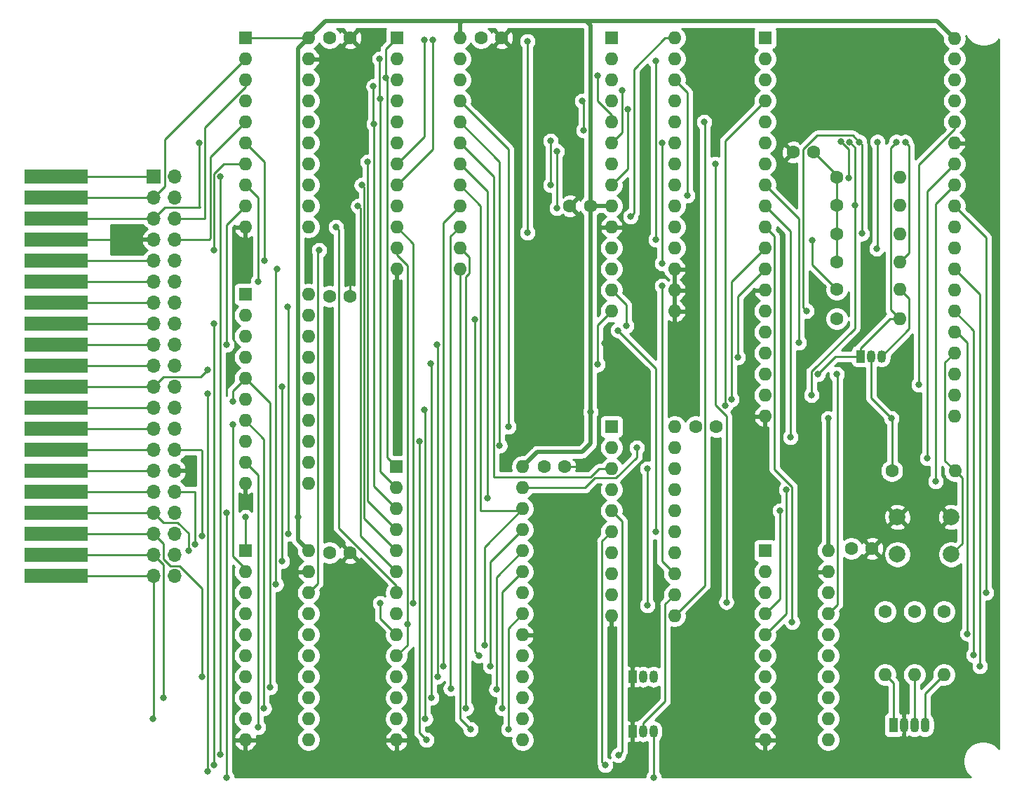
<source format=gbr>
%TF.GenerationSoftware,KiCad,Pcbnew,(5.1.9-0-10_14)*%
%TF.CreationDate,2021-07-19T10:05:44-07:00*%
%TF.ProjectId,TRS-IO-M1,5452532d-494f-42d4-9d31-2e6b69636164,rev?*%
%TF.SameCoordinates,Original*%
%TF.FileFunction,Copper,L2,Bot*%
%TF.FilePolarity,Positive*%
%FSLAX46Y46*%
G04 Gerber Fmt 4.6, Leading zero omitted, Abs format (unit mm)*
G04 Created by KiCad (PCBNEW (5.1.9-0-10_14)) date 2021-07-19 10:05:44*
%MOMM*%
%LPD*%
G01*
G04 APERTURE LIST*
%TA.AperFunction,ComponentPad*%
%ADD10O,1.600000X1.600000*%
%TD*%
%TA.AperFunction,ComponentPad*%
%ADD11R,1.600000X1.600000*%
%TD*%
%TA.AperFunction,ComponentPad*%
%ADD12C,2.000000*%
%TD*%
%TA.AperFunction,ComponentPad*%
%ADD13C,1.600000*%
%TD*%
%TA.AperFunction,ComponentPad*%
%ADD14R,1.050000X1.500000*%
%TD*%
%TA.AperFunction,ComponentPad*%
%ADD15O,1.050000X1.500000*%
%TD*%
%TA.AperFunction,ConnectorPad*%
%ADD16R,7.620000X1.778000*%
%TD*%
%TA.AperFunction,ComponentPad*%
%ADD17O,1.700000X1.700000*%
%TD*%
%TA.AperFunction,ComponentPad*%
%ADD18R,1.700000X1.700000*%
%TD*%
%TA.AperFunction,ComponentPad*%
%ADD19O,1.070000X1.800000*%
%TD*%
%TA.AperFunction,ComponentPad*%
%ADD20R,1.070000X1.800000*%
%TD*%
%TA.AperFunction,ViaPad*%
%ADD21C,0.800000*%
%TD*%
%TA.AperFunction,Conductor*%
%ADD22C,0.500380*%
%TD*%
%TA.AperFunction,Conductor*%
%ADD23C,0.250000*%
%TD*%
%TA.AperFunction,Conductor*%
%ADD24C,0.254000*%
%TD*%
%TA.AperFunction,Conductor*%
%ADD25C,0.100000*%
%TD*%
G04 APERTURE END LIST*
D10*
%TO.P,U9,20*%
%TO.N,+5V*%
X181737000Y-99009200D03*
%TO.P,U9,10*%
%TO.N,GND*%
X174117000Y-121869200D03*
%TO.P,U9,19*%
%TO.N,SRAM_WE_N*%
X181737000Y-101549200D03*
%TO.P,U9,9*%
%TO.N,OUT_N*%
X174117000Y-119329200D03*
%TO.P,U9,18*%
%TO.N,SRAM_OE_N*%
X181737000Y-104089200D03*
%TO.P,U9,8*%
%TO.N,IN_N*%
X174117000Y-116789200D03*
%TO.P,U9,17*%
%TO.N,S1*%
X181737000Y-106629200D03*
%TO.P,U9,7*%
%TO.N,WR_N*%
X174117000Y-114249200D03*
%TO.P,U9,16*%
%TO.N,S0*%
X181737000Y-109169200D03*
%TO.P,U9,6*%
%TO.N,RD_N*%
X174117000Y-111709200D03*
%TO.P,U9,15*%
%TO.N,DBUS_SEL_N*%
X181737000Y-111709200D03*
%TO.P,U9,5*%
%TO.N,RAS_N*%
X174117000Y-109169200D03*
%TO.P,U9,14*%
%TO.N,ESP_SEL_N*%
X181737000Y-114249200D03*
%TO.P,U9,4*%
%TO.N,ADDR_1*%
X174117000Y-106629200D03*
%TO.P,U9,13*%
%TO.N,READ_N*%
X181737000Y-116789200D03*
%TO.P,U9,3*%
%TO.N,ADDR_0*%
X174117000Y-104089200D03*
%TO.P,U9,12*%
%TO.N,WAIT*%
X181737000Y-119329200D03*
%TO.P,U9,2*%
%TO.N,ADDR_FREHD*%
X174117000Y-101549200D03*
%TO.P,U9,11*%
%TO.N,ESP_WAIT_RELEASE_N*%
X181737000Y-121869200D03*
D11*
%TO.P,U9,1*%
%TO.N,ADDR_TRS_IO*%
X174117000Y-99009200D03*
%TD*%
D10*
%TO.P,U8,24*%
%TO.N,+5V*%
X155829000Y-52019200D03*
%TO.P,U8,12*%
%TO.N,GND*%
X148209000Y-79959200D03*
%TO.P,U8,23*%
%TO.N,Net-(U8-Pad23)*%
X155829000Y-54559200D03*
%TO.P,U8,11*%
%TO.N,AA4*%
X148209000Y-77419200D03*
%TO.P,U8,22*%
%TO.N,Net-(U8-Pad22)*%
X155829000Y-57099200D03*
%TO.P,U8,10*%
%TO.N,AA1*%
X148209000Y-74879200D03*
%TO.P,U8,21*%
%TO.N,ADDR_TRS_IO*%
X155829000Y-59639200D03*
%TO.P,U8,9*%
%TO.N,AA0*%
X148209000Y-72339200D03*
%TO.P,U8,20*%
%TO.N,ADDR_FREHD*%
X155829000Y-62179200D03*
%TO.P,U8,8*%
%TO.N,AA9*%
X148209000Y-69799200D03*
%TO.P,U8,19*%
%TO.N,ADDR_0*%
X155829000Y-64719200D03*
%TO.P,U8,7*%
%TO.N,AA8*%
X148209000Y-67259200D03*
%TO.P,U8,18*%
%TO.N,ADDR_1*%
X155829000Y-67259200D03*
%TO.P,U8,6*%
%TO.N,AA14*%
X148209000Y-64719200D03*
%TO.P,U8,17*%
%TO.N,AA3*%
X155829000Y-69799200D03*
%TO.P,U8,5*%
%TO.N,AA11*%
X148209000Y-62179200D03*
%TO.P,U8,16*%
%TO.N,AA5*%
X155829000Y-72339200D03*
%TO.P,U8,4*%
%TO.N,AA15*%
X148209000Y-59639200D03*
%TO.P,U8,15*%
%TO.N,AA7*%
X155829000Y-74879200D03*
%TO.P,U8,3*%
%TO.N,AA13*%
X148209000Y-57099200D03*
%TO.P,U8,14*%
%TO.N,AA6*%
X155829000Y-77419200D03*
%TO.P,U8,2*%
%TO.N,AA12*%
X148209000Y-54559200D03*
%TO.P,U8,13*%
%TO.N,AA2*%
X155829000Y-79959200D03*
D11*
%TO.P,U8,1*%
%TO.N,AA10*%
X148209000Y-52019200D03*
%TD*%
D10*
%TO.P,U7,20*%
%TO.N,+3V3*%
X200279000Y-113995200D03*
%TO.P,U7,10*%
%TO.N,GND*%
X192659000Y-136855200D03*
%TO.P,U7,19*%
X200279000Y-116535200D03*
%TO.P,U7,9*%
%TO.N,Net-(U7-Pad9)*%
X192659000Y-134315200D03*
%TO.P,U7,18*%
%TO.N,ESP3_SEL_N*%
X200279000Y-119075200D03*
%TO.P,U7,8*%
%TO.N,Net-(U7-Pad8)*%
X192659000Y-131775200D03*
%TO.P,U7,17*%
%TO.N,ESP_READ_N*%
X200279000Y-121615200D03*
%TO.P,U7,7*%
%TO.N,Net-(U7-Pad7)*%
X192659000Y-129235200D03*
%TO.P,U7,16*%
%TO.N,ESP_S0*%
X200279000Y-124155200D03*
%TO.P,U7,6*%
%TO.N,Net-(U7-Pad6)*%
X192659000Y-126695200D03*
%TO.P,U7,15*%
%TO.N,ESP_S1*%
X200279000Y-126695200D03*
%TO.P,U7,5*%
%TO.N,S1*%
X192659000Y-124155200D03*
%TO.P,U7,14*%
%TO.N,Net-(U7-Pad14)*%
X200279000Y-129235200D03*
%TO.P,U7,4*%
%TO.N,S0*%
X192659000Y-121615200D03*
%TO.P,U7,13*%
%TO.N,Net-(U7-Pad13)*%
X200279000Y-131775200D03*
%TO.P,U7,3*%
%TO.N,READ_N*%
X192659000Y-119075200D03*
%TO.P,U7,12*%
%TO.N,Net-(U7-Pad12)*%
X200279000Y-134315200D03*
%TO.P,U7,2*%
%TO.N,ESP_SEL_N*%
X192659000Y-116535200D03*
%TO.P,U7,11*%
%TO.N,Net-(U7-Pad11)*%
X200279000Y-136855200D03*
D11*
%TO.P,U7,1*%
%TO.N,+3V3*%
X192659000Y-113995200D03*
%TD*%
D10*
%TO.P,U6,20*%
%TO.N,+5V*%
X137541000Y-113995200D03*
%TO.P,U6,10*%
%TO.N,GND*%
X129921000Y-136855200D03*
%TO.P,U6,19*%
X137541000Y-116535200D03*
%TO.P,U6,9*%
%TO.N,A2*%
X129921000Y-134315200D03*
%TO.P,U6,18*%
%TO.N,AA0*%
X137541000Y-119075200D03*
%TO.P,U6,8*%
%TO.N,A6*%
X129921000Y-131775200D03*
%TO.P,U6,17*%
%TO.N,AA1*%
X137541000Y-121615200D03*
%TO.P,U6,7*%
%TO.N,A7*%
X129921000Y-129235200D03*
%TO.P,U6,16*%
%TO.N,AA4*%
X137541000Y-124155200D03*
%TO.P,U6,6*%
%TO.N,A5*%
X129921000Y-126695200D03*
%TO.P,U6,15*%
%TO.N,AA3*%
X137541000Y-126695200D03*
%TO.P,U6,5*%
%TO.N,A3*%
X129921000Y-124155200D03*
%TO.P,U6,14*%
%TO.N,AA5*%
X137541000Y-129235200D03*
%TO.P,U6,4*%
%TO.N,A4*%
X129921000Y-121615200D03*
%TO.P,U6,13*%
%TO.N,AA7*%
X137541000Y-131775200D03*
%TO.P,U6,3*%
%TO.N,A1*%
X129921000Y-119075200D03*
%TO.P,U6,12*%
%TO.N,AA6*%
X137541000Y-134315200D03*
%TO.P,U6,2*%
%TO.N,A0*%
X129921000Y-116535200D03*
%TO.P,U6,11*%
%TO.N,AA2*%
X137541000Y-136855200D03*
D11*
%TO.P,U6,1*%
%TO.N,+5V*%
X129921000Y-113995200D03*
%TD*%
D10*
%TO.P,U5,20*%
%TO.N,+5V*%
X137541000Y-52019200D03*
%TO.P,U5,10*%
%TO.N,GND*%
X129921000Y-74879200D03*
%TO.P,U5,19*%
X137541000Y-54559200D03*
%TO.P,U5,9*%
%TO.N,A9*%
X129921000Y-72339200D03*
%TO.P,U5,18*%
%TO.N,AA10*%
X137541000Y-57099200D03*
%TO.P,U5,8*%
%TO.N,A8*%
X129921000Y-69799200D03*
%TO.P,U5,17*%
%TO.N,AA12*%
X137541000Y-59639200D03*
%TO.P,U5,7*%
%TO.N,A14*%
X129921000Y-67259200D03*
%TO.P,U5,16*%
%TO.N,AA13*%
X137541000Y-62179200D03*
%TO.P,U5,6*%
%TO.N,A11*%
X129921000Y-64719200D03*
%TO.P,U5,15*%
%TO.N,AA15*%
X137541000Y-64719200D03*
%TO.P,U5,5*%
%TO.N,A15*%
X129921000Y-62179200D03*
%TO.P,U5,14*%
%TO.N,AA11*%
X137541000Y-67259200D03*
%TO.P,U5,4*%
%TO.N,A13*%
X129921000Y-59639200D03*
%TO.P,U5,13*%
%TO.N,AA14*%
X137541000Y-69799200D03*
%TO.P,U5,3*%
%TO.N,A12*%
X129921000Y-57099200D03*
%TO.P,U5,12*%
%TO.N,AA8*%
X137541000Y-72339200D03*
%TO.P,U5,2*%
%TO.N,A10*%
X129921000Y-54559200D03*
%TO.P,U5,11*%
%TO.N,AA9*%
X137541000Y-74879200D03*
D11*
%TO.P,U5,1*%
%TO.N,+5V*%
X129921000Y-52019200D03*
%TD*%
D10*
%TO.P,U4,20*%
%TO.N,+3V3*%
X137541000Y-83007200D03*
%TO.P,U4,10*%
%TO.N,GND*%
X129921000Y-105867200D03*
%TO.P,U4,19*%
%TO.N,DBUS_SEL_N*%
X137541000Y-85547200D03*
%TO.P,U4,9*%
%TO.N,D2*%
X129921000Y-103327200D03*
%TO.P,U4,18*%
%TO.N,DD4*%
X137541000Y-88087200D03*
%TO.P,U4,8*%
%TO.N,D0*%
X129921000Y-100787200D03*
%TO.P,U4,17*%
%TO.N,DD7*%
X137541000Y-90627200D03*
%TO.P,U4,7*%
%TO.N,D5*%
X129921000Y-98247200D03*
%TO.P,U4,16*%
%TO.N,DD1*%
X137541000Y-93167200D03*
%TO.P,U4,6*%
%TO.N,D3*%
X129921000Y-95707200D03*
%TO.P,U4,15*%
%TO.N,DD6*%
X137541000Y-95707200D03*
%TO.P,U4,5*%
%TO.N,D6*%
X129921000Y-93167200D03*
%TO.P,U4,14*%
%TO.N,DD3*%
X137541000Y-98247200D03*
%TO.P,U4,4*%
%TO.N,D1*%
X129921000Y-90627200D03*
%TO.P,U4,13*%
%TO.N,DD5*%
X137541000Y-100787200D03*
%TO.P,U4,3*%
%TO.N,D7*%
X129921000Y-88087200D03*
%TO.P,U4,12*%
%TO.N,DD0*%
X137541000Y-103327200D03*
%TO.P,U4,2*%
%TO.N,D4*%
X129921000Y-85547200D03*
%TO.P,U4,11*%
%TO.N,DD2*%
X137541000Y-105867200D03*
D11*
%TO.P,U4,1*%
%TO.N,READ_N*%
X129921000Y-83007200D03*
%TD*%
D10*
%TO.P,U3,28*%
%TO.N,AA7*%
X181737000Y-52019200D03*
%TO.P,U3,14*%
%TO.N,MISO*%
X174117000Y-85039200D03*
%TO.P,U3,27*%
%TO.N,AA6*%
X181737000Y-54559200D03*
%TO.P,U3,13*%
%TO.N,MOSI*%
X174117000Y-82499200D03*
%TO.P,U3,26*%
%TO.N,AA5*%
X181737000Y-57099200D03*
%TO.P,U3,12*%
%TO.N,SCK*%
X174117000Y-79959200D03*
%TO.P,U3,25*%
%TO.N,AA4*%
X181737000Y-59639200D03*
%TO.P,U3,11*%
%TO.N,CS23S17*%
X174117000Y-77419200D03*
%TO.P,U3,24*%
%TO.N,AA3*%
X181737000Y-62179200D03*
%TO.P,U3,10*%
%TO.N,GND*%
X174117000Y-74879200D03*
%TO.P,U3,23*%
%TO.N,AA2*%
X181737000Y-64719200D03*
%TO.P,U3,9*%
%TO.N,+5V*%
X174117000Y-72339200D03*
%TO.P,U3,22*%
%TO.N,AA1*%
X181737000Y-67259200D03*
%TO.P,U3,8*%
%TO.N,AA15*%
X174117000Y-69799200D03*
%TO.P,U3,21*%
%TO.N,AA0*%
X181737000Y-69799200D03*
%TO.P,U3,7*%
%TO.N,AA14*%
X174117000Y-67259200D03*
%TO.P,U3,20*%
%TO.N,Net-(U3-Pad20)*%
X181737000Y-72339200D03*
%TO.P,U3,6*%
%TO.N,AA13*%
X174117000Y-64719200D03*
%TO.P,U3,19*%
%TO.N,Net-(U3-Pad19)*%
X181737000Y-74879200D03*
%TO.P,U3,5*%
%TO.N,AA12*%
X174117000Y-62179200D03*
%TO.P,U3,18*%
%TO.N,+5V*%
X181737000Y-77419200D03*
%TO.P,U3,4*%
%TO.N,AA11*%
X174117000Y-59639200D03*
%TO.P,U3,17*%
%TO.N,GND*%
X181737000Y-79959200D03*
%TO.P,U3,3*%
%TO.N,AA10*%
X174117000Y-57099200D03*
%TO.P,U3,16*%
%TO.N,GND*%
X181737000Y-82499200D03*
%TO.P,U3,2*%
%TO.N,AA9*%
X174117000Y-54559200D03*
%TO.P,U3,15*%
%TO.N,GND*%
X181737000Y-85039200D03*
D11*
%TO.P,U3,1*%
%TO.N,AA8*%
X174117000Y-52019200D03*
%TD*%
D10*
%TO.P,U2,28*%
%TO.N,+5V*%
X163399000Y-103845200D03*
%TO.P,U2,14*%
%TO.N,GND*%
X148159000Y-136865200D03*
%TO.P,U2,27*%
%TO.N,SRAM_WE_N*%
X163399000Y-106385200D03*
%TO.P,U2,13*%
%TO.N,D2*%
X148159000Y-134325200D03*
%TO.P,U2,26*%
%TO.N,AA3*%
X163399000Y-108925200D03*
%TO.P,U2,12*%
%TO.N,D5*%
X148159000Y-131785200D03*
%TO.P,U2,25*%
%TO.N,AA5*%
X163399000Y-111465200D03*
%TO.P,U2,11*%
%TO.N,D6*%
X148159000Y-129245200D03*
%TO.P,U2,24*%
%TO.N,AA7*%
X163399000Y-114005200D03*
%TO.P,U2,10*%
%TO.N,AA4*%
X148159000Y-126705200D03*
%TO.P,U2,23*%
%TO.N,AA6*%
X163399000Y-116545200D03*
%TO.P,U2,9*%
%TO.N,AA1*%
X148159000Y-124165200D03*
%TO.P,U2,22*%
%TO.N,SRAM_OE_N*%
X163399000Y-119085200D03*
%TO.P,U2,8*%
%TO.N,AA0*%
X148159000Y-121625200D03*
%TO.P,U2,21*%
%TO.N,AA2*%
X163399000Y-121625200D03*
%TO.P,U2,7*%
%TO.N,AA9*%
X148159000Y-119085200D03*
%TO.P,U2,20*%
%TO.N,GND*%
X163399000Y-124165200D03*
%TO.P,U2,6*%
%TO.N,AA8*%
X148159000Y-116545200D03*
%TO.P,U2,19*%
%TO.N,D4*%
X163399000Y-126705200D03*
%TO.P,U2,5*%
%TO.N,AA14*%
X148159000Y-114005200D03*
%TO.P,U2,18*%
%TO.N,D7*%
X163399000Y-129245200D03*
%TO.P,U2,4*%
%TO.N,AA11*%
X148159000Y-111465200D03*
%TO.P,U2,17*%
%TO.N,D1*%
X163399000Y-131785200D03*
%TO.P,U2,3*%
%TO.N,AA13*%
X148159000Y-108925200D03*
%TO.P,U2,16*%
%TO.N,D3*%
X163399000Y-134325200D03*
%TO.P,U2,2*%
%TO.N,AA12*%
X148159000Y-106385200D03*
%TO.P,U2,15*%
%TO.N,D0*%
X163399000Y-136865200D03*
D11*
%TO.P,U2,1*%
%TO.N,AA10*%
X148159000Y-103845200D03*
%TD*%
D10*
%TO.P,U1,38*%
%TO.N,+5V*%
X215519000Y-52082700D03*
%TO.P,U1,37*%
%TO.N,Net-(U1-Pad37)*%
X215519000Y-54559200D03*
%TO.P,U1,19*%
%TO.N,GND*%
X192659000Y-97739200D03*
%TO.P,U1,36*%
%TO.N,Net-(U1-Pad36)*%
X215519000Y-57099200D03*
%TO.P,U1,18*%
%TO.N,CS_SD_CARD*%
X192659000Y-95199200D03*
%TO.P,U1,35*%
%TO.N,Net-(U1-Pad35)*%
X215519000Y-59639200D03*
%TO.P,U1,17*%
%TO.N,ESP_MISO*%
X192659000Y-92659200D03*
%TO.P,U1,34*%
%TO.N,DD1*%
X215519000Y-62179200D03*
%TO.P,U1,16*%
%TO.N,Net-(U1-Pad16)*%
X192659000Y-90119200D03*
%TO.P,U1,33*%
%TO.N,GND*%
X215519000Y-64719200D03*
%TO.P,U1,15*%
%TO.N,Net-(U1-Pad15)*%
X192659000Y-87579200D03*
%TO.P,U1,32*%
%TO.N,DD0*%
X215519000Y-67259200D03*
%TO.P,U1,14*%
%TO.N,MOSI*%
X192659000Y-85039200D03*
%TO.P,U1,31*%
%TO.N,DD2*%
X215519000Y-69799200D03*
%TO.P,U1,13*%
%TO.N,GND*%
X192659000Y-82499200D03*
%TO.P,U1,30*%
%TO.N,ESP3_SEL_N*%
X215519000Y-72339200D03*
%TO.P,U1,12*%
%TO.N,DD7*%
X192659000Y-79959200D03*
%TO.P,U1,29*%
%TO.N,CS23S17*%
X215519000Y-74879200D03*
%TO.P,U1,11*%
%TO.N,DD6*%
X192659000Y-77419200D03*
%TO.P,U1,28*%
%TO.N,SCK*%
X215519000Y-77419200D03*
%TO.P,U1,10*%
%TO.N,LED_RED*%
X192659000Y-74879200D03*
%TO.P,U1,27*%
%TO.N,ESP_INT*%
X215519000Y-79959200D03*
%TO.P,U1,9*%
%TO.N,DD5*%
X192659000Y-72339200D03*
%TO.P,U1,26*%
%TO.N,LED_BLUE*%
X215519000Y-82499200D03*
%TO.P,U1,8*%
%TO.N,DD4*%
X192659000Y-69799200D03*
%TO.P,U1,25*%
%TO.N,ESP_S1*%
X215519000Y-85039200D03*
%TO.P,U1,7*%
%TO.N,LED_GREEN*%
X192659000Y-67259200D03*
%TO.P,U1,24*%
%TO.N,ESP_S0*%
X215519000Y-87579200D03*
%TO.P,U1,6*%
%TO.N,Net-(U1-Pad6)*%
X192659000Y-64719200D03*
%TO.P,U1,23*%
%TO.N,BUTTON*%
X215519000Y-90119200D03*
%TO.P,U1,5*%
%TO.N,ESP_WAIT_RELEASE_N*%
X192659000Y-62179200D03*
%TO.P,U1,22*%
%TO.N,ESP_READ_N*%
X215519000Y-92659200D03*
%TO.P,U1,4*%
%TO.N,DD3*%
X192659000Y-59639200D03*
%TO.P,U1,21*%
%TO.N,Net-(U1-Pad21)*%
X215519000Y-95199200D03*
%TO.P,U1,3*%
%TO.N,Net-(U1-Pad3)*%
X192659000Y-57099200D03*
%TO.P,U1,20*%
%TO.N,+3V3*%
X215519000Y-97739200D03*
%TO.P,U1,2*%
%TO.N,Net-(U1-Pad2)*%
X192659000Y-54559200D03*
D11*
%TO.P,U1,1*%
%TO.N,Net-(U1-Pad1)*%
X192659000Y-52019200D03*
%TD*%
D12*
%TO.P,SW1,1*%
%TO.N,GND*%
X215132500Y-109931200D03*
%TO.P,SW1,2*%
%TO.N,BUTTON*%
X215132500Y-114431200D03*
%TO.P,SW1,1*%
%TO.N,GND*%
X208632500Y-109931200D03*
%TO.P,SW1,2*%
%TO.N,BUTTON*%
X208632500Y-114431200D03*
%TD*%
D10*
%TO.P,R4,2*%
%TO.N,BUTTON*%
X215582500Y-104343200D03*
D13*
%TO.P,R4,1*%
%TO.N,+3V3*%
X207962500Y-104343200D03*
%TD*%
D10*
%TO.P,R3,2*%
%TO.N,Net-(D1-Pad3)*%
X210693000Y-128981200D03*
D13*
%TO.P,R3,1*%
%TO.N,LED_BLUE*%
X210693000Y-121361200D03*
%TD*%
D10*
%TO.P,R2,2*%
%TO.N,Net-(D1-Pad4)*%
X214249000Y-128981200D03*
D13*
%TO.P,R2,1*%
%TO.N,LED_GREEN*%
X214249000Y-121361200D03*
%TD*%
D10*
%TO.P,R1,2*%
%TO.N,Net-(D1-Pad1)*%
X207137000Y-128981200D03*
D13*
%TO.P,R1,1*%
%TO.N,LED_RED*%
X207137000Y-121361200D03*
%TD*%
D14*
%TO.P,Q2,1*%
%TO.N,GND*%
X176657000Y-129235200D03*
D15*
%TO.P,Q2,3*%
%TO.N,INT_N*%
X179197000Y-129235200D03*
%TO.P,Q2,2*%
%TO.N,ESP_INT*%
X177927000Y-129235200D03*
%TD*%
D14*
%TO.P,Q1,1*%
%TO.N,GND*%
X176657000Y-135839200D03*
D15*
%TO.P,Q1,3*%
%TO.N,WAIT_N*%
X179197000Y-135839200D03*
%TO.P,Q1,2*%
%TO.N,WAIT*%
X177927000Y-135839200D03*
%TD*%
D16*
%TO.P,J2,1*%
%TO.N,SYSRES_N*%
X107061000Y-68783200D03*
%TO.P,J2,3*%
%TO.N,A10*%
X107061000Y-71323200D03*
%TO.P,J2,5*%
%TO.N,A13*%
X107061000Y-73863200D03*
%TO.P,J2,7*%
%TO.N,GND*%
X107061000Y-76403200D03*
%TO.P,J2,9*%
%TO.N,A14*%
X107061000Y-78943200D03*
%TO.P,J2,11*%
%TO.N,OUT_N*%
X107061000Y-81483200D03*
%TO.P,J2,13*%
%TO.N,INTACK_N*%
X107061000Y-84023200D03*
%TO.P,J2,15*%
%TO.N,MUX*%
X107061000Y-86563200D03*
%TO.P,J2,17*%
%TO.N,D4*%
X107061000Y-89103200D03*
%TO.P,J2,19*%
%TO.N,D7*%
X107061000Y-91643200D03*
%TO.P,J2,21*%
%TO.N,D1*%
X107061000Y-94183200D03*
%TO.P,J2,23*%
%TO.N,D6*%
X107061000Y-96723200D03*
%TO.P,J2,25*%
%TO.N,D3*%
X107061000Y-99263200D03*
%TO.P,J2,27*%
%TO.N,D5*%
X107061000Y-101803200D03*
%TO.P,J2,29*%
%TO.N,D0*%
X107061000Y-104343200D03*
%TO.P,J2,31*%
%TO.N,D2*%
X107061000Y-106883200D03*
%TO.P,J2,33*%
%TO.N,A3*%
X107061000Y-109423200D03*
%TO.P,J2,35*%
%TO.N,A7*%
X107061000Y-111963200D03*
%TO.P,J2,37*%
%TO.N,A6*%
X107061000Y-114503200D03*
%TO.P,J2,39*%
%TO.N,A2*%
X107061000Y-117043200D03*
%TD*%
D17*
%TO.P,J1,40*%
%TO.N,5V*%
X121379000Y-117019200D03*
%TO.P,J1,39*%
%TO.N,A2*%
X118839000Y-117019200D03*
%TO.P,J1,38*%
%TO.N,GND*%
X121379000Y-114479200D03*
%TO.P,J1,37*%
%TO.N,A6*%
X118839000Y-114479200D03*
%TO.P,J1,36*%
%TO.N,A5*%
X121379000Y-111939200D03*
%TO.P,J1,35*%
%TO.N,A7*%
X118839000Y-111939200D03*
%TO.P,J1,34*%
%TO.N,WAIT_N*%
X121379000Y-109399200D03*
%TO.P,J1,33*%
%TO.N,A3*%
X118839000Y-109399200D03*
%TO.P,J1,32*%
%TO.N,A4*%
X121379000Y-106859200D03*
%TO.P,J1,31*%
%TO.N,D2*%
X118839000Y-106859200D03*
%TO.P,J1,30*%
%TO.N,GND*%
X121379000Y-104319200D03*
%TO.P,J1,29*%
%TO.N,D0*%
X118839000Y-104319200D03*
%TO.P,J1,28*%
%TO.N,A1*%
X121379000Y-101779200D03*
%TO.P,J1,27*%
%TO.N,D5*%
X118839000Y-101779200D03*
%TO.P,J1,26*%
%TO.N,A0*%
X121379000Y-99239200D03*
%TO.P,J1,25*%
%TO.N,D3*%
X118839000Y-99239200D03*
%TO.P,J1,24*%
%TO.N,TEST_N*%
X121379000Y-96699200D03*
%TO.P,J1,23*%
%TO.N,D6*%
X118839000Y-96699200D03*
%TO.P,J1,22*%
%TO.N,INT_N*%
X121379000Y-94159200D03*
%TO.P,J1,21*%
%TO.N,D1*%
X118839000Y-94159200D03*
%TO.P,J1,20*%
%TO.N,IN_N*%
X121379000Y-91619200D03*
%TO.P,J1,19*%
%TO.N,D7*%
X118839000Y-91619200D03*
%TO.P,J1,18*%
%TO.N,A9*%
X121379000Y-89079200D03*
%TO.P,J1,17*%
%TO.N,D4*%
X118839000Y-89079200D03*
%TO.P,J1,16*%
%TO.N,RD_N*%
X121379000Y-86539200D03*
%TO.P,J1,15*%
%TO.N,MUX*%
X118839000Y-86539200D03*
%TO.P,J1,14*%
%TO.N,WR_N*%
X121379000Y-83999200D03*
%TO.P,J1,13*%
%TO.N,INTACK_N*%
X118839000Y-83999200D03*
%TO.P,J1,12*%
%TO.N,A8*%
X121379000Y-81459200D03*
%TO.P,J1,11*%
%TO.N,OUT_N*%
X118839000Y-81459200D03*
%TO.P,J1,10*%
%TO.N,A11*%
X121379000Y-78919200D03*
%TO.P,J1,9*%
%TO.N,A14*%
X118839000Y-78919200D03*
%TO.P,J1,8*%
%TO.N,A15*%
X121379000Y-76379200D03*
%TO.P,J1,7*%
%TO.N,GND*%
X118839000Y-76379200D03*
%TO.P,J1,6*%
%TO.N,A12*%
X121379000Y-73839200D03*
%TO.P,J1,5*%
%TO.N,A13*%
X118839000Y-73839200D03*
%TO.P,J1,4*%
%TO.N,CAS_N*%
X121379000Y-71299200D03*
%TO.P,J1,3*%
%TO.N,A10*%
X118839000Y-71299200D03*
%TO.P,J1,2*%
%TO.N,RAS_N*%
X121379000Y-68759200D03*
D18*
%TO.P,J1,1*%
%TO.N,SYSRES_N*%
X118839000Y-68759200D03*
%TD*%
D19*
%TO.P,D1,4*%
%TO.N,Net-(D1-Pad4)*%
X211963000Y-135077200D03*
%TO.P,D1,3*%
%TO.N,Net-(D1-Pad3)*%
X210693000Y-135077200D03*
%TO.P,D1,2*%
%TO.N,GND*%
X209423000Y-135077200D03*
D20*
%TO.P,D1,1*%
%TO.N,Net-(D1-Pad1)*%
X208153000Y-135077200D03*
%TD*%
D13*
%TO.P,C8,2*%
%TO.N,GND*%
X160869000Y-52019200D03*
%TO.P,C8,1*%
%TO.N,+5V*%
X158369000Y-52019200D03*
%TD*%
%TO.P,C7,2*%
%TO.N,GND*%
X142581000Y-52019200D03*
%TO.P,C7,1*%
%TO.N,+5V*%
X140081000Y-52019200D03*
%TD*%
%TO.P,C6,2*%
%TO.N,GND*%
X142581000Y-114249200D03*
%TO.P,C6,1*%
%TO.N,+5V*%
X140081000Y-114249200D03*
%TD*%
%TO.P,C5,2*%
%TO.N,GND*%
X205573000Y-113741200D03*
%TO.P,C5,1*%
%TO.N,+3V3*%
X203073000Y-113741200D03*
%TD*%
%TO.P,C4,2*%
%TO.N,GND*%
X142581000Y-83261200D03*
%TO.P,C4,1*%
%TO.N,+3V3*%
X140081000Y-83261200D03*
%TD*%
%TO.P,C3,2*%
%TO.N,GND*%
X169077000Y-72339200D03*
%TO.P,C3,1*%
%TO.N,+5V*%
X171577000Y-72339200D03*
%TD*%
%TO.P,C2,2*%
%TO.N,GND*%
X186777000Y-99009200D03*
%TO.P,C2,1*%
%TO.N,+5V*%
X184277000Y-99009200D03*
%TD*%
%TO.P,C1,2*%
%TO.N,GND*%
X168489000Y-103835200D03*
%TO.P,C1,1*%
%TO.N,+5V*%
X165989000Y-103835200D03*
%TD*%
%TO.P,C9,1*%
%TO.N,+3V3*%
X198551800Y-65836800D03*
%TO.P,C9,2*%
%TO.N,GND*%
X196051800Y-65836800D03*
%TD*%
D15*
%TO.P,Q3,2*%
%TO.N,+3V3*%
X205460600Y-90500200D03*
%TO.P,Q3,3*%
%TO.N,MISO*%
X206730600Y-90500200D03*
D14*
%TO.P,Q3,1*%
%TO.N,ESP_MISO*%
X204190600Y-90500200D03*
%TD*%
D10*
%TO.P,R5,2*%
%TO.N,ESP_MISO*%
X208940400Y-85953600D03*
D13*
%TO.P,R5,1*%
%TO.N,+3V3*%
X201320400Y-85953600D03*
%TD*%
%TO.P,R6,1*%
%TO.N,+5V*%
X201320400Y-82423000D03*
D10*
%TO.P,R6,2*%
%TO.N,MISO*%
X208940400Y-82423000D03*
%TD*%
D13*
%TO.P,R7,1*%
%TO.N,+3V3*%
X201320400Y-79121000D03*
D10*
%TO.P,R7,2*%
%TO.N,Net-(J3-Pad8)*%
X208940400Y-79121000D03*
%TD*%
%TO.P,R8,2*%
%TO.N,MOSI*%
X208940400Y-75692000D03*
D13*
%TO.P,R8,1*%
%TO.N,+3V3*%
X201320400Y-75692000D03*
%TD*%
%TO.P,R9,1*%
%TO.N,+3V3*%
X201320400Y-72263000D03*
D10*
%TO.P,R9,2*%
%TO.N,CS_SD_CARD*%
X208940400Y-72263000D03*
%TD*%
%TO.P,R10,2*%
%TO.N,Net-(J3-Pad1)*%
X208940400Y-68834000D03*
D13*
%TO.P,R10,1*%
%TO.N,+3V3*%
X201320400Y-68834000D03*
%TD*%
D21*
%TO.N,+5V*%
X171577000Y-97231200D03*
X129921000Y-109931200D03*
X136290809Y-109951009D03*
X198374000Y-76479400D03*
%TO.N,GND*%
X170103800Y-122097800D03*
X182829200Y-88812200D03*
X173278800Y-88900000D03*
X168859200Y-89154000D03*
X148412200Y-82651600D03*
X164134800Y-82677000D03*
X142519400Y-79984600D03*
X139268200Y-76200000D03*
X129946400Y-108229400D03*
X139877800Y-108254800D03*
X123571000Y-105867200D03*
X183464200Y-97194200D03*
X208210200Y-53105000D03*
X169011600Y-74904600D03*
%TO.N,+3V3*%
X200279000Y-97993200D03*
X207899000Y-97993200D03*
%TO.N,RAS_N*%
X126873000Y-68783200D03*
X174951002Y-138705202D03*
X126873000Y-138633200D03*
%TO.N,A13*%
X124346000Y-64719200D03*
%TO.N,A11*%
X132207000Y-78943200D03*
%TO.N,A14*%
X126148000Y-77673200D03*
%TO.N,A8*%
X131445000Y-81483200D03*
%TO.N,OUT_N*%
X133620000Y-118059200D03*
X133731000Y-79959200D03*
%TO.N,WR_N*%
X135070000Y-111963200D03*
X135001000Y-84531200D03*
%TO.N,RD_N*%
X126111000Y-86563200D03*
X126111000Y-139903200D03*
X173355000Y-139903200D03*
%TO.N,A9*%
X127635000Y-89103200D03*
%TO.N,D4*%
X158115000Y-126695200D03*
X157607000Y-86055200D03*
%TO.N,IN_N*%
X134345000Y-115265200D03*
X134345000Y-94183200D03*
%TO.N,D7*%
X153104000Y-129235200D03*
X153035000Y-89103200D03*
%TO.N,INT_N*%
X125386000Y-95017201D03*
X125349000Y-140665200D03*
%TO.N,D1*%
X152379000Y-131775200D03*
X152273000Y-91389200D03*
X125386000Y-92151200D03*
%TO.N,D6*%
X132895000Y-130505200D03*
X128397000Y-95961200D03*
%TO.N,A0*%
X128392347Y-98750547D03*
%TO.N,D3*%
X151654000Y-134315200D03*
X151511000Y-96977200D03*
%TO.N,A1*%
X124661000Y-112217200D03*
%TO.N,D5*%
X132170000Y-133045200D03*
%TO.N,D0*%
X151765000Y-136855200D03*
X150929000Y-100787200D03*
%TO.N,A4*%
X123825000Y-113233200D03*
%TO.N,D2*%
X131445000Y-135331200D03*
%TO.N,WAIT_N*%
X127635000Y-109423200D03*
X127635000Y-141390200D03*
X179197000Y-141427200D03*
%TO.N,A3*%
X123063000Y-113995200D03*
%TO.N,A7*%
X124661000Y-129235200D03*
%TO.N,A6*%
X120015000Y-131775200D03*
%TO.N,A2*%
X118745000Y-134315200D03*
%TO.N,ESP_INT*%
X218567000Y-127965200D03*
%TO.N,ESP_READ_N*%
X201295000Y-92659200D03*
%TO.N,ESP_S0*%
X217080000Y-124028200D03*
%TO.N,ESP_S1*%
X217842000Y-126619000D03*
%TO.N,SCK*%
X206222600Y-64592200D03*
X206121000Y-77495400D03*
%TO.N,ESP_WAIT_RELEASE_N*%
X185293000Y-62179200D03*
%TO.N,MOSI*%
X175895000Y-86817200D03*
X204038200Y-64592200D03*
X204343000Y-75666600D03*
X197662800Y-85013800D03*
%TO.N,ESP_MISO*%
X199009000Y-92659200D03*
X208508600Y-64592200D03*
%TO.N,ESP3_SEL_N*%
X219329000Y-119075200D03*
%TO.N,READ_N*%
X180213000Y-81991200D03*
%TO.N,MISO*%
X172427190Y-91490800D03*
%TO.N,S0*%
X194437000Y-109169200D03*
%TO.N,S1*%
X195199000Y-106629200D03*
%TO.N,DD3*%
X187833000Y-96469200D03*
%TO.N,DD4*%
X196723000Y-88849200D03*
%TO.N,DD5*%
X195707000Y-100279200D03*
%TO.N,DD6*%
X188595000Y-95707200D03*
%TO.N,DD7*%
X189357000Y-90627200D03*
%TO.N,DD2*%
X213233000Y-105613200D03*
%TO.N,DD0*%
X212217000Y-102819200D03*
%TO.N,DD1*%
X211201000Y-93929200D03*
%TO.N,AA14*%
X143965000Y-69799200D03*
%TO.N,AA12*%
X146177000Y-59385200D03*
X146111185Y-54559200D03*
X172427190Y-56591200D03*
%TO.N,AA7*%
X160221000Y-130759200D03*
X154713999Y-130660199D03*
X176403000Y-73609200D03*
%TO.N,AA6*%
X160946000Y-133045200D03*
X156554000Y-133045200D03*
X179451000Y-76403200D03*
X179451000Y-54813200D03*
%TO.N,AA5*%
X159496000Y-127965200D03*
X153829000Y-127965200D03*
X183261000Y-71069200D03*
%TO.N,AA4*%
X149479000Y-122885200D03*
X163957000Y-52419201D03*
X163957000Y-75569199D03*
%TO.N,AA3*%
X158771000Y-125425200D03*
X166751000Y-69799200D03*
X166751000Y-64465200D03*
%TO.N,AA10*%
X146836185Y-56824637D03*
%TO.N,AA2*%
X161671000Y-135585200D03*
X157099000Y-135585200D03*
X180213000Y-79269201D03*
X180213000Y-64719200D03*
%TO.N,SRAM_OE_N*%
X178435000Y-120599200D03*
X178435000Y-104089200D03*
%TO.N,AA1*%
X150204000Y-120345200D03*
X146177000Y-120345200D03*
X167513000Y-72593200D03*
X167513000Y-65735200D03*
%TO.N,AA11*%
X144690000Y-67005200D03*
X170726810Y-63195200D03*
X170561000Y-59639200D03*
%TO.N,AA0*%
X138811000Y-77673200D03*
%TO.N,AA9*%
X140843000Y-74879200D03*
X152527000Y-52273200D03*
%TO.N,AA8*%
X143514990Y-72339200D03*
X151511000Y-52273200D03*
%TO.N,AA13*%
X145415000Y-62433200D03*
X145386185Y-57861200D03*
X175387000Y-58369200D03*
%TO.N,SRAM_WE_N*%
X177165000Y-101549200D03*
%TO.N,AA15*%
X176112000Y-60655200D03*
%TO.N,DBUS_SEL_N*%
X174879000Y-87362200D03*
X179451000Y-111709200D03*
%TO.N,ADDR_TRS_IO*%
X161671000Y-99009200D03*
%TO.N,ADDR_FREHD*%
X160618000Y-101295200D03*
%TO.N,ADDR_1*%
X159131000Y-107645200D03*
%TO.N,LED_GREEN*%
X187985400Y-120218200D03*
X186664600Y-67259200D03*
%TO.N,LED_RED*%
X195924000Y-122631200D03*
%TO.N,Net-(J3-Pad1)*%
X201803000Y-64541400D03*
X202717785Y-68919554D03*
%TO.N,CS_SD_CARD*%
X202874453Y-64587547D03*
X203479400Y-72263000D03*
X198247000Y-95173800D03*
%TO.N,Net-(J3-Pad8)*%
X209575400Y-64592200D03*
%TD*%
D22*
%TO.N,+5V*%
X215519000Y-52082700D02*
X213423500Y-49987200D01*
X139573000Y-49987200D02*
X137541000Y-52019200D01*
X155829000Y-50241200D02*
X156083000Y-49987200D01*
X155829000Y-52019200D02*
X155829000Y-50241200D01*
X156083000Y-49987200D02*
X139573000Y-49987200D01*
X171577000Y-72339200D02*
X171577000Y-50495200D01*
X171577000Y-50495200D02*
X171069000Y-49987200D01*
X171069000Y-49987200D02*
X156083000Y-49987200D01*
X213423500Y-49987200D02*
X171069000Y-49987200D01*
X171577000Y-72339200D02*
X174117000Y-72339200D01*
X171577000Y-101041200D02*
X170561000Y-102057200D01*
X165187000Y-102057200D02*
X163399000Y-103845200D01*
X170561000Y-102057200D02*
X165187000Y-102057200D01*
X171577000Y-97231200D02*
X171577000Y-101041200D01*
X171577000Y-72339200D02*
X171577000Y-97231200D01*
X136290809Y-112745009D02*
X137541000Y-113995200D01*
X137541000Y-52019200D02*
X136290809Y-53269391D01*
D23*
X137541000Y-52019200D02*
X129921000Y-52019200D01*
X129921000Y-113995200D02*
X129921000Y-109931200D01*
D22*
X136290809Y-109951009D02*
X136290809Y-112745009D01*
X136290809Y-53269391D02*
X136290809Y-109951009D01*
D23*
X198374000Y-79476600D02*
X201320400Y-82423000D01*
X198374000Y-76479400D02*
X198374000Y-79476600D01*
%TO.N,GND*%
X107085000Y-76379200D02*
X107061000Y-76403200D01*
X118839000Y-76379200D02*
X107085000Y-76379200D01*
X168489000Y-103835200D02*
X170764200Y-103835200D01*
X142581000Y-83261200D02*
X142581000Y-81345400D01*
D22*
%TO.N,+3V3*%
X200279000Y-113995200D02*
X200279000Y-97993200D01*
D23*
X207962500Y-98056700D02*
X207899000Y-97993200D01*
X207962500Y-104343200D02*
X207962500Y-98056700D01*
X201320400Y-68834000D02*
X201320400Y-72263000D01*
X201320400Y-72263000D02*
X201320400Y-75692000D01*
X201320400Y-75692000D02*
X201320400Y-79121000D01*
X205460600Y-95554800D02*
X207899000Y-97993200D01*
X205460600Y-90500200D02*
X205460600Y-95554800D01*
X201320400Y-68605400D02*
X201320400Y-68834000D01*
X198551800Y-65836800D02*
X201320400Y-68605400D01*
%TO.N,RAS_N*%
X126873000Y-68783200D02*
X126873000Y-138633200D01*
X126873000Y-138633200D02*
X126945002Y-138705202D01*
X175387000Y-110439200D02*
X174117000Y-109169200D01*
X175387000Y-138269204D02*
X175387000Y-110439200D01*
X174951002Y-138705202D02*
X174951002Y-138705202D01*
X174951002Y-138705202D02*
X175387000Y-138269204D01*
X126873000Y-138633200D02*
X126873000Y-138633200D01*
%TO.N,SYSRES_N*%
X107085000Y-68759200D02*
X107061000Y-68783200D01*
X118839000Y-68759200D02*
X107085000Y-68759200D01*
%TO.N,A10*%
X107085000Y-71299200D02*
X107061000Y-71323200D01*
X118839000Y-71299200D02*
X107085000Y-71299200D01*
X120203999Y-64276201D02*
X129921000Y-54559200D01*
X120203999Y-69934201D02*
X120203999Y-64276201D01*
X118839000Y-71299200D02*
X120203999Y-69934201D01*
%TO.N,A12*%
X121379000Y-73839200D02*
X125071000Y-73839200D01*
X129921000Y-57974198D02*
X129921000Y-57099200D01*
X125071000Y-62824198D02*
X129921000Y-57974198D01*
X125071000Y-73839200D02*
X125071000Y-62824198D01*
%TO.N,A13*%
X107085000Y-73839200D02*
X107061000Y-73863200D01*
X118839000Y-73839200D02*
X107085000Y-73839200D01*
X120203999Y-72474201D02*
X124451999Y-72474201D01*
X118839000Y-73839200D02*
X120203999Y-72474201D01*
X124346000Y-72368202D02*
X124346000Y-64719200D01*
X124451999Y-72474201D02*
X124346000Y-72368202D01*
%TO.N,A15*%
X121379000Y-76379200D02*
X125579000Y-76379200D01*
X125697991Y-66402209D02*
X129921000Y-62179200D01*
X125697991Y-76260210D02*
X125697991Y-66402209D01*
X125579000Y-76379200D02*
X125697991Y-76260210D01*
%TO.N,A11*%
X132207000Y-67005200D02*
X129921000Y-64719200D01*
X132207000Y-78943200D02*
X132207000Y-67005200D01*
%TO.N,A14*%
X107085000Y-78919200D02*
X107061000Y-78943200D01*
X118839000Y-78919200D02*
X107085000Y-78919200D01*
X127323998Y-67259200D02*
X129921000Y-67259200D01*
X126147999Y-68435199D02*
X127323998Y-67259200D01*
X126148000Y-77673200D02*
X126147999Y-68435199D01*
%TO.N,A8*%
X131445000Y-71323200D02*
X129921000Y-69799200D01*
X131445000Y-81483200D02*
X131445000Y-71323200D01*
%TO.N,OUT_N*%
X133620000Y-80070200D02*
X133731000Y-79959200D01*
X133620000Y-118059200D02*
X133620000Y-80070200D01*
X107085000Y-81459200D02*
X107061000Y-81483200D01*
X118839000Y-81459200D02*
X107085000Y-81459200D01*
%TO.N,WR_N*%
X135070000Y-84600200D02*
X135001000Y-84531200D01*
X135070000Y-111963200D02*
X135070000Y-84600200D01*
%TO.N,INTACK_N*%
X107085000Y-83999200D02*
X107061000Y-84023200D01*
X118839000Y-83999200D02*
X107085000Y-83999200D01*
%TO.N,RD_N*%
X126111000Y-86563200D02*
X126111000Y-139903200D01*
X172991999Y-112834201D02*
X174117000Y-111709200D01*
X172991999Y-139540199D02*
X172991999Y-112834201D01*
X173355000Y-139903200D02*
X172991999Y-139540199D01*
%TO.N,MUX*%
X107085000Y-86539200D02*
X107061000Y-86563200D01*
X118839000Y-86539200D02*
X107085000Y-86539200D01*
%TO.N,A9*%
X127635000Y-74625200D02*
X129921000Y-72339200D01*
X127635000Y-89103200D02*
X127635000Y-74625200D01*
%TO.N,D4*%
X157607000Y-126187200D02*
X157607000Y-86055200D01*
X158115000Y-126695200D02*
X157607000Y-126187200D01*
X107085000Y-89079200D02*
X107061000Y-89103200D01*
X118839000Y-89079200D02*
X107085000Y-89079200D01*
%TO.N,IN_N*%
X134345000Y-115265200D02*
X134345000Y-94183200D01*
%TO.N,D7*%
X153104000Y-89172200D02*
X153035000Y-89103200D01*
X153104000Y-129235200D02*
X153104000Y-89172200D01*
X107085000Y-91619200D02*
X107061000Y-91643200D01*
X118839000Y-91619200D02*
X107085000Y-91619200D01*
%TO.N,INT_N*%
X125386000Y-140628200D02*
X125349000Y-140665200D01*
X125386000Y-95017201D02*
X125386000Y-140628200D01*
%TO.N,D1*%
X152379000Y-91495200D02*
X152273000Y-91389200D01*
X152379000Y-131775200D02*
X152379000Y-91495200D01*
X107085000Y-94159200D02*
X107061000Y-94183200D01*
X118839000Y-94159200D02*
X107085000Y-94159200D01*
X120014001Y-92984199D02*
X118839000Y-94159200D01*
X124553001Y-92984199D02*
X120014001Y-92984199D01*
X125386000Y-92151200D02*
X124553001Y-92984199D01*
%TO.N,D6*%
X132895000Y-96141200D02*
X129921000Y-93167200D01*
X132895000Y-130505200D02*
X132895000Y-96141200D01*
X107085000Y-96699200D02*
X107061000Y-96723200D01*
X118839000Y-96699200D02*
X107085000Y-96699200D01*
X128397000Y-94691200D02*
X128397000Y-95961200D01*
X129921000Y-93167200D02*
X128397000Y-94691200D01*
%TO.N,A0*%
X129921000Y-116180202D02*
X129921000Y-116535200D01*
X128392347Y-114651549D02*
X129921000Y-116180202D01*
X128392347Y-98750547D02*
X128392347Y-114651549D01*
%TO.N,D3*%
X151654000Y-97120200D02*
X151511000Y-96977200D01*
X151654000Y-134315200D02*
X151654000Y-97120200D01*
X107085000Y-99239200D02*
X107061000Y-99263200D01*
X118839000Y-99239200D02*
X107085000Y-99239200D01*
%TO.N,A1*%
X121379000Y-101779200D02*
X124563000Y-101779200D01*
X124661000Y-101877200D02*
X124661000Y-112217200D01*
X124563000Y-101779200D02*
X124661000Y-101877200D01*
%TO.N,D5*%
X132170000Y-100496200D02*
X129921000Y-98247200D01*
X132170000Y-133045200D02*
X132170000Y-100496200D01*
X107085000Y-101779200D02*
X107061000Y-101803200D01*
X118839000Y-101779200D02*
X107085000Y-101779200D01*
%TO.N,D0*%
X150929000Y-136019200D02*
X150929000Y-100787200D01*
X151765000Y-136855200D02*
X150929000Y-136019200D01*
X107085000Y-104319200D02*
X107061000Y-104343200D01*
X118839000Y-104319200D02*
X107085000Y-104319200D01*
%TO.N,A4*%
X121379000Y-106859200D02*
X123801000Y-106859200D01*
X123825000Y-106883200D02*
X123825000Y-113233200D01*
X123801000Y-106859200D02*
X123825000Y-106883200D01*
%TO.N,D2*%
X131445000Y-104851200D02*
X129921000Y-103327200D01*
X131445000Y-135331200D02*
X131445000Y-104851200D01*
X107085000Y-106859200D02*
X107061000Y-106883200D01*
X118839000Y-106859200D02*
X107085000Y-106859200D01*
%TO.N,WAIT_N*%
X127635000Y-109423200D02*
X127635000Y-141390200D01*
X179197000Y-141427200D02*
X179197000Y-135839200D01*
%TO.N,A3*%
X107085000Y-109399200D02*
X107061000Y-109423200D01*
X118839000Y-109399200D02*
X107085000Y-109399200D01*
X123063000Y-111884198D02*
X123063000Y-113995200D01*
X121753003Y-110574201D02*
X123063000Y-111884198D01*
X120014001Y-110574201D02*
X121753003Y-110574201D01*
X118839000Y-109399200D02*
X120014001Y-110574201D01*
%TO.N,A7*%
X107085000Y-111939200D02*
X107061000Y-111963200D01*
X118839000Y-111939200D02*
X107085000Y-111939200D01*
X124661000Y-118562198D02*
X124661000Y-129235200D01*
X121943001Y-115844199D02*
X124661000Y-118562198D01*
X120840409Y-115844199D02*
X121943001Y-115844199D01*
X120014001Y-115017791D02*
X120840409Y-115844199D01*
X120014001Y-113114201D02*
X120014001Y-115017791D01*
X118839000Y-111939200D02*
X120014001Y-113114201D01*
%TO.N,A6*%
X107085000Y-114479200D02*
X107061000Y-114503200D01*
X118839000Y-114479200D02*
X107085000Y-114479200D01*
X120015000Y-115655200D02*
X120015000Y-131775200D01*
X118839000Y-114479200D02*
X120015000Y-115655200D01*
%TO.N,A2*%
X107085000Y-117019200D02*
X107061000Y-117043200D01*
X118839000Y-117019200D02*
X107085000Y-117019200D01*
X118839000Y-134221200D02*
X118745000Y-134315200D01*
X118839000Y-117019200D02*
X118839000Y-134221200D01*
%TO.N,WAIT*%
X180611999Y-120454201D02*
X181737000Y-119329200D01*
X180611999Y-132154201D02*
X180611999Y-120454201D01*
X177927000Y-134839200D02*
X180611999Y-132154201D01*
X177927000Y-135839200D02*
X177927000Y-134839200D01*
%TO.N,ESP_INT*%
X218567000Y-83007200D02*
X215519000Y-79959200D01*
X218567000Y-127965200D02*
X218567000Y-83007200D01*
%TO.N,ESP_READ_N*%
X201404001Y-92768201D02*
X201295000Y-92659200D01*
X201404001Y-120490199D02*
X201404001Y-92768201D01*
X200279000Y-121615200D02*
X201404001Y-120490199D01*
%TO.N,ESP_S0*%
X217080000Y-124028200D02*
X217080000Y-88835400D01*
X215823800Y-87579200D02*
X215519000Y-87579200D01*
X217080000Y-88835400D02*
X215823800Y-87579200D01*
%TO.N,ESP_S1*%
X217842000Y-87362200D02*
X215519000Y-85039200D01*
X217842000Y-126619000D02*
X217842000Y-87362200D01*
%TO.N,SCK*%
X206222600Y-77393800D02*
X206121000Y-77495400D01*
X206222600Y-64592200D02*
X206222600Y-77393800D01*
%TO.N,ESP_WAIT_RELEASE_N*%
X185402001Y-62288201D02*
X185293000Y-62179200D01*
X185402001Y-118204199D02*
X185402001Y-62288201D01*
X181737000Y-121869200D02*
X185402001Y-118204199D01*
%TO.N,MOSI*%
X175895000Y-84277200D02*
X175895000Y-86817200D01*
X174117000Y-82499200D02*
X175895000Y-84277200D01*
X204343000Y-64897000D02*
X204343000Y-75666600D01*
X204038200Y-64592200D02*
X204343000Y-64897000D01*
X192659000Y-85039200D02*
X192557400Y-85140800D01*
X203262399Y-63816399D02*
X204038200Y-64592200D01*
X197262801Y-65460797D02*
X198907199Y-63816399D01*
X198907199Y-63816399D02*
X203262399Y-63816399D01*
X197262801Y-84613801D02*
X197262801Y-65460797D01*
X197662800Y-85013800D02*
X197262801Y-84613801D01*
%TO.N,ESP_MISO*%
X207737200Y-85953600D02*
X208940400Y-85953600D01*
X204190600Y-89500200D02*
X207737200Y-85953600D01*
X204190600Y-90500200D02*
X204190600Y-89500200D01*
X201168000Y-90500200D02*
X199009000Y-92659200D01*
X204190600Y-90500200D02*
X201168000Y-90500200D01*
X207815399Y-84828599D02*
X208940400Y-85953600D01*
X207815399Y-65285401D02*
X207815399Y-84828599D01*
X208508600Y-64592200D02*
X207815399Y-65285401D01*
%TO.N,ESP3_SEL_N*%
X219329000Y-76149200D02*
X215519000Y-72339200D01*
X219329000Y-119075200D02*
X219329000Y-76149200D01*
%TO.N,READ_N*%
X180213000Y-115265200D02*
X181737000Y-116789200D01*
X180213000Y-81991200D02*
X180213000Y-115265200D01*
%TO.N,MISO*%
X210065401Y-83548001D02*
X208940400Y-82423000D01*
X210065401Y-87165399D02*
X210065401Y-83548001D01*
X206730600Y-90500200D02*
X210065401Y-87165399D01*
X172427190Y-86729010D02*
X174117000Y-85039200D01*
X172427190Y-91490800D02*
X172427190Y-86729010D01*
%TO.N,S0*%
X194437000Y-119837200D02*
X192659000Y-121615200D01*
X194437000Y-109169200D02*
X194437000Y-119837200D01*
%TO.N,S1*%
X195199000Y-121615200D02*
X192659000Y-124155200D01*
X195199000Y-106629200D02*
X195199000Y-121615200D01*
%TO.N,DD3*%
X187833000Y-64465200D02*
X192659000Y-59639200D01*
X187833000Y-96469200D02*
X187833000Y-64465200D01*
%TO.N,DD4*%
X196723000Y-73863200D02*
X192659000Y-69799200D01*
X196723000Y-88849200D02*
X196723000Y-73863200D01*
%TO.N,DD5*%
X195707000Y-75387200D02*
X192659000Y-72339200D01*
X195707000Y-100279200D02*
X195707000Y-75387200D01*
%TO.N,DD6*%
X188595000Y-81483200D02*
X192659000Y-77419200D01*
X188595000Y-95707200D02*
X188595000Y-81483200D01*
%TO.N,DD7*%
X189357000Y-83261200D02*
X192659000Y-79959200D01*
X189357000Y-90627200D02*
X189357000Y-83261200D01*
%TO.N,DD2*%
X213233000Y-72085200D02*
X215519000Y-69799200D01*
X213233000Y-105613200D02*
X213233000Y-72085200D01*
%TO.N,DD0*%
X212217000Y-70561200D02*
X215519000Y-67259200D01*
X212217000Y-102819200D02*
X212217000Y-70561200D01*
%TO.N,DD1*%
X215519000Y-63054198D02*
X215519000Y-62179200D01*
X211201000Y-67372198D02*
X215519000Y-63054198D01*
X211201000Y-93929200D02*
X211201000Y-67372198D01*
%TO.N,AA14*%
X144239990Y-70074190D02*
X143965000Y-69799200D01*
X144239990Y-110086190D02*
X144239990Y-70074190D01*
X148159000Y-114005200D02*
X144239990Y-110086190D01*
%TO.N,AA12*%
X146177000Y-104403200D02*
X146177000Y-59385200D01*
X148159000Y-106385200D02*
X146177000Y-104403200D01*
X146111185Y-59319385D02*
X146177000Y-59385200D01*
X146111185Y-54559200D02*
X146111185Y-59319385D01*
X174117000Y-61304202D02*
X174117000Y-62179200D01*
X172427190Y-59614392D02*
X174117000Y-61304202D01*
X172427190Y-56591200D02*
X172427190Y-59614392D01*
%TO.N,AA7*%
X160221000Y-117183200D02*
X163399000Y-114005200D01*
X160221000Y-130759200D02*
X160221000Y-117183200D01*
X154703999Y-76004201D02*
X154703999Y-130650199D01*
X154703999Y-130650199D02*
X154713999Y-130660199D01*
X155829000Y-74879200D02*
X154703999Y-76004201D01*
X176837001Y-55787829D02*
X180605630Y-52019200D01*
X180605630Y-52019200D02*
X181737000Y-52019200D01*
X176837001Y-73175199D02*
X176837001Y-55787829D01*
X176403000Y-73609200D02*
X176837001Y-73175199D01*
%TO.N,AA6*%
X160946000Y-118998200D02*
X163399000Y-116545200D01*
X160946000Y-133045200D02*
X160946000Y-118998200D01*
X156554000Y-80899202D02*
X156554000Y-133045200D01*
X156954001Y-80499201D02*
X156554000Y-80899202D01*
X156954001Y-78544201D02*
X156954001Y-80499201D01*
X155829000Y-77419200D02*
X156954001Y-78544201D01*
X179451000Y-76403200D02*
X179451000Y-54813200D01*
%TO.N,AA5*%
X159496000Y-115368200D02*
X163399000Y-111465200D01*
X159496000Y-127965200D02*
X159496000Y-115368200D01*
X153829000Y-74339200D02*
X153829000Y-127965200D01*
X155829000Y-72339200D02*
X153829000Y-74339200D01*
X183261000Y-58623200D02*
X181737000Y-57099200D01*
X183261000Y-71069200D02*
X183261000Y-58623200D01*
%TO.N,AA4*%
X148209000Y-78294198D02*
X148209000Y-77419200D01*
X149479000Y-79564198D02*
X148209000Y-78294198D01*
X149479000Y-122885200D02*
X149479000Y-79564198D01*
X149479000Y-125385200D02*
X148159000Y-126705200D01*
X149479000Y-122885200D02*
X149479000Y-125385200D01*
X163957000Y-52419201D02*
X163957000Y-75569199D01*
%TO.N,AA3*%
X158771000Y-113553200D02*
X163399000Y-108925200D01*
X158771000Y-125425200D02*
X158771000Y-113553200D01*
X158332001Y-72302201D02*
X158332001Y-109132201D01*
X155829000Y-69799200D02*
X158332001Y-72302201D01*
X166751000Y-69799200D02*
X166751000Y-64465200D01*
X163191999Y-109132201D02*
X163399000Y-108925200D01*
X158332001Y-109132201D02*
X163191999Y-109132201D01*
%TO.N,AA10*%
X147083999Y-57072451D02*
X146836185Y-56824637D01*
X147083999Y-102770199D02*
X147083999Y-57072451D01*
X148159000Y-103845200D02*
X147083999Y-102770199D01*
X146836185Y-53392015D02*
X148209000Y-52019200D01*
X146836185Y-56824637D02*
X146836185Y-53392015D01*
%TO.N,AA2*%
X161671000Y-123353200D02*
X163399000Y-121625200D01*
X161671000Y-135585200D02*
X161671000Y-123353200D01*
X155829000Y-134315200D02*
X155829000Y-79959200D01*
X157099000Y-135585200D02*
X155829000Y-134315200D01*
X180213000Y-79269201D02*
X180213000Y-64719200D01*
%TO.N,SRAM_OE_N*%
X178435000Y-120599200D02*
X178435000Y-104089200D01*
%TO.N,AA1*%
X146177000Y-122183200D02*
X146177000Y-120345200D01*
X148159000Y-124165200D02*
X146177000Y-122183200D01*
X150204000Y-76874200D02*
X148209000Y-74879200D01*
X150204000Y-120345200D02*
X150204000Y-76874200D01*
X167513000Y-72593200D02*
X167513000Y-65735200D01*
%TO.N,AA11*%
X144690000Y-107996200D02*
X144690000Y-67005200D01*
X148159000Y-111465200D02*
X144690000Y-107996200D01*
X170726810Y-59805010D02*
X170561000Y-59639200D01*
X170726810Y-63195200D02*
X170726810Y-59805010D01*
%TO.N,AA0*%
X138666001Y-77818199D02*
X138811000Y-77673200D01*
X138666001Y-117950199D02*
X138666001Y-77818199D01*
X137541000Y-119075200D02*
X138666001Y-117950199D01*
%TO.N,AA9*%
X141206001Y-111257203D02*
X141206001Y-75242201D01*
X141206001Y-75242201D02*
X140843000Y-74879200D01*
X148159000Y-118210202D02*
X141206001Y-111257203D01*
X148159000Y-119085200D02*
X148159000Y-118210202D01*
X152527000Y-65481200D02*
X148209000Y-69799200D01*
X152527000Y-52273200D02*
X152527000Y-65481200D01*
%TO.N,AA8*%
X143789980Y-72614190D02*
X143514990Y-72339200D01*
X143789980Y-112176180D02*
X143789980Y-72614190D01*
X148159000Y-116545200D02*
X143789980Y-112176180D01*
X151511000Y-63957200D02*
X148209000Y-67259200D01*
X151511000Y-52273200D02*
X151511000Y-63957200D01*
%TO.N,AA13*%
X145415000Y-106181200D02*
X145415000Y-62433200D01*
X148159000Y-108925200D02*
X145415000Y-106181200D01*
X145386185Y-62404385D02*
X145415000Y-62433200D01*
X145386185Y-57861200D02*
X145386185Y-62404385D01*
X175387000Y-63449200D02*
X174117000Y-64719200D01*
X175387000Y-58369200D02*
X175387000Y-63449200D01*
%TO.N,SRAM_WE_N*%
X177165000Y-102706202D02*
X177165000Y-101549200D01*
X174657001Y-105214201D02*
X177165000Y-102706202D01*
X170933410Y-106385200D02*
X163399000Y-106385200D01*
X172104409Y-105214201D02*
X170933410Y-106385200D01*
X174657001Y-105214201D02*
X172104409Y-105214201D01*
%TO.N,AA15*%
X176112000Y-67804200D02*
X174117000Y-69799200D01*
X176112000Y-60655200D02*
X176112000Y-67804200D01*
%TO.N,DBUS_SEL_N*%
X179451000Y-91934200D02*
X179451000Y-111709200D01*
X174879000Y-87362200D02*
X179451000Y-91934200D01*
%TO.N,ADDR_TRS_IO*%
X161671000Y-65481200D02*
X161671000Y-99009200D01*
X155829000Y-59639200D02*
X161671000Y-65481200D01*
%TO.N,ADDR_FREHD*%
X160618000Y-66968200D02*
X160618000Y-101295200D01*
X155829000Y-62179200D02*
X160618000Y-66968200D01*
%TO.N,ADDR_0*%
X172593000Y-104089200D02*
X174117000Y-104089200D01*
X171577000Y-105105200D02*
X172593000Y-104089200D01*
X159893000Y-105105200D02*
X171577000Y-105105200D01*
X159893000Y-68783200D02*
X159893000Y-105105200D01*
X155829000Y-64719200D02*
X159893000Y-68783200D01*
%TO.N,ADDR_1*%
X159131000Y-70561200D02*
X159131000Y-107645200D01*
X155829000Y-67259200D02*
X159131000Y-70561200D01*
%TO.N,BUTTON*%
X216457501Y-113106199D02*
X216457501Y-105218201D01*
X216457501Y-105218201D02*
X215582500Y-104343200D01*
X215132500Y-114431200D02*
X216457501Y-113106199D01*
X214393999Y-91244201D02*
X215519000Y-90119200D01*
X214393999Y-103154699D02*
X214393999Y-91244201D01*
X215582500Y-104343200D02*
X214393999Y-103154699D01*
%TO.N,LED_GREEN*%
X186664600Y-96373802D02*
X186664600Y-67259200D01*
X187985400Y-97694602D02*
X186664600Y-96373802D01*
X187985400Y-120218200D02*
X187985400Y-97694602D01*
%TO.N,LED_RED*%
X193784001Y-76004201D02*
X192659000Y-74879200D01*
X193784001Y-104141199D02*
X193784001Y-76004201D01*
X195924000Y-106281198D02*
X193784001Y-104141199D01*
X195924000Y-122631200D02*
X195924000Y-106281198D01*
%TO.N,Net-(D1-Pad4)*%
X211963000Y-131267200D02*
X214249000Y-128981200D01*
X211963000Y-135077200D02*
X211963000Y-131267200D01*
%TO.N,Net-(D1-Pad3)*%
X210693000Y-135077200D02*
X210693000Y-128981200D01*
%TO.N,Net-(D1-Pad1)*%
X208153000Y-129997200D02*
X207137000Y-128981200D01*
X208153000Y-135077200D02*
X208153000Y-129997200D01*
%TO.N,Net-(J3-Pad1)*%
X202717785Y-65456185D02*
X202717785Y-68919554D01*
X201803000Y-64541400D02*
X202717785Y-65456185D01*
%TO.N,CS_SD_CARD*%
X203479400Y-65192494D02*
X203479400Y-72263000D01*
X202874453Y-64587547D02*
X203479400Y-65192494D01*
X198247000Y-92348198D02*
X198247000Y-95173800D01*
X203479400Y-87115798D02*
X198247000Y-92348198D01*
X203479400Y-72263000D02*
X203479400Y-87115798D01*
%TO.N,Net-(J3-Pad8)*%
X210065401Y-65082201D02*
X210065401Y-77995999D01*
X210065401Y-77995999D02*
X208940400Y-79121000D01*
X209575400Y-64592200D02*
X210065401Y-65082201D01*
%TD*%
D24*
%TO.N,GND*%
X217169550Y-52141076D02*
X217506979Y-52478505D01*
X217903755Y-52743622D01*
X218344628Y-52926238D01*
X218812656Y-53019334D01*
X219289854Y-53019334D01*
X219757882Y-52926238D01*
X220198755Y-52743622D01*
X220595531Y-52478505D01*
X220878800Y-52195236D01*
X220878801Y-137934711D01*
X220856760Y-137901724D01*
X220519331Y-137564295D01*
X220122555Y-137299178D01*
X219681682Y-137116562D01*
X219213654Y-137023466D01*
X218736456Y-137023466D01*
X218268428Y-137116562D01*
X217827555Y-137299178D01*
X217430779Y-137564295D01*
X217093350Y-137901724D01*
X216828233Y-138298500D01*
X216645617Y-138739373D01*
X216552521Y-139207401D01*
X216552521Y-139684599D01*
X216645617Y-140152627D01*
X216828233Y-140593500D01*
X217093350Y-140990276D01*
X217430779Y-141327705D01*
X217504255Y-141376800D01*
X180232000Y-141376800D01*
X180232000Y-141325261D01*
X180192226Y-141125302D01*
X180114205Y-140936944D01*
X180000937Y-140767426D01*
X179957000Y-140723489D01*
X179957000Y-137204239D01*
X191267096Y-137204239D01*
X191307754Y-137338287D01*
X191427963Y-137592620D01*
X191595481Y-137818614D01*
X191803869Y-138007585D01*
X192045119Y-138152270D01*
X192309960Y-138247109D01*
X192532000Y-138125824D01*
X192532000Y-136982200D01*
X192786000Y-136982200D01*
X192786000Y-138125824D01*
X193008040Y-138247109D01*
X193272881Y-138152270D01*
X193514131Y-138007585D01*
X193722519Y-137818614D01*
X193890037Y-137592620D01*
X194010246Y-137338287D01*
X194050904Y-137204239D01*
X193928915Y-136982200D01*
X192786000Y-136982200D01*
X192532000Y-136982200D01*
X191389085Y-136982200D01*
X191267096Y-137204239D01*
X179957000Y-137204239D01*
X179957000Y-136941109D01*
X180021212Y-136888412D01*
X180166171Y-136711779D01*
X180273885Y-136510259D01*
X180340215Y-136291599D01*
X180357000Y-136121178D01*
X180357000Y-135557221D01*
X180340215Y-135386800D01*
X180273885Y-135168140D01*
X180166171Y-134966621D01*
X180021212Y-134789988D01*
X179844578Y-134645029D01*
X179643059Y-134537315D01*
X179424399Y-134470985D01*
X179374892Y-134466109D01*
X181123003Y-132717999D01*
X181152000Y-132694202D01*
X181178331Y-132662118D01*
X181246973Y-132578478D01*
X181317545Y-132446448D01*
X181317545Y-132446447D01*
X181361002Y-132303187D01*
X181371999Y-132191534D01*
X181371999Y-132191524D01*
X181375675Y-132154202D01*
X181371999Y-132116879D01*
X181371999Y-123259709D01*
X181595665Y-123304200D01*
X181878335Y-123304200D01*
X182155574Y-123249053D01*
X182416727Y-123140880D01*
X182651759Y-122983837D01*
X182851637Y-122783959D01*
X183008680Y-122548927D01*
X183116853Y-122287774D01*
X183172000Y-122010535D01*
X183172000Y-121727865D01*
X183135688Y-121545313D01*
X185913005Y-118767997D01*
X185942002Y-118744200D01*
X185973390Y-118705954D01*
X186036975Y-118628476D01*
X186107547Y-118496446D01*
X186122506Y-118447132D01*
X186151004Y-118353185D01*
X186162001Y-118241532D01*
X186162001Y-118241523D01*
X186165677Y-118204200D01*
X186162001Y-118166877D01*
X186162001Y-100305734D01*
X186290996Y-100366771D01*
X186565184Y-100435500D01*
X186847512Y-100449417D01*
X187127130Y-100407987D01*
X187225401Y-100372844D01*
X187225400Y-119514489D01*
X187181463Y-119558426D01*
X187068195Y-119727944D01*
X186990174Y-119916302D01*
X186950400Y-120116261D01*
X186950400Y-120320139D01*
X186990174Y-120520098D01*
X187068195Y-120708456D01*
X187181463Y-120877974D01*
X187325626Y-121022137D01*
X187495144Y-121135405D01*
X187683502Y-121213426D01*
X187883461Y-121253200D01*
X188087339Y-121253200D01*
X188287298Y-121213426D01*
X188475656Y-121135405D01*
X188645174Y-121022137D01*
X188789337Y-120877974D01*
X188902605Y-120708456D01*
X188980626Y-120520098D01*
X189020400Y-120320139D01*
X189020400Y-120116261D01*
X188980626Y-119916302D01*
X188902605Y-119727944D01*
X188789337Y-119558426D01*
X188745400Y-119514489D01*
X188745400Y-98088239D01*
X191267096Y-98088239D01*
X191307754Y-98222287D01*
X191427963Y-98476620D01*
X191595481Y-98702614D01*
X191803869Y-98891585D01*
X192045119Y-99036270D01*
X192309960Y-99131109D01*
X192532000Y-99009824D01*
X192532000Y-97866200D01*
X191389085Y-97866200D01*
X191267096Y-98088239D01*
X188745400Y-98088239D01*
X188745400Y-97731924D01*
X188749076Y-97694601D01*
X188745400Y-97657278D01*
X188745400Y-97657269D01*
X188734403Y-97545616D01*
X188690946Y-97402355D01*
X188620374Y-97270326D01*
X188564125Y-97201786D01*
X188636937Y-97128974D01*
X188750205Y-96959456D01*
X188828226Y-96771098D01*
X188839619Y-96713819D01*
X188896898Y-96702426D01*
X189085256Y-96624405D01*
X189254774Y-96511137D01*
X189398937Y-96366974D01*
X189512205Y-96197456D01*
X189590226Y-96009098D01*
X189630000Y-95809139D01*
X189630000Y-95605261D01*
X189590226Y-95405302D01*
X189512205Y-95216944D01*
X189398937Y-95047426D01*
X189355000Y-95003489D01*
X189355000Y-91662200D01*
X189458939Y-91662200D01*
X189658898Y-91622426D01*
X189847256Y-91544405D01*
X190016774Y-91431137D01*
X190160937Y-91286974D01*
X190274205Y-91117456D01*
X190352226Y-90929098D01*
X190392000Y-90729139D01*
X190392000Y-90525261D01*
X190352226Y-90325302D01*
X190274205Y-90136944D01*
X190160937Y-89967426D01*
X190117000Y-89923489D01*
X190117000Y-83576001D01*
X191364872Y-82328129D01*
X191389085Y-82372200D01*
X192532000Y-82372200D01*
X192532000Y-82352200D01*
X192786000Y-82352200D01*
X192786000Y-82372200D01*
X192806000Y-82372200D01*
X192806000Y-82626200D01*
X192786000Y-82626200D01*
X192786000Y-82646200D01*
X192532000Y-82646200D01*
X192532000Y-82626200D01*
X191389085Y-82626200D01*
X191267096Y-82848239D01*
X191307754Y-82982287D01*
X191427963Y-83236620D01*
X191595481Y-83462614D01*
X191803869Y-83651585D01*
X191989865Y-83763133D01*
X191979273Y-83767520D01*
X191744241Y-83924563D01*
X191544363Y-84124441D01*
X191387320Y-84359473D01*
X191279147Y-84620626D01*
X191224000Y-84897865D01*
X191224000Y-85180535D01*
X191279147Y-85457774D01*
X191387320Y-85718927D01*
X191544363Y-85953959D01*
X191744241Y-86153837D01*
X191976759Y-86309200D01*
X191744241Y-86464563D01*
X191544363Y-86664441D01*
X191387320Y-86899473D01*
X191279147Y-87160626D01*
X191224000Y-87437865D01*
X191224000Y-87720535D01*
X191279147Y-87997774D01*
X191387320Y-88258927D01*
X191544363Y-88493959D01*
X191744241Y-88693837D01*
X191976759Y-88849200D01*
X191744241Y-89004563D01*
X191544363Y-89204441D01*
X191387320Y-89439473D01*
X191279147Y-89700626D01*
X191224000Y-89977865D01*
X191224000Y-90260535D01*
X191279147Y-90537774D01*
X191387320Y-90798927D01*
X191544363Y-91033959D01*
X191744241Y-91233837D01*
X191976759Y-91389200D01*
X191744241Y-91544563D01*
X191544363Y-91744441D01*
X191387320Y-91979473D01*
X191279147Y-92240626D01*
X191224000Y-92517865D01*
X191224000Y-92800535D01*
X191279147Y-93077774D01*
X191387320Y-93338927D01*
X191544363Y-93573959D01*
X191744241Y-93773837D01*
X191976759Y-93929200D01*
X191744241Y-94084563D01*
X191544363Y-94284441D01*
X191387320Y-94519473D01*
X191279147Y-94780626D01*
X191224000Y-95057865D01*
X191224000Y-95340535D01*
X191279147Y-95617774D01*
X191387320Y-95878927D01*
X191544363Y-96113959D01*
X191744241Y-96313837D01*
X191979273Y-96470880D01*
X191989865Y-96475267D01*
X191803869Y-96586815D01*
X191595481Y-96775786D01*
X191427963Y-97001780D01*
X191307754Y-97256113D01*
X191267096Y-97390161D01*
X191389085Y-97612200D01*
X192532000Y-97612200D01*
X192532000Y-97592200D01*
X192786000Y-97592200D01*
X192786000Y-97612200D01*
X192806000Y-97612200D01*
X192806000Y-97866200D01*
X192786000Y-97866200D01*
X192786000Y-99009824D01*
X193008040Y-99131109D01*
X193024001Y-99125393D01*
X193024001Y-104103877D01*
X193020325Y-104141199D01*
X193024001Y-104178521D01*
X193024001Y-104178531D01*
X193034998Y-104290184D01*
X193071040Y-104408999D01*
X193078455Y-104433445D01*
X193149027Y-104565475D01*
X193176442Y-104598880D01*
X193244000Y-104681200D01*
X193273004Y-104705003D01*
X194466245Y-105898244D01*
X194395063Y-105969426D01*
X194281795Y-106138944D01*
X194203774Y-106327302D01*
X194164000Y-106527261D01*
X194164000Y-106731139D01*
X194203774Y-106931098D01*
X194281795Y-107119456D01*
X194395063Y-107288974D01*
X194439000Y-107332911D01*
X194439000Y-108134200D01*
X194335061Y-108134200D01*
X194135102Y-108173974D01*
X193946744Y-108251995D01*
X193777226Y-108365263D01*
X193633063Y-108509426D01*
X193519795Y-108678944D01*
X193441774Y-108867302D01*
X193402000Y-109067261D01*
X193402000Y-109271139D01*
X193441774Y-109471098D01*
X193519795Y-109659456D01*
X193633063Y-109828974D01*
X193677000Y-109872911D01*
X193677000Y-112597756D01*
X193583482Y-112569388D01*
X193459000Y-112557128D01*
X191859000Y-112557128D01*
X191734518Y-112569388D01*
X191614820Y-112605698D01*
X191504506Y-112664663D01*
X191407815Y-112744015D01*
X191328463Y-112840706D01*
X191269498Y-112951020D01*
X191233188Y-113070718D01*
X191220928Y-113195200D01*
X191220928Y-114795200D01*
X191233188Y-114919682D01*
X191269498Y-115039380D01*
X191328463Y-115149694D01*
X191407815Y-115246385D01*
X191504506Y-115325737D01*
X191614820Y-115384702D01*
X191734518Y-115421012D01*
X191742961Y-115421843D01*
X191544363Y-115620441D01*
X191387320Y-115855473D01*
X191279147Y-116116626D01*
X191224000Y-116393865D01*
X191224000Y-116676535D01*
X191279147Y-116953774D01*
X191387320Y-117214927D01*
X191544363Y-117449959D01*
X191744241Y-117649837D01*
X191976759Y-117805200D01*
X191744241Y-117960563D01*
X191544363Y-118160441D01*
X191387320Y-118395473D01*
X191279147Y-118656626D01*
X191224000Y-118933865D01*
X191224000Y-119216535D01*
X191279147Y-119493774D01*
X191387320Y-119754927D01*
X191544363Y-119989959D01*
X191744241Y-120189837D01*
X191976759Y-120345200D01*
X191744241Y-120500563D01*
X191544363Y-120700441D01*
X191387320Y-120935473D01*
X191279147Y-121196626D01*
X191224000Y-121473865D01*
X191224000Y-121756535D01*
X191279147Y-122033774D01*
X191387320Y-122294927D01*
X191544363Y-122529959D01*
X191744241Y-122729837D01*
X191976759Y-122885200D01*
X191744241Y-123040563D01*
X191544363Y-123240441D01*
X191387320Y-123475473D01*
X191279147Y-123736626D01*
X191224000Y-124013865D01*
X191224000Y-124296535D01*
X191279147Y-124573774D01*
X191387320Y-124834927D01*
X191544363Y-125069959D01*
X191744241Y-125269837D01*
X191976759Y-125425200D01*
X191744241Y-125580563D01*
X191544363Y-125780441D01*
X191387320Y-126015473D01*
X191279147Y-126276626D01*
X191224000Y-126553865D01*
X191224000Y-126836535D01*
X191279147Y-127113774D01*
X191387320Y-127374927D01*
X191544363Y-127609959D01*
X191744241Y-127809837D01*
X191976759Y-127965200D01*
X191744241Y-128120563D01*
X191544363Y-128320441D01*
X191387320Y-128555473D01*
X191279147Y-128816626D01*
X191224000Y-129093865D01*
X191224000Y-129376535D01*
X191279147Y-129653774D01*
X191387320Y-129914927D01*
X191544363Y-130149959D01*
X191744241Y-130349837D01*
X191976759Y-130505200D01*
X191744241Y-130660563D01*
X191544363Y-130860441D01*
X191387320Y-131095473D01*
X191279147Y-131356626D01*
X191224000Y-131633865D01*
X191224000Y-131916535D01*
X191279147Y-132193774D01*
X191387320Y-132454927D01*
X191544363Y-132689959D01*
X191744241Y-132889837D01*
X191976759Y-133045200D01*
X191744241Y-133200563D01*
X191544363Y-133400441D01*
X191387320Y-133635473D01*
X191279147Y-133896626D01*
X191224000Y-134173865D01*
X191224000Y-134456535D01*
X191279147Y-134733774D01*
X191387320Y-134994927D01*
X191544363Y-135229959D01*
X191744241Y-135429837D01*
X191979273Y-135586880D01*
X191989865Y-135591267D01*
X191803869Y-135702815D01*
X191595481Y-135891786D01*
X191427963Y-136117780D01*
X191307754Y-136372113D01*
X191267096Y-136506161D01*
X191389085Y-136728200D01*
X192532000Y-136728200D01*
X192532000Y-136708200D01*
X192786000Y-136708200D01*
X192786000Y-136728200D01*
X193928915Y-136728200D01*
X194050904Y-136506161D01*
X194010246Y-136372113D01*
X193890037Y-136117780D01*
X193722519Y-135891786D01*
X193514131Y-135702815D01*
X193328135Y-135591267D01*
X193338727Y-135586880D01*
X193573759Y-135429837D01*
X193773637Y-135229959D01*
X193930680Y-134994927D01*
X194038853Y-134733774D01*
X194094000Y-134456535D01*
X194094000Y-134173865D01*
X194038853Y-133896626D01*
X193930680Y-133635473D01*
X193773637Y-133400441D01*
X193573759Y-133200563D01*
X193341241Y-133045200D01*
X193573759Y-132889837D01*
X193773637Y-132689959D01*
X193930680Y-132454927D01*
X194038853Y-132193774D01*
X194094000Y-131916535D01*
X194094000Y-131633865D01*
X194038853Y-131356626D01*
X193930680Y-131095473D01*
X193773637Y-130860441D01*
X193573759Y-130660563D01*
X193341241Y-130505200D01*
X193573759Y-130349837D01*
X193773637Y-130149959D01*
X193930680Y-129914927D01*
X194038853Y-129653774D01*
X194094000Y-129376535D01*
X194094000Y-129093865D01*
X194038853Y-128816626D01*
X193930680Y-128555473D01*
X193773637Y-128320441D01*
X193573759Y-128120563D01*
X193341241Y-127965200D01*
X193573759Y-127809837D01*
X193773637Y-127609959D01*
X193930680Y-127374927D01*
X194038853Y-127113774D01*
X194094000Y-126836535D01*
X194094000Y-126553865D01*
X194038853Y-126276626D01*
X193930680Y-126015473D01*
X193773637Y-125780441D01*
X193573759Y-125580563D01*
X193341241Y-125425200D01*
X193573759Y-125269837D01*
X193773637Y-125069959D01*
X193930680Y-124834927D01*
X194038853Y-124573774D01*
X194094000Y-124296535D01*
X194094000Y-124013865D01*
X194057688Y-123831314D01*
X194936720Y-122952282D01*
X195006795Y-123121456D01*
X195120063Y-123290974D01*
X195264226Y-123435137D01*
X195433744Y-123548405D01*
X195622102Y-123626426D01*
X195822061Y-123666200D01*
X196025939Y-123666200D01*
X196225898Y-123626426D01*
X196414256Y-123548405D01*
X196583774Y-123435137D01*
X196727937Y-123290974D01*
X196841205Y-123121456D01*
X196919226Y-122933098D01*
X196959000Y-122733139D01*
X196959000Y-122529261D01*
X196919226Y-122329302D01*
X196841205Y-122140944D01*
X196727937Y-121971426D01*
X196684000Y-121927489D01*
X196684000Y-106318531D01*
X196687677Y-106281198D01*
X196673003Y-106132212D01*
X196629546Y-105988951D01*
X196558974Y-105856922D01*
X196487799Y-105770195D01*
X196464001Y-105741197D01*
X196435003Y-105717399D01*
X194544001Y-103826398D01*
X194544001Y-76041526D01*
X194547677Y-76004201D01*
X194544001Y-75966876D01*
X194544001Y-75966868D01*
X194533004Y-75855215D01*
X194489547Y-75711954D01*
X194418975Y-75579925D01*
X194324002Y-75464200D01*
X194295004Y-75440402D01*
X194057688Y-75203086D01*
X194094000Y-75020535D01*
X194094000Y-74849002D01*
X194947001Y-75702003D01*
X194947000Y-99575489D01*
X194903063Y-99619426D01*
X194789795Y-99788944D01*
X194711774Y-99977302D01*
X194672000Y-100177261D01*
X194672000Y-100381139D01*
X194711774Y-100581098D01*
X194789795Y-100769456D01*
X194903063Y-100938974D01*
X195047226Y-101083137D01*
X195216744Y-101196405D01*
X195405102Y-101274426D01*
X195605061Y-101314200D01*
X195808939Y-101314200D01*
X196008898Y-101274426D01*
X196197256Y-101196405D01*
X196366774Y-101083137D01*
X196510937Y-100938974D01*
X196624205Y-100769456D01*
X196702226Y-100581098D01*
X196742000Y-100381139D01*
X196742000Y-100177261D01*
X196702226Y-99977302D01*
X196624205Y-99788944D01*
X196510937Y-99619426D01*
X196467000Y-99575489D01*
X196467000Y-89853556D01*
X196621061Y-89884200D01*
X196824939Y-89884200D01*
X197024898Y-89844426D01*
X197213256Y-89766405D01*
X197382774Y-89653137D01*
X197526937Y-89508974D01*
X197640205Y-89339456D01*
X197718226Y-89151098D01*
X197758000Y-88951139D01*
X197758000Y-88747261D01*
X197718226Y-88547302D01*
X197640205Y-88358944D01*
X197526937Y-88189426D01*
X197483000Y-88145489D01*
X197483000Y-86033313D01*
X197560861Y-86048800D01*
X197764739Y-86048800D01*
X197964698Y-86009026D01*
X198153056Y-85931005D01*
X198322574Y-85817737D01*
X198466737Y-85673574D01*
X198580005Y-85504056D01*
X198658026Y-85315698D01*
X198697800Y-85115739D01*
X198697800Y-84911861D01*
X198658026Y-84711902D01*
X198580005Y-84523544D01*
X198466737Y-84354026D01*
X198322574Y-84209863D01*
X198153056Y-84096595D01*
X198022801Y-84042641D01*
X198022801Y-80200202D01*
X199921712Y-82099114D01*
X199885400Y-82281665D01*
X199885400Y-82564335D01*
X199940547Y-82841574D01*
X200048720Y-83102727D01*
X200205763Y-83337759D01*
X200405641Y-83537637D01*
X200640673Y-83694680D01*
X200901826Y-83802853D01*
X201179065Y-83858000D01*
X201461735Y-83858000D01*
X201738974Y-83802853D01*
X202000127Y-83694680D01*
X202235159Y-83537637D01*
X202435037Y-83337759D01*
X202592080Y-83102727D01*
X202700253Y-82841574D01*
X202719401Y-82745313D01*
X202719401Y-85631288D01*
X202700253Y-85535026D01*
X202592080Y-85273873D01*
X202435037Y-85038841D01*
X202235159Y-84838963D01*
X202000127Y-84681920D01*
X201738974Y-84573747D01*
X201461735Y-84518600D01*
X201179065Y-84518600D01*
X200901826Y-84573747D01*
X200640673Y-84681920D01*
X200405641Y-84838963D01*
X200205763Y-85038841D01*
X200048720Y-85273873D01*
X199940547Y-85535026D01*
X199885400Y-85812265D01*
X199885400Y-86094935D01*
X199940547Y-86372174D01*
X200048720Y-86633327D01*
X200205763Y-86868359D01*
X200405641Y-87068237D01*
X200640673Y-87225280D01*
X200901826Y-87333453D01*
X201179065Y-87388600D01*
X201461735Y-87388600D01*
X201738974Y-87333453D01*
X202000127Y-87225280D01*
X202235159Y-87068237D01*
X202435037Y-86868359D01*
X202592080Y-86633327D01*
X202700253Y-86372174D01*
X202719401Y-86275912D01*
X202719401Y-86800995D01*
X197736003Y-91784394D01*
X197706999Y-91808197D01*
X197665344Y-91858954D01*
X197612026Y-91923922D01*
X197571668Y-91999426D01*
X197541454Y-92055952D01*
X197497997Y-92199213D01*
X197487000Y-92310866D01*
X197487000Y-92310876D01*
X197483324Y-92348198D01*
X197487000Y-92385521D01*
X197487001Y-94470088D01*
X197443063Y-94514026D01*
X197329795Y-94683544D01*
X197251774Y-94871902D01*
X197212000Y-95071861D01*
X197212000Y-95275739D01*
X197251774Y-95475698D01*
X197329795Y-95664056D01*
X197443063Y-95833574D01*
X197587226Y-95977737D01*
X197756744Y-96091005D01*
X197945102Y-96169026D01*
X198145061Y-96208800D01*
X198348939Y-96208800D01*
X198548898Y-96169026D01*
X198737256Y-96091005D01*
X198906774Y-95977737D01*
X199050937Y-95833574D01*
X199164205Y-95664056D01*
X199242226Y-95475698D01*
X199282000Y-95275739D01*
X199282000Y-95071861D01*
X199242226Y-94871902D01*
X199164205Y-94683544D01*
X199050937Y-94514026D01*
X199007000Y-94470089D01*
X199007000Y-93694200D01*
X199110939Y-93694200D01*
X199310898Y-93654426D01*
X199499256Y-93576405D01*
X199668774Y-93463137D01*
X199812937Y-93318974D01*
X199926205Y-93149456D01*
X200004226Y-92961098D01*
X200044000Y-92761139D01*
X200044000Y-92699001D01*
X200278439Y-92464563D01*
X200260000Y-92557261D01*
X200260000Y-92761139D01*
X200299774Y-92961098D01*
X200377795Y-93149456D01*
X200491063Y-93318974D01*
X200635226Y-93463137D01*
X200644002Y-93469001D01*
X200644002Y-97024113D01*
X200580898Y-96997974D01*
X200380939Y-96958200D01*
X200177061Y-96958200D01*
X199977102Y-96997974D01*
X199788744Y-97075995D01*
X199619226Y-97189263D01*
X199475063Y-97333426D01*
X199361795Y-97502944D01*
X199283774Y-97691302D01*
X199244000Y-97891261D01*
X199244000Y-98095139D01*
X199283774Y-98295098D01*
X199361795Y-98483456D01*
X199393811Y-98531371D01*
X199393810Y-112860806D01*
X199364241Y-112880563D01*
X199164363Y-113080441D01*
X199007320Y-113315473D01*
X198899147Y-113576626D01*
X198844000Y-113853865D01*
X198844000Y-114136535D01*
X198899147Y-114413774D01*
X199007320Y-114674927D01*
X199164363Y-114909959D01*
X199364241Y-115109837D01*
X199599273Y-115266880D01*
X199609865Y-115271267D01*
X199423869Y-115382815D01*
X199215481Y-115571786D01*
X199047963Y-115797780D01*
X198927754Y-116052113D01*
X198887096Y-116186161D01*
X199009085Y-116408200D01*
X200152000Y-116408200D01*
X200152000Y-116388200D01*
X200406000Y-116388200D01*
X200406000Y-116408200D01*
X200426000Y-116408200D01*
X200426000Y-116662200D01*
X200406000Y-116662200D01*
X200406000Y-116682200D01*
X200152000Y-116682200D01*
X200152000Y-116662200D01*
X199009085Y-116662200D01*
X198887096Y-116884239D01*
X198927754Y-117018287D01*
X199047963Y-117272620D01*
X199215481Y-117498614D01*
X199423869Y-117687585D01*
X199609865Y-117799133D01*
X199599273Y-117803520D01*
X199364241Y-117960563D01*
X199164363Y-118160441D01*
X199007320Y-118395473D01*
X198899147Y-118656626D01*
X198844000Y-118933865D01*
X198844000Y-119216535D01*
X198899147Y-119493774D01*
X199007320Y-119754927D01*
X199164363Y-119989959D01*
X199364241Y-120189837D01*
X199596759Y-120345200D01*
X199364241Y-120500563D01*
X199164363Y-120700441D01*
X199007320Y-120935473D01*
X198899147Y-121196626D01*
X198844000Y-121473865D01*
X198844000Y-121756535D01*
X198899147Y-122033774D01*
X199007320Y-122294927D01*
X199164363Y-122529959D01*
X199364241Y-122729837D01*
X199596759Y-122885200D01*
X199364241Y-123040563D01*
X199164363Y-123240441D01*
X199007320Y-123475473D01*
X198899147Y-123736626D01*
X198844000Y-124013865D01*
X198844000Y-124296535D01*
X198899147Y-124573774D01*
X199007320Y-124834927D01*
X199164363Y-125069959D01*
X199364241Y-125269837D01*
X199596759Y-125425200D01*
X199364241Y-125580563D01*
X199164363Y-125780441D01*
X199007320Y-126015473D01*
X198899147Y-126276626D01*
X198844000Y-126553865D01*
X198844000Y-126836535D01*
X198899147Y-127113774D01*
X199007320Y-127374927D01*
X199164363Y-127609959D01*
X199364241Y-127809837D01*
X199596759Y-127965200D01*
X199364241Y-128120563D01*
X199164363Y-128320441D01*
X199007320Y-128555473D01*
X198899147Y-128816626D01*
X198844000Y-129093865D01*
X198844000Y-129376535D01*
X198899147Y-129653774D01*
X199007320Y-129914927D01*
X199164363Y-130149959D01*
X199364241Y-130349837D01*
X199596759Y-130505200D01*
X199364241Y-130660563D01*
X199164363Y-130860441D01*
X199007320Y-131095473D01*
X198899147Y-131356626D01*
X198844000Y-131633865D01*
X198844000Y-131916535D01*
X198899147Y-132193774D01*
X199007320Y-132454927D01*
X199164363Y-132689959D01*
X199364241Y-132889837D01*
X199596759Y-133045200D01*
X199364241Y-133200563D01*
X199164363Y-133400441D01*
X199007320Y-133635473D01*
X198899147Y-133896626D01*
X198844000Y-134173865D01*
X198844000Y-134456535D01*
X198899147Y-134733774D01*
X199007320Y-134994927D01*
X199164363Y-135229959D01*
X199364241Y-135429837D01*
X199596759Y-135585200D01*
X199364241Y-135740563D01*
X199164363Y-135940441D01*
X199007320Y-136175473D01*
X198899147Y-136436626D01*
X198844000Y-136713865D01*
X198844000Y-136996535D01*
X198899147Y-137273774D01*
X199007320Y-137534927D01*
X199164363Y-137769959D01*
X199364241Y-137969837D01*
X199599273Y-138126880D01*
X199860426Y-138235053D01*
X200137665Y-138290200D01*
X200420335Y-138290200D01*
X200697574Y-138235053D01*
X200958727Y-138126880D01*
X201193759Y-137969837D01*
X201393637Y-137769959D01*
X201550680Y-137534927D01*
X201658853Y-137273774D01*
X201714000Y-136996535D01*
X201714000Y-136713865D01*
X201658853Y-136436626D01*
X201550680Y-136175473D01*
X201393637Y-135940441D01*
X201193759Y-135740563D01*
X200961241Y-135585200D01*
X201193759Y-135429837D01*
X201393637Y-135229959D01*
X201550680Y-134994927D01*
X201658853Y-134733774D01*
X201714000Y-134456535D01*
X201714000Y-134173865D01*
X201658853Y-133896626D01*
X201550680Y-133635473D01*
X201393637Y-133400441D01*
X201193759Y-133200563D01*
X200961241Y-133045200D01*
X201193759Y-132889837D01*
X201393637Y-132689959D01*
X201550680Y-132454927D01*
X201658853Y-132193774D01*
X201714000Y-131916535D01*
X201714000Y-131633865D01*
X201658853Y-131356626D01*
X201550680Y-131095473D01*
X201393637Y-130860441D01*
X201193759Y-130660563D01*
X200961241Y-130505200D01*
X201193759Y-130349837D01*
X201393637Y-130149959D01*
X201550680Y-129914927D01*
X201658853Y-129653774D01*
X201714000Y-129376535D01*
X201714000Y-129093865D01*
X201663476Y-128839865D01*
X205702000Y-128839865D01*
X205702000Y-129122535D01*
X205757147Y-129399774D01*
X205865320Y-129660927D01*
X206022363Y-129895959D01*
X206222241Y-130095837D01*
X206457273Y-130252880D01*
X206718426Y-130361053D01*
X206995665Y-130416200D01*
X207278335Y-130416200D01*
X207393001Y-130393391D01*
X207393000Y-133581880D01*
X207373820Y-133587698D01*
X207263506Y-133646663D01*
X207166815Y-133726015D01*
X207087463Y-133822706D01*
X207028498Y-133933020D01*
X206992188Y-134052718D01*
X206979928Y-134177200D01*
X206979928Y-135977200D01*
X206992188Y-136101682D01*
X207028498Y-136221380D01*
X207087463Y-136331694D01*
X207166815Y-136428385D01*
X207263506Y-136507737D01*
X207373820Y-136566702D01*
X207493518Y-136603012D01*
X207618000Y-136615272D01*
X208688000Y-136615272D01*
X208812482Y-136603012D01*
X208932180Y-136566702D01*
X209001190Y-136529815D01*
X209115617Y-136571100D01*
X209296000Y-136445444D01*
X209296000Y-136160400D01*
X209313812Y-136101682D01*
X209326072Y-135977200D01*
X209326072Y-134177200D01*
X209313812Y-134052718D01*
X209296000Y-133994000D01*
X209296000Y-133708956D01*
X209115617Y-133583300D01*
X209001190Y-133624585D01*
X208932180Y-133587698D01*
X208913000Y-133581880D01*
X208913000Y-130034522D01*
X208916676Y-129997200D01*
X208913000Y-129959877D01*
X208913000Y-129959867D01*
X208902003Y-129848214D01*
X208858546Y-129704953D01*
X208856574Y-129701263D01*
X208787974Y-129572923D01*
X208716799Y-129486197D01*
X208693001Y-129457199D01*
X208664003Y-129433401D01*
X208535688Y-129305086D01*
X208572000Y-129122535D01*
X208572000Y-128839865D01*
X209258000Y-128839865D01*
X209258000Y-129122535D01*
X209313147Y-129399774D01*
X209421320Y-129660927D01*
X209578363Y-129895959D01*
X209778241Y-130095837D01*
X209933001Y-130199244D01*
X209933000Y-133656404D01*
X209730383Y-133583300D01*
X209550000Y-133708956D01*
X209550000Y-134449641D01*
X209539929Y-134482841D01*
X209523000Y-134654724D01*
X209523000Y-135499677D01*
X209539929Y-135671560D01*
X209550000Y-135704760D01*
X209550000Y-136445444D01*
X209730383Y-136571100D01*
X209967421Y-136485577D01*
X210055404Y-136428046D01*
X210243095Y-136528369D01*
X210463641Y-136595271D01*
X210693000Y-136617861D01*
X210922360Y-136595271D01*
X211142906Y-136528369D01*
X211328000Y-136429434D01*
X211513095Y-136528369D01*
X211733641Y-136595271D01*
X211963000Y-136617861D01*
X212192360Y-136595271D01*
X212412906Y-136528369D01*
X212616162Y-136419726D01*
X212794318Y-136273518D01*
X212940526Y-136095362D01*
X213049169Y-135892106D01*
X213116071Y-135671559D01*
X213133000Y-135499676D01*
X213133000Y-134654723D01*
X213116071Y-134482840D01*
X213049169Y-134262294D01*
X212940526Y-134059038D01*
X212794318Y-133880882D01*
X212723000Y-133822353D01*
X212723000Y-131582001D01*
X213925114Y-130379888D01*
X214107665Y-130416200D01*
X214390335Y-130416200D01*
X214667574Y-130361053D01*
X214928727Y-130252880D01*
X215163759Y-130095837D01*
X215363637Y-129895959D01*
X215520680Y-129660927D01*
X215628853Y-129399774D01*
X215684000Y-129122535D01*
X215684000Y-128839865D01*
X215628853Y-128562626D01*
X215520680Y-128301473D01*
X215363637Y-128066441D01*
X215163759Y-127866563D01*
X214928727Y-127709520D01*
X214667574Y-127601347D01*
X214390335Y-127546200D01*
X214107665Y-127546200D01*
X213830426Y-127601347D01*
X213569273Y-127709520D01*
X213334241Y-127866563D01*
X213134363Y-128066441D01*
X212977320Y-128301473D01*
X212869147Y-128562626D01*
X212814000Y-128839865D01*
X212814000Y-129122535D01*
X212850312Y-129305086D01*
X211453000Y-130702399D01*
X211453000Y-130199243D01*
X211607759Y-130095837D01*
X211807637Y-129895959D01*
X211964680Y-129660927D01*
X212072853Y-129399774D01*
X212128000Y-129122535D01*
X212128000Y-128839865D01*
X212072853Y-128562626D01*
X211964680Y-128301473D01*
X211807637Y-128066441D01*
X211607759Y-127866563D01*
X211372727Y-127709520D01*
X211111574Y-127601347D01*
X210834335Y-127546200D01*
X210551665Y-127546200D01*
X210274426Y-127601347D01*
X210013273Y-127709520D01*
X209778241Y-127866563D01*
X209578363Y-128066441D01*
X209421320Y-128301473D01*
X209313147Y-128562626D01*
X209258000Y-128839865D01*
X208572000Y-128839865D01*
X208516853Y-128562626D01*
X208408680Y-128301473D01*
X208251637Y-128066441D01*
X208051759Y-127866563D01*
X207816727Y-127709520D01*
X207555574Y-127601347D01*
X207278335Y-127546200D01*
X206995665Y-127546200D01*
X206718426Y-127601347D01*
X206457273Y-127709520D01*
X206222241Y-127866563D01*
X206022363Y-128066441D01*
X205865320Y-128301473D01*
X205757147Y-128562626D01*
X205702000Y-128839865D01*
X201663476Y-128839865D01*
X201658853Y-128816626D01*
X201550680Y-128555473D01*
X201393637Y-128320441D01*
X201193759Y-128120563D01*
X200961241Y-127965200D01*
X201193759Y-127809837D01*
X201393637Y-127609959D01*
X201550680Y-127374927D01*
X201658853Y-127113774D01*
X201714000Y-126836535D01*
X201714000Y-126553865D01*
X201658853Y-126276626D01*
X201550680Y-126015473D01*
X201393637Y-125780441D01*
X201193759Y-125580563D01*
X200961241Y-125425200D01*
X201193759Y-125269837D01*
X201393637Y-125069959D01*
X201550680Y-124834927D01*
X201658853Y-124573774D01*
X201714000Y-124296535D01*
X201714000Y-124013865D01*
X201658853Y-123736626D01*
X201550680Y-123475473D01*
X201393637Y-123240441D01*
X201193759Y-123040563D01*
X200961241Y-122885200D01*
X201193759Y-122729837D01*
X201393637Y-122529959D01*
X201550680Y-122294927D01*
X201658853Y-122033774D01*
X201714000Y-121756535D01*
X201714000Y-121473865D01*
X201677688Y-121291314D01*
X201749137Y-121219865D01*
X205702000Y-121219865D01*
X205702000Y-121502535D01*
X205757147Y-121779774D01*
X205865320Y-122040927D01*
X206022363Y-122275959D01*
X206222241Y-122475837D01*
X206457273Y-122632880D01*
X206718426Y-122741053D01*
X206995665Y-122796200D01*
X207278335Y-122796200D01*
X207555574Y-122741053D01*
X207816727Y-122632880D01*
X208051759Y-122475837D01*
X208251637Y-122275959D01*
X208408680Y-122040927D01*
X208516853Y-121779774D01*
X208572000Y-121502535D01*
X208572000Y-121219865D01*
X209258000Y-121219865D01*
X209258000Y-121502535D01*
X209313147Y-121779774D01*
X209421320Y-122040927D01*
X209578363Y-122275959D01*
X209778241Y-122475837D01*
X210013273Y-122632880D01*
X210274426Y-122741053D01*
X210551665Y-122796200D01*
X210834335Y-122796200D01*
X211111574Y-122741053D01*
X211372727Y-122632880D01*
X211607759Y-122475837D01*
X211807637Y-122275959D01*
X211964680Y-122040927D01*
X212072853Y-121779774D01*
X212128000Y-121502535D01*
X212128000Y-121219865D01*
X212814000Y-121219865D01*
X212814000Y-121502535D01*
X212869147Y-121779774D01*
X212977320Y-122040927D01*
X213134363Y-122275959D01*
X213334241Y-122475837D01*
X213569273Y-122632880D01*
X213830426Y-122741053D01*
X214107665Y-122796200D01*
X214390335Y-122796200D01*
X214667574Y-122741053D01*
X214928727Y-122632880D01*
X215163759Y-122475837D01*
X215363637Y-122275959D01*
X215520680Y-122040927D01*
X215628853Y-121779774D01*
X215684000Y-121502535D01*
X215684000Y-121219865D01*
X215628853Y-120942626D01*
X215520680Y-120681473D01*
X215363637Y-120446441D01*
X215163759Y-120246563D01*
X214928727Y-120089520D01*
X214667574Y-119981347D01*
X214390335Y-119926200D01*
X214107665Y-119926200D01*
X213830426Y-119981347D01*
X213569273Y-120089520D01*
X213334241Y-120246563D01*
X213134363Y-120446441D01*
X212977320Y-120681473D01*
X212869147Y-120942626D01*
X212814000Y-121219865D01*
X212128000Y-121219865D01*
X212072853Y-120942626D01*
X211964680Y-120681473D01*
X211807637Y-120446441D01*
X211607759Y-120246563D01*
X211372727Y-120089520D01*
X211111574Y-119981347D01*
X210834335Y-119926200D01*
X210551665Y-119926200D01*
X210274426Y-119981347D01*
X210013273Y-120089520D01*
X209778241Y-120246563D01*
X209578363Y-120446441D01*
X209421320Y-120681473D01*
X209313147Y-120942626D01*
X209258000Y-121219865D01*
X208572000Y-121219865D01*
X208516853Y-120942626D01*
X208408680Y-120681473D01*
X208251637Y-120446441D01*
X208051759Y-120246563D01*
X207816727Y-120089520D01*
X207555574Y-119981347D01*
X207278335Y-119926200D01*
X206995665Y-119926200D01*
X206718426Y-119981347D01*
X206457273Y-120089520D01*
X206222241Y-120246563D01*
X206022363Y-120446441D01*
X205865320Y-120681473D01*
X205757147Y-120942626D01*
X205702000Y-121219865D01*
X201749137Y-121219865D01*
X201915005Y-121053997D01*
X201944002Y-121030200D01*
X202038975Y-120914475D01*
X202109547Y-120782446D01*
X202153004Y-120639185D01*
X202164001Y-120527532D01*
X202164001Y-120527524D01*
X202167677Y-120490199D01*
X202164001Y-120452874D01*
X202164001Y-114859686D01*
X202393273Y-115012880D01*
X202654426Y-115121053D01*
X202931665Y-115176200D01*
X203214335Y-115176200D01*
X203491574Y-115121053D01*
X203752727Y-115012880D01*
X203987759Y-114855837D01*
X204109694Y-114733902D01*
X204759903Y-114733902D01*
X204831486Y-114977871D01*
X205086996Y-115098771D01*
X205361184Y-115167500D01*
X205643512Y-115181417D01*
X205923130Y-115139987D01*
X206189292Y-115044803D01*
X206314514Y-114977871D01*
X206386097Y-114733902D01*
X205573000Y-113920805D01*
X204759903Y-114733902D01*
X204109694Y-114733902D01*
X204187637Y-114655959D01*
X204321692Y-114455331D01*
X204336329Y-114482714D01*
X204580298Y-114554297D01*
X205393395Y-113741200D01*
X205752605Y-113741200D01*
X206565702Y-114554297D01*
X206809671Y-114482714D01*
X206910242Y-114270167D01*
X206997500Y-114270167D01*
X206997500Y-114592233D01*
X207060332Y-114908112D01*
X207183582Y-115205663D01*
X207362513Y-115473452D01*
X207590248Y-115701187D01*
X207858037Y-115880118D01*
X208155588Y-116003368D01*
X208471467Y-116066200D01*
X208793533Y-116066200D01*
X209109412Y-116003368D01*
X209406963Y-115880118D01*
X209674752Y-115701187D01*
X209902487Y-115473452D01*
X210081418Y-115205663D01*
X210204668Y-114908112D01*
X210267500Y-114592233D01*
X210267500Y-114270167D01*
X210204668Y-113954288D01*
X210081418Y-113656737D01*
X209902487Y-113388948D01*
X209674752Y-113161213D01*
X209406963Y-112982282D01*
X209109412Y-112859032D01*
X208793533Y-112796200D01*
X208471467Y-112796200D01*
X208155588Y-112859032D01*
X207858037Y-112982282D01*
X207590248Y-113161213D01*
X207362513Y-113388948D01*
X207183582Y-113656737D01*
X207060332Y-113954288D01*
X206997500Y-114270167D01*
X206910242Y-114270167D01*
X206930571Y-114227204D01*
X206999300Y-113953016D01*
X207013217Y-113670688D01*
X206971787Y-113391070D01*
X206876603Y-113124908D01*
X206809671Y-112999686D01*
X206565702Y-112928103D01*
X205752605Y-113741200D01*
X205393395Y-113741200D01*
X204580298Y-112928103D01*
X204336329Y-112999686D01*
X204322676Y-113028541D01*
X204187637Y-112826441D01*
X204109694Y-112748498D01*
X204759903Y-112748498D01*
X205573000Y-113561595D01*
X206386097Y-112748498D01*
X206314514Y-112504529D01*
X206059004Y-112383629D01*
X205784816Y-112314900D01*
X205502488Y-112300983D01*
X205222870Y-112342413D01*
X204956708Y-112437597D01*
X204831486Y-112504529D01*
X204759903Y-112748498D01*
X204109694Y-112748498D01*
X203987759Y-112626563D01*
X203752727Y-112469520D01*
X203491574Y-112361347D01*
X203214335Y-112306200D01*
X202931665Y-112306200D01*
X202654426Y-112361347D01*
X202393273Y-112469520D01*
X202164001Y-112622714D01*
X202164001Y-111066613D01*
X207676692Y-111066613D01*
X207772456Y-111331014D01*
X208062071Y-111471904D01*
X208373608Y-111553584D01*
X208695095Y-111572918D01*
X209014175Y-111529161D01*
X209318588Y-111423995D01*
X209492544Y-111331014D01*
X209588308Y-111066613D01*
X208632500Y-110110805D01*
X207676692Y-111066613D01*
X202164001Y-111066613D01*
X202164001Y-109993795D01*
X206990782Y-109993795D01*
X207034539Y-110312875D01*
X207139705Y-110617288D01*
X207232686Y-110791244D01*
X207497087Y-110887008D01*
X208452895Y-109931200D01*
X208812105Y-109931200D01*
X209767913Y-110887008D01*
X210032314Y-110791244D01*
X210173204Y-110501629D01*
X210254884Y-110190092D01*
X210266689Y-109993795D01*
X213490782Y-109993795D01*
X213534539Y-110312875D01*
X213639705Y-110617288D01*
X213732686Y-110791244D01*
X213997087Y-110887008D01*
X214952895Y-109931200D01*
X213997087Y-108975392D01*
X213732686Y-109071156D01*
X213591796Y-109360771D01*
X213510116Y-109672308D01*
X213490782Y-109993795D01*
X210266689Y-109993795D01*
X210274218Y-109868605D01*
X210230461Y-109549525D01*
X210125295Y-109245112D01*
X210032314Y-109071156D01*
X209767913Y-108975392D01*
X208812105Y-109931200D01*
X208452895Y-109931200D01*
X207497087Y-108975392D01*
X207232686Y-109071156D01*
X207091796Y-109360771D01*
X207010116Y-109672308D01*
X206990782Y-109993795D01*
X202164001Y-109993795D01*
X202164001Y-108795787D01*
X207676692Y-108795787D01*
X208632500Y-109751595D01*
X209588308Y-108795787D01*
X209492544Y-108531386D01*
X209202929Y-108390496D01*
X208891392Y-108308816D01*
X208569905Y-108289482D01*
X208250825Y-108333239D01*
X207946412Y-108438405D01*
X207772456Y-108531386D01*
X207676692Y-108795787D01*
X202164001Y-108795787D01*
X202164001Y-93221599D01*
X202212205Y-93149456D01*
X202290226Y-92961098D01*
X202330000Y-92761139D01*
X202330000Y-92557261D01*
X202290226Y-92357302D01*
X202212205Y-92168944D01*
X202098937Y-91999426D01*
X201954774Y-91855263D01*
X201785256Y-91741995D01*
X201596898Y-91663974D01*
X201396939Y-91624200D01*
X201193061Y-91624200D01*
X201100363Y-91642639D01*
X201482802Y-91260200D01*
X203028513Y-91260200D01*
X203039788Y-91374682D01*
X203076098Y-91494380D01*
X203135063Y-91604694D01*
X203214415Y-91701385D01*
X203311106Y-91780737D01*
X203421420Y-91839702D01*
X203541118Y-91876012D01*
X203665600Y-91888272D01*
X204700600Y-91888272D01*
X204700601Y-95517468D01*
X204696924Y-95554800D01*
X204700601Y-95592133D01*
X204711598Y-95703786D01*
X204722228Y-95738828D01*
X204755054Y-95847046D01*
X204825626Y-95979076D01*
X204850265Y-96009098D01*
X204920600Y-96094801D01*
X204949598Y-96118599D01*
X206864000Y-98033002D01*
X206864000Y-98095139D01*
X206903774Y-98295098D01*
X206981795Y-98483456D01*
X207095063Y-98652974D01*
X207202501Y-98760412D01*
X207202500Y-103125156D01*
X207047741Y-103228563D01*
X206847863Y-103428441D01*
X206690820Y-103663473D01*
X206582647Y-103924626D01*
X206527500Y-104201865D01*
X206527500Y-104484535D01*
X206582647Y-104761774D01*
X206690820Y-105022927D01*
X206847863Y-105257959D01*
X207047741Y-105457837D01*
X207282773Y-105614880D01*
X207543926Y-105723053D01*
X207821165Y-105778200D01*
X208103835Y-105778200D01*
X208381074Y-105723053D01*
X208642227Y-105614880D01*
X208877259Y-105457837D01*
X209077137Y-105257959D01*
X209234180Y-105022927D01*
X209342353Y-104761774D01*
X209397500Y-104484535D01*
X209397500Y-104201865D01*
X209342353Y-103924626D01*
X209234180Y-103663473D01*
X209077137Y-103428441D01*
X208877259Y-103228563D01*
X208722500Y-103125157D01*
X208722500Y-98623696D01*
X208816205Y-98483456D01*
X208894226Y-98295098D01*
X208934000Y-98095139D01*
X208934000Y-97891261D01*
X208894226Y-97691302D01*
X208816205Y-97502944D01*
X208702937Y-97333426D01*
X208558774Y-97189263D01*
X208389256Y-97075995D01*
X208200898Y-96997974D01*
X208000939Y-96958200D01*
X207938802Y-96958200D01*
X206220600Y-95239999D01*
X206220600Y-91767908D01*
X206284541Y-91802085D01*
X206503201Y-91868415D01*
X206730600Y-91890812D01*
X206958000Y-91868415D01*
X207176660Y-91802085D01*
X207378179Y-91694371D01*
X207554812Y-91549412D01*
X207699771Y-91372779D01*
X207807485Y-91171259D01*
X207873815Y-90952599D01*
X207890600Y-90782178D01*
X207890600Y-90415001D01*
X210441000Y-87864602D01*
X210441000Y-93225489D01*
X210397063Y-93269426D01*
X210283795Y-93438944D01*
X210205774Y-93627302D01*
X210166000Y-93827261D01*
X210166000Y-94031139D01*
X210205774Y-94231098D01*
X210283795Y-94419456D01*
X210397063Y-94588974D01*
X210541226Y-94733137D01*
X210710744Y-94846405D01*
X210899102Y-94924426D01*
X211099061Y-94964200D01*
X211302939Y-94964200D01*
X211457000Y-94933556D01*
X211457000Y-102115489D01*
X211413063Y-102159426D01*
X211299795Y-102328944D01*
X211221774Y-102517302D01*
X211182000Y-102717261D01*
X211182000Y-102921139D01*
X211221774Y-103121098D01*
X211299795Y-103309456D01*
X211413063Y-103478974D01*
X211557226Y-103623137D01*
X211726744Y-103736405D01*
X211915102Y-103814426D01*
X212115061Y-103854200D01*
X212318939Y-103854200D01*
X212473000Y-103823556D01*
X212473000Y-104909489D01*
X212429063Y-104953426D01*
X212315795Y-105122944D01*
X212237774Y-105311302D01*
X212198000Y-105511261D01*
X212198000Y-105715139D01*
X212237774Y-105915098D01*
X212315795Y-106103456D01*
X212429063Y-106272974D01*
X212573226Y-106417137D01*
X212742744Y-106530405D01*
X212931102Y-106608426D01*
X213131061Y-106648200D01*
X213334939Y-106648200D01*
X213534898Y-106608426D01*
X213723256Y-106530405D01*
X213892774Y-106417137D01*
X214036937Y-106272974D01*
X214150205Y-106103456D01*
X214228226Y-105915098D01*
X214268000Y-105715139D01*
X214268000Y-105511261D01*
X214228226Y-105311302D01*
X214150205Y-105122944D01*
X214036937Y-104953426D01*
X213993000Y-104909489D01*
X213993000Y-103828501D01*
X214183812Y-104019314D01*
X214147500Y-104201865D01*
X214147500Y-104484535D01*
X214202647Y-104761774D01*
X214310820Y-105022927D01*
X214467863Y-105257959D01*
X214667741Y-105457837D01*
X214902773Y-105614880D01*
X215163926Y-105723053D01*
X215441165Y-105778200D01*
X215697502Y-105778200D01*
X215697502Y-108389073D01*
X215391392Y-108308816D01*
X215069905Y-108289482D01*
X214750825Y-108333239D01*
X214446412Y-108438405D01*
X214272456Y-108531386D01*
X214176692Y-108795787D01*
X215132500Y-109751595D01*
X215146643Y-109737453D01*
X215326248Y-109917058D01*
X215312105Y-109931200D01*
X215326248Y-109945343D01*
X215146643Y-110124948D01*
X215132500Y-110110805D01*
X214176692Y-111066613D01*
X214272456Y-111331014D01*
X214562071Y-111471904D01*
X214873608Y-111553584D01*
X215195095Y-111572918D01*
X215514175Y-111529161D01*
X215697501Y-111465827D01*
X215697501Y-112791396D01*
X215623875Y-112865023D01*
X215609412Y-112859032D01*
X215293533Y-112796200D01*
X214971467Y-112796200D01*
X214655588Y-112859032D01*
X214358037Y-112982282D01*
X214090248Y-113161213D01*
X213862513Y-113388948D01*
X213683582Y-113656737D01*
X213560332Y-113954288D01*
X213497500Y-114270167D01*
X213497500Y-114592233D01*
X213560332Y-114908112D01*
X213683582Y-115205663D01*
X213862513Y-115473452D01*
X214090248Y-115701187D01*
X214358037Y-115880118D01*
X214655588Y-116003368D01*
X214971467Y-116066200D01*
X215293533Y-116066200D01*
X215609412Y-116003368D01*
X215906963Y-115880118D01*
X216174752Y-115701187D01*
X216320000Y-115555939D01*
X216320000Y-123324489D01*
X216276063Y-123368426D01*
X216162795Y-123537944D01*
X216084774Y-123726302D01*
X216045000Y-123926261D01*
X216045000Y-124130139D01*
X216084774Y-124330098D01*
X216162795Y-124518456D01*
X216276063Y-124687974D01*
X216420226Y-124832137D01*
X216589744Y-124945405D01*
X216778102Y-125023426D01*
X216978061Y-125063200D01*
X217082000Y-125063200D01*
X217082000Y-125915289D01*
X217038063Y-125959226D01*
X216924795Y-126128744D01*
X216846774Y-126317102D01*
X216807000Y-126517061D01*
X216807000Y-126720939D01*
X216846774Y-126920898D01*
X216924795Y-127109256D01*
X217038063Y-127278774D01*
X217182226Y-127422937D01*
X217351744Y-127536205D01*
X217540102Y-127614226D01*
X217588144Y-127623782D01*
X217571774Y-127663302D01*
X217532000Y-127863261D01*
X217532000Y-128067139D01*
X217571774Y-128267098D01*
X217649795Y-128455456D01*
X217763063Y-128624974D01*
X217907226Y-128769137D01*
X218076744Y-128882405D01*
X218265102Y-128960426D01*
X218465061Y-129000200D01*
X218668939Y-129000200D01*
X218868898Y-128960426D01*
X219057256Y-128882405D01*
X219226774Y-128769137D01*
X219370937Y-128624974D01*
X219484205Y-128455456D01*
X219562226Y-128267098D01*
X219602000Y-128067139D01*
X219602000Y-127863261D01*
X219562226Y-127663302D01*
X219484205Y-127474944D01*
X219370937Y-127305426D01*
X219327000Y-127261489D01*
X219327000Y-120110200D01*
X219430939Y-120110200D01*
X219630898Y-120070426D01*
X219819256Y-119992405D01*
X219988774Y-119879137D01*
X220132937Y-119734974D01*
X220246205Y-119565456D01*
X220324226Y-119377098D01*
X220364000Y-119177139D01*
X220364000Y-118973261D01*
X220324226Y-118773302D01*
X220246205Y-118584944D01*
X220132937Y-118415426D01*
X220089000Y-118371489D01*
X220089000Y-76186525D01*
X220092676Y-76149200D01*
X220089000Y-76111875D01*
X220089000Y-76111867D01*
X220078003Y-76000214D01*
X220034546Y-75856953D01*
X219963974Y-75724924D01*
X219869001Y-75609199D01*
X219840003Y-75585401D01*
X216917688Y-72663087D01*
X216954000Y-72480535D01*
X216954000Y-72197865D01*
X216898853Y-71920626D01*
X216790680Y-71659473D01*
X216633637Y-71424441D01*
X216433759Y-71224563D01*
X216201241Y-71069200D01*
X216433759Y-70913837D01*
X216633637Y-70713959D01*
X216790680Y-70478927D01*
X216898853Y-70217774D01*
X216954000Y-69940535D01*
X216954000Y-69657865D01*
X216898853Y-69380626D01*
X216790680Y-69119473D01*
X216633637Y-68884441D01*
X216433759Y-68684563D01*
X216201241Y-68529200D01*
X216433759Y-68373837D01*
X216633637Y-68173959D01*
X216790680Y-67938927D01*
X216898853Y-67677774D01*
X216954000Y-67400535D01*
X216954000Y-67117865D01*
X216898853Y-66840626D01*
X216790680Y-66579473D01*
X216633637Y-66344441D01*
X216433759Y-66144563D01*
X216198727Y-65987520D01*
X216188135Y-65983133D01*
X216374131Y-65871585D01*
X216582519Y-65682614D01*
X216750037Y-65456620D01*
X216870246Y-65202287D01*
X216910904Y-65068239D01*
X216788915Y-64846200D01*
X215646000Y-64846200D01*
X215646000Y-64866200D01*
X215392000Y-64866200D01*
X215392000Y-64846200D01*
X215372000Y-64846200D01*
X215372000Y-64592200D01*
X215392000Y-64592200D01*
X215392000Y-64572200D01*
X215646000Y-64572200D01*
X215646000Y-64592200D01*
X216788915Y-64592200D01*
X216910904Y-64370161D01*
X216870246Y-64236113D01*
X216750037Y-63981780D01*
X216582519Y-63755786D01*
X216374131Y-63566815D01*
X216188135Y-63455267D01*
X216198727Y-63450880D01*
X216433759Y-63293837D01*
X216633637Y-63093959D01*
X216790680Y-62858927D01*
X216898853Y-62597774D01*
X216954000Y-62320535D01*
X216954000Y-62037865D01*
X216898853Y-61760626D01*
X216790680Y-61499473D01*
X216633637Y-61264441D01*
X216433759Y-61064563D01*
X216201241Y-60909200D01*
X216433759Y-60753837D01*
X216633637Y-60553959D01*
X216790680Y-60318927D01*
X216898853Y-60057774D01*
X216954000Y-59780535D01*
X216954000Y-59497865D01*
X216898853Y-59220626D01*
X216790680Y-58959473D01*
X216633637Y-58724441D01*
X216433759Y-58524563D01*
X216201241Y-58369200D01*
X216433759Y-58213837D01*
X216633637Y-58013959D01*
X216790680Y-57778927D01*
X216898853Y-57517774D01*
X216954000Y-57240535D01*
X216954000Y-56957865D01*
X216898853Y-56680626D01*
X216790680Y-56419473D01*
X216633637Y-56184441D01*
X216433759Y-55984563D01*
X216201241Y-55829200D01*
X216433759Y-55673837D01*
X216633637Y-55473959D01*
X216790680Y-55238927D01*
X216898853Y-54977774D01*
X216954000Y-54700535D01*
X216954000Y-54417865D01*
X216898853Y-54140626D01*
X216790680Y-53879473D01*
X216633637Y-53644441D01*
X216433759Y-53444563D01*
X216248759Y-53320950D01*
X216433759Y-53197337D01*
X216633637Y-52997459D01*
X216790680Y-52762427D01*
X216898853Y-52501274D01*
X216954000Y-52224035D01*
X216954000Y-51941365D01*
X216919196Y-51766394D01*
X217169550Y-52141076D01*
%TA.AperFunction,Conductor*%
D25*
G36*
X217169550Y-52141076D02*
G01*
X217506979Y-52478505D01*
X217903755Y-52743622D01*
X218344628Y-52926238D01*
X218812656Y-53019334D01*
X219289854Y-53019334D01*
X219757882Y-52926238D01*
X220198755Y-52743622D01*
X220595531Y-52478505D01*
X220878800Y-52195236D01*
X220878801Y-137934711D01*
X220856760Y-137901724D01*
X220519331Y-137564295D01*
X220122555Y-137299178D01*
X219681682Y-137116562D01*
X219213654Y-137023466D01*
X218736456Y-137023466D01*
X218268428Y-137116562D01*
X217827555Y-137299178D01*
X217430779Y-137564295D01*
X217093350Y-137901724D01*
X216828233Y-138298500D01*
X216645617Y-138739373D01*
X216552521Y-139207401D01*
X216552521Y-139684599D01*
X216645617Y-140152627D01*
X216828233Y-140593500D01*
X217093350Y-140990276D01*
X217430779Y-141327705D01*
X217504255Y-141376800D01*
X180232000Y-141376800D01*
X180232000Y-141325261D01*
X180192226Y-141125302D01*
X180114205Y-140936944D01*
X180000937Y-140767426D01*
X179957000Y-140723489D01*
X179957000Y-137204239D01*
X191267096Y-137204239D01*
X191307754Y-137338287D01*
X191427963Y-137592620D01*
X191595481Y-137818614D01*
X191803869Y-138007585D01*
X192045119Y-138152270D01*
X192309960Y-138247109D01*
X192532000Y-138125824D01*
X192532000Y-136982200D01*
X192786000Y-136982200D01*
X192786000Y-138125824D01*
X193008040Y-138247109D01*
X193272881Y-138152270D01*
X193514131Y-138007585D01*
X193722519Y-137818614D01*
X193890037Y-137592620D01*
X194010246Y-137338287D01*
X194050904Y-137204239D01*
X193928915Y-136982200D01*
X192786000Y-136982200D01*
X192532000Y-136982200D01*
X191389085Y-136982200D01*
X191267096Y-137204239D01*
X179957000Y-137204239D01*
X179957000Y-136941109D01*
X180021212Y-136888412D01*
X180166171Y-136711779D01*
X180273885Y-136510259D01*
X180340215Y-136291599D01*
X180357000Y-136121178D01*
X180357000Y-135557221D01*
X180340215Y-135386800D01*
X180273885Y-135168140D01*
X180166171Y-134966621D01*
X180021212Y-134789988D01*
X179844578Y-134645029D01*
X179643059Y-134537315D01*
X179424399Y-134470985D01*
X179374892Y-134466109D01*
X181123003Y-132717999D01*
X181152000Y-132694202D01*
X181178331Y-132662118D01*
X181246973Y-132578478D01*
X181317545Y-132446448D01*
X181317545Y-132446447D01*
X181361002Y-132303187D01*
X181371999Y-132191534D01*
X181371999Y-132191524D01*
X181375675Y-132154202D01*
X181371999Y-132116879D01*
X181371999Y-123259709D01*
X181595665Y-123304200D01*
X181878335Y-123304200D01*
X182155574Y-123249053D01*
X182416727Y-123140880D01*
X182651759Y-122983837D01*
X182851637Y-122783959D01*
X183008680Y-122548927D01*
X183116853Y-122287774D01*
X183172000Y-122010535D01*
X183172000Y-121727865D01*
X183135688Y-121545313D01*
X185913005Y-118767997D01*
X185942002Y-118744200D01*
X185973390Y-118705954D01*
X186036975Y-118628476D01*
X186107547Y-118496446D01*
X186122506Y-118447132D01*
X186151004Y-118353185D01*
X186162001Y-118241532D01*
X186162001Y-118241523D01*
X186165677Y-118204200D01*
X186162001Y-118166877D01*
X186162001Y-100305734D01*
X186290996Y-100366771D01*
X186565184Y-100435500D01*
X186847512Y-100449417D01*
X187127130Y-100407987D01*
X187225401Y-100372844D01*
X187225400Y-119514489D01*
X187181463Y-119558426D01*
X187068195Y-119727944D01*
X186990174Y-119916302D01*
X186950400Y-120116261D01*
X186950400Y-120320139D01*
X186990174Y-120520098D01*
X187068195Y-120708456D01*
X187181463Y-120877974D01*
X187325626Y-121022137D01*
X187495144Y-121135405D01*
X187683502Y-121213426D01*
X187883461Y-121253200D01*
X188087339Y-121253200D01*
X188287298Y-121213426D01*
X188475656Y-121135405D01*
X188645174Y-121022137D01*
X188789337Y-120877974D01*
X188902605Y-120708456D01*
X188980626Y-120520098D01*
X189020400Y-120320139D01*
X189020400Y-120116261D01*
X188980626Y-119916302D01*
X188902605Y-119727944D01*
X188789337Y-119558426D01*
X188745400Y-119514489D01*
X188745400Y-98088239D01*
X191267096Y-98088239D01*
X191307754Y-98222287D01*
X191427963Y-98476620D01*
X191595481Y-98702614D01*
X191803869Y-98891585D01*
X192045119Y-99036270D01*
X192309960Y-99131109D01*
X192532000Y-99009824D01*
X192532000Y-97866200D01*
X191389085Y-97866200D01*
X191267096Y-98088239D01*
X188745400Y-98088239D01*
X188745400Y-97731924D01*
X188749076Y-97694601D01*
X188745400Y-97657278D01*
X188745400Y-97657269D01*
X188734403Y-97545616D01*
X188690946Y-97402355D01*
X188620374Y-97270326D01*
X188564125Y-97201786D01*
X188636937Y-97128974D01*
X188750205Y-96959456D01*
X188828226Y-96771098D01*
X188839619Y-96713819D01*
X188896898Y-96702426D01*
X189085256Y-96624405D01*
X189254774Y-96511137D01*
X189398937Y-96366974D01*
X189512205Y-96197456D01*
X189590226Y-96009098D01*
X189630000Y-95809139D01*
X189630000Y-95605261D01*
X189590226Y-95405302D01*
X189512205Y-95216944D01*
X189398937Y-95047426D01*
X189355000Y-95003489D01*
X189355000Y-91662200D01*
X189458939Y-91662200D01*
X189658898Y-91622426D01*
X189847256Y-91544405D01*
X190016774Y-91431137D01*
X190160937Y-91286974D01*
X190274205Y-91117456D01*
X190352226Y-90929098D01*
X190392000Y-90729139D01*
X190392000Y-90525261D01*
X190352226Y-90325302D01*
X190274205Y-90136944D01*
X190160937Y-89967426D01*
X190117000Y-89923489D01*
X190117000Y-83576001D01*
X191364872Y-82328129D01*
X191389085Y-82372200D01*
X192532000Y-82372200D01*
X192532000Y-82352200D01*
X192786000Y-82352200D01*
X192786000Y-82372200D01*
X192806000Y-82372200D01*
X192806000Y-82626200D01*
X192786000Y-82626200D01*
X192786000Y-82646200D01*
X192532000Y-82646200D01*
X192532000Y-82626200D01*
X191389085Y-82626200D01*
X191267096Y-82848239D01*
X191307754Y-82982287D01*
X191427963Y-83236620D01*
X191595481Y-83462614D01*
X191803869Y-83651585D01*
X191989865Y-83763133D01*
X191979273Y-83767520D01*
X191744241Y-83924563D01*
X191544363Y-84124441D01*
X191387320Y-84359473D01*
X191279147Y-84620626D01*
X191224000Y-84897865D01*
X191224000Y-85180535D01*
X191279147Y-85457774D01*
X191387320Y-85718927D01*
X191544363Y-85953959D01*
X191744241Y-86153837D01*
X191976759Y-86309200D01*
X191744241Y-86464563D01*
X191544363Y-86664441D01*
X191387320Y-86899473D01*
X191279147Y-87160626D01*
X191224000Y-87437865D01*
X191224000Y-87720535D01*
X191279147Y-87997774D01*
X191387320Y-88258927D01*
X191544363Y-88493959D01*
X191744241Y-88693837D01*
X191976759Y-88849200D01*
X191744241Y-89004563D01*
X191544363Y-89204441D01*
X191387320Y-89439473D01*
X191279147Y-89700626D01*
X191224000Y-89977865D01*
X191224000Y-90260535D01*
X191279147Y-90537774D01*
X191387320Y-90798927D01*
X191544363Y-91033959D01*
X191744241Y-91233837D01*
X191976759Y-91389200D01*
X191744241Y-91544563D01*
X191544363Y-91744441D01*
X191387320Y-91979473D01*
X191279147Y-92240626D01*
X191224000Y-92517865D01*
X191224000Y-92800535D01*
X191279147Y-93077774D01*
X191387320Y-93338927D01*
X191544363Y-93573959D01*
X191744241Y-93773837D01*
X191976759Y-93929200D01*
X191744241Y-94084563D01*
X191544363Y-94284441D01*
X191387320Y-94519473D01*
X191279147Y-94780626D01*
X191224000Y-95057865D01*
X191224000Y-95340535D01*
X191279147Y-95617774D01*
X191387320Y-95878927D01*
X191544363Y-96113959D01*
X191744241Y-96313837D01*
X191979273Y-96470880D01*
X191989865Y-96475267D01*
X191803869Y-96586815D01*
X191595481Y-96775786D01*
X191427963Y-97001780D01*
X191307754Y-97256113D01*
X191267096Y-97390161D01*
X191389085Y-97612200D01*
X192532000Y-97612200D01*
X192532000Y-97592200D01*
X192786000Y-97592200D01*
X192786000Y-97612200D01*
X192806000Y-97612200D01*
X192806000Y-97866200D01*
X192786000Y-97866200D01*
X192786000Y-99009824D01*
X193008040Y-99131109D01*
X193024001Y-99125393D01*
X193024001Y-104103877D01*
X193020325Y-104141199D01*
X193024001Y-104178521D01*
X193024001Y-104178531D01*
X193034998Y-104290184D01*
X193071040Y-104408999D01*
X193078455Y-104433445D01*
X193149027Y-104565475D01*
X193176442Y-104598880D01*
X193244000Y-104681200D01*
X193273004Y-104705003D01*
X194466245Y-105898244D01*
X194395063Y-105969426D01*
X194281795Y-106138944D01*
X194203774Y-106327302D01*
X194164000Y-106527261D01*
X194164000Y-106731139D01*
X194203774Y-106931098D01*
X194281795Y-107119456D01*
X194395063Y-107288974D01*
X194439000Y-107332911D01*
X194439000Y-108134200D01*
X194335061Y-108134200D01*
X194135102Y-108173974D01*
X193946744Y-108251995D01*
X193777226Y-108365263D01*
X193633063Y-108509426D01*
X193519795Y-108678944D01*
X193441774Y-108867302D01*
X193402000Y-109067261D01*
X193402000Y-109271139D01*
X193441774Y-109471098D01*
X193519795Y-109659456D01*
X193633063Y-109828974D01*
X193677000Y-109872911D01*
X193677000Y-112597756D01*
X193583482Y-112569388D01*
X193459000Y-112557128D01*
X191859000Y-112557128D01*
X191734518Y-112569388D01*
X191614820Y-112605698D01*
X191504506Y-112664663D01*
X191407815Y-112744015D01*
X191328463Y-112840706D01*
X191269498Y-112951020D01*
X191233188Y-113070718D01*
X191220928Y-113195200D01*
X191220928Y-114795200D01*
X191233188Y-114919682D01*
X191269498Y-115039380D01*
X191328463Y-115149694D01*
X191407815Y-115246385D01*
X191504506Y-115325737D01*
X191614820Y-115384702D01*
X191734518Y-115421012D01*
X191742961Y-115421843D01*
X191544363Y-115620441D01*
X191387320Y-115855473D01*
X191279147Y-116116626D01*
X191224000Y-116393865D01*
X191224000Y-116676535D01*
X191279147Y-116953774D01*
X191387320Y-117214927D01*
X191544363Y-117449959D01*
X191744241Y-117649837D01*
X191976759Y-117805200D01*
X191744241Y-117960563D01*
X191544363Y-118160441D01*
X191387320Y-118395473D01*
X191279147Y-118656626D01*
X191224000Y-118933865D01*
X191224000Y-119216535D01*
X191279147Y-119493774D01*
X191387320Y-119754927D01*
X191544363Y-119989959D01*
X191744241Y-120189837D01*
X191976759Y-120345200D01*
X191744241Y-120500563D01*
X191544363Y-120700441D01*
X191387320Y-120935473D01*
X191279147Y-121196626D01*
X191224000Y-121473865D01*
X191224000Y-121756535D01*
X191279147Y-122033774D01*
X191387320Y-122294927D01*
X191544363Y-122529959D01*
X191744241Y-122729837D01*
X191976759Y-122885200D01*
X191744241Y-123040563D01*
X191544363Y-123240441D01*
X191387320Y-123475473D01*
X191279147Y-123736626D01*
X191224000Y-124013865D01*
X191224000Y-124296535D01*
X191279147Y-124573774D01*
X191387320Y-124834927D01*
X191544363Y-125069959D01*
X191744241Y-125269837D01*
X191976759Y-125425200D01*
X191744241Y-125580563D01*
X191544363Y-125780441D01*
X191387320Y-126015473D01*
X191279147Y-126276626D01*
X191224000Y-126553865D01*
X191224000Y-126836535D01*
X191279147Y-127113774D01*
X191387320Y-127374927D01*
X191544363Y-127609959D01*
X191744241Y-127809837D01*
X191976759Y-127965200D01*
X191744241Y-128120563D01*
X191544363Y-128320441D01*
X191387320Y-128555473D01*
X191279147Y-128816626D01*
X191224000Y-129093865D01*
X191224000Y-129376535D01*
X191279147Y-129653774D01*
X191387320Y-129914927D01*
X191544363Y-130149959D01*
X191744241Y-130349837D01*
X191976759Y-130505200D01*
X191744241Y-130660563D01*
X191544363Y-130860441D01*
X191387320Y-131095473D01*
X191279147Y-131356626D01*
X191224000Y-131633865D01*
X191224000Y-131916535D01*
X191279147Y-132193774D01*
X191387320Y-132454927D01*
X191544363Y-132689959D01*
X191744241Y-132889837D01*
X191976759Y-133045200D01*
X191744241Y-133200563D01*
X191544363Y-133400441D01*
X191387320Y-133635473D01*
X191279147Y-133896626D01*
X191224000Y-134173865D01*
X191224000Y-134456535D01*
X191279147Y-134733774D01*
X191387320Y-134994927D01*
X191544363Y-135229959D01*
X191744241Y-135429837D01*
X191979273Y-135586880D01*
X191989865Y-135591267D01*
X191803869Y-135702815D01*
X191595481Y-135891786D01*
X191427963Y-136117780D01*
X191307754Y-136372113D01*
X191267096Y-136506161D01*
X191389085Y-136728200D01*
X192532000Y-136728200D01*
X192532000Y-136708200D01*
X192786000Y-136708200D01*
X192786000Y-136728200D01*
X193928915Y-136728200D01*
X194050904Y-136506161D01*
X194010246Y-136372113D01*
X193890037Y-136117780D01*
X193722519Y-135891786D01*
X193514131Y-135702815D01*
X193328135Y-135591267D01*
X193338727Y-135586880D01*
X193573759Y-135429837D01*
X193773637Y-135229959D01*
X193930680Y-134994927D01*
X194038853Y-134733774D01*
X194094000Y-134456535D01*
X194094000Y-134173865D01*
X194038853Y-133896626D01*
X193930680Y-133635473D01*
X193773637Y-133400441D01*
X193573759Y-133200563D01*
X193341241Y-133045200D01*
X193573759Y-132889837D01*
X193773637Y-132689959D01*
X193930680Y-132454927D01*
X194038853Y-132193774D01*
X194094000Y-131916535D01*
X194094000Y-131633865D01*
X194038853Y-131356626D01*
X193930680Y-131095473D01*
X193773637Y-130860441D01*
X193573759Y-130660563D01*
X193341241Y-130505200D01*
X193573759Y-130349837D01*
X193773637Y-130149959D01*
X193930680Y-129914927D01*
X194038853Y-129653774D01*
X194094000Y-129376535D01*
X194094000Y-129093865D01*
X194038853Y-128816626D01*
X193930680Y-128555473D01*
X193773637Y-128320441D01*
X193573759Y-128120563D01*
X193341241Y-127965200D01*
X193573759Y-127809837D01*
X193773637Y-127609959D01*
X193930680Y-127374927D01*
X194038853Y-127113774D01*
X194094000Y-126836535D01*
X194094000Y-126553865D01*
X194038853Y-126276626D01*
X193930680Y-126015473D01*
X193773637Y-125780441D01*
X193573759Y-125580563D01*
X193341241Y-125425200D01*
X193573759Y-125269837D01*
X193773637Y-125069959D01*
X193930680Y-124834927D01*
X194038853Y-124573774D01*
X194094000Y-124296535D01*
X194094000Y-124013865D01*
X194057688Y-123831314D01*
X194936720Y-122952282D01*
X195006795Y-123121456D01*
X195120063Y-123290974D01*
X195264226Y-123435137D01*
X195433744Y-123548405D01*
X195622102Y-123626426D01*
X195822061Y-123666200D01*
X196025939Y-123666200D01*
X196225898Y-123626426D01*
X196414256Y-123548405D01*
X196583774Y-123435137D01*
X196727937Y-123290974D01*
X196841205Y-123121456D01*
X196919226Y-122933098D01*
X196959000Y-122733139D01*
X196959000Y-122529261D01*
X196919226Y-122329302D01*
X196841205Y-122140944D01*
X196727937Y-121971426D01*
X196684000Y-121927489D01*
X196684000Y-106318531D01*
X196687677Y-106281198D01*
X196673003Y-106132212D01*
X196629546Y-105988951D01*
X196558974Y-105856922D01*
X196487799Y-105770195D01*
X196464001Y-105741197D01*
X196435003Y-105717399D01*
X194544001Y-103826398D01*
X194544001Y-76041526D01*
X194547677Y-76004201D01*
X194544001Y-75966876D01*
X194544001Y-75966868D01*
X194533004Y-75855215D01*
X194489547Y-75711954D01*
X194418975Y-75579925D01*
X194324002Y-75464200D01*
X194295004Y-75440402D01*
X194057688Y-75203086D01*
X194094000Y-75020535D01*
X194094000Y-74849002D01*
X194947001Y-75702003D01*
X194947000Y-99575489D01*
X194903063Y-99619426D01*
X194789795Y-99788944D01*
X194711774Y-99977302D01*
X194672000Y-100177261D01*
X194672000Y-100381139D01*
X194711774Y-100581098D01*
X194789795Y-100769456D01*
X194903063Y-100938974D01*
X195047226Y-101083137D01*
X195216744Y-101196405D01*
X195405102Y-101274426D01*
X195605061Y-101314200D01*
X195808939Y-101314200D01*
X196008898Y-101274426D01*
X196197256Y-101196405D01*
X196366774Y-101083137D01*
X196510937Y-100938974D01*
X196624205Y-100769456D01*
X196702226Y-100581098D01*
X196742000Y-100381139D01*
X196742000Y-100177261D01*
X196702226Y-99977302D01*
X196624205Y-99788944D01*
X196510937Y-99619426D01*
X196467000Y-99575489D01*
X196467000Y-89853556D01*
X196621061Y-89884200D01*
X196824939Y-89884200D01*
X197024898Y-89844426D01*
X197213256Y-89766405D01*
X197382774Y-89653137D01*
X197526937Y-89508974D01*
X197640205Y-89339456D01*
X197718226Y-89151098D01*
X197758000Y-88951139D01*
X197758000Y-88747261D01*
X197718226Y-88547302D01*
X197640205Y-88358944D01*
X197526937Y-88189426D01*
X197483000Y-88145489D01*
X197483000Y-86033313D01*
X197560861Y-86048800D01*
X197764739Y-86048800D01*
X197964698Y-86009026D01*
X198153056Y-85931005D01*
X198322574Y-85817737D01*
X198466737Y-85673574D01*
X198580005Y-85504056D01*
X198658026Y-85315698D01*
X198697800Y-85115739D01*
X198697800Y-84911861D01*
X198658026Y-84711902D01*
X198580005Y-84523544D01*
X198466737Y-84354026D01*
X198322574Y-84209863D01*
X198153056Y-84096595D01*
X198022801Y-84042641D01*
X198022801Y-80200202D01*
X199921712Y-82099114D01*
X199885400Y-82281665D01*
X199885400Y-82564335D01*
X199940547Y-82841574D01*
X200048720Y-83102727D01*
X200205763Y-83337759D01*
X200405641Y-83537637D01*
X200640673Y-83694680D01*
X200901826Y-83802853D01*
X201179065Y-83858000D01*
X201461735Y-83858000D01*
X201738974Y-83802853D01*
X202000127Y-83694680D01*
X202235159Y-83537637D01*
X202435037Y-83337759D01*
X202592080Y-83102727D01*
X202700253Y-82841574D01*
X202719401Y-82745313D01*
X202719401Y-85631288D01*
X202700253Y-85535026D01*
X202592080Y-85273873D01*
X202435037Y-85038841D01*
X202235159Y-84838963D01*
X202000127Y-84681920D01*
X201738974Y-84573747D01*
X201461735Y-84518600D01*
X201179065Y-84518600D01*
X200901826Y-84573747D01*
X200640673Y-84681920D01*
X200405641Y-84838963D01*
X200205763Y-85038841D01*
X200048720Y-85273873D01*
X199940547Y-85535026D01*
X199885400Y-85812265D01*
X199885400Y-86094935D01*
X199940547Y-86372174D01*
X200048720Y-86633327D01*
X200205763Y-86868359D01*
X200405641Y-87068237D01*
X200640673Y-87225280D01*
X200901826Y-87333453D01*
X201179065Y-87388600D01*
X201461735Y-87388600D01*
X201738974Y-87333453D01*
X202000127Y-87225280D01*
X202235159Y-87068237D01*
X202435037Y-86868359D01*
X202592080Y-86633327D01*
X202700253Y-86372174D01*
X202719401Y-86275912D01*
X202719401Y-86800995D01*
X197736003Y-91784394D01*
X197706999Y-91808197D01*
X197665344Y-91858954D01*
X197612026Y-91923922D01*
X197571668Y-91999426D01*
X197541454Y-92055952D01*
X197497997Y-92199213D01*
X197487000Y-92310866D01*
X197487000Y-92310876D01*
X197483324Y-92348198D01*
X197487000Y-92385521D01*
X197487001Y-94470088D01*
X197443063Y-94514026D01*
X197329795Y-94683544D01*
X197251774Y-94871902D01*
X197212000Y-95071861D01*
X197212000Y-95275739D01*
X197251774Y-95475698D01*
X197329795Y-95664056D01*
X197443063Y-95833574D01*
X197587226Y-95977737D01*
X197756744Y-96091005D01*
X197945102Y-96169026D01*
X198145061Y-96208800D01*
X198348939Y-96208800D01*
X198548898Y-96169026D01*
X198737256Y-96091005D01*
X198906774Y-95977737D01*
X199050937Y-95833574D01*
X199164205Y-95664056D01*
X199242226Y-95475698D01*
X199282000Y-95275739D01*
X199282000Y-95071861D01*
X199242226Y-94871902D01*
X199164205Y-94683544D01*
X199050937Y-94514026D01*
X199007000Y-94470089D01*
X199007000Y-93694200D01*
X199110939Y-93694200D01*
X199310898Y-93654426D01*
X199499256Y-93576405D01*
X199668774Y-93463137D01*
X199812937Y-93318974D01*
X199926205Y-93149456D01*
X200004226Y-92961098D01*
X200044000Y-92761139D01*
X200044000Y-92699001D01*
X200278439Y-92464563D01*
X200260000Y-92557261D01*
X200260000Y-92761139D01*
X200299774Y-92961098D01*
X200377795Y-93149456D01*
X200491063Y-93318974D01*
X200635226Y-93463137D01*
X200644002Y-93469001D01*
X200644002Y-97024113D01*
X200580898Y-96997974D01*
X200380939Y-96958200D01*
X200177061Y-96958200D01*
X199977102Y-96997974D01*
X199788744Y-97075995D01*
X199619226Y-97189263D01*
X199475063Y-97333426D01*
X199361795Y-97502944D01*
X199283774Y-97691302D01*
X199244000Y-97891261D01*
X199244000Y-98095139D01*
X199283774Y-98295098D01*
X199361795Y-98483456D01*
X199393811Y-98531371D01*
X199393810Y-112860806D01*
X199364241Y-112880563D01*
X199164363Y-113080441D01*
X199007320Y-113315473D01*
X198899147Y-113576626D01*
X198844000Y-113853865D01*
X198844000Y-114136535D01*
X198899147Y-114413774D01*
X199007320Y-114674927D01*
X199164363Y-114909959D01*
X199364241Y-115109837D01*
X199599273Y-115266880D01*
X199609865Y-115271267D01*
X199423869Y-115382815D01*
X199215481Y-115571786D01*
X199047963Y-115797780D01*
X198927754Y-116052113D01*
X198887096Y-116186161D01*
X199009085Y-116408200D01*
X200152000Y-116408200D01*
X200152000Y-116388200D01*
X200406000Y-116388200D01*
X200406000Y-116408200D01*
X200426000Y-116408200D01*
X200426000Y-116662200D01*
X200406000Y-116662200D01*
X200406000Y-116682200D01*
X200152000Y-116682200D01*
X200152000Y-116662200D01*
X199009085Y-116662200D01*
X198887096Y-116884239D01*
X198927754Y-117018287D01*
X199047963Y-117272620D01*
X199215481Y-117498614D01*
X199423869Y-117687585D01*
X199609865Y-117799133D01*
X199599273Y-117803520D01*
X199364241Y-117960563D01*
X199164363Y-118160441D01*
X199007320Y-118395473D01*
X198899147Y-118656626D01*
X198844000Y-118933865D01*
X198844000Y-119216535D01*
X198899147Y-119493774D01*
X199007320Y-119754927D01*
X199164363Y-119989959D01*
X199364241Y-120189837D01*
X199596759Y-120345200D01*
X199364241Y-120500563D01*
X199164363Y-120700441D01*
X199007320Y-120935473D01*
X198899147Y-121196626D01*
X198844000Y-121473865D01*
X198844000Y-121756535D01*
X198899147Y-122033774D01*
X199007320Y-122294927D01*
X199164363Y-122529959D01*
X199364241Y-122729837D01*
X199596759Y-122885200D01*
X199364241Y-123040563D01*
X199164363Y-123240441D01*
X199007320Y-123475473D01*
X198899147Y-123736626D01*
X198844000Y-124013865D01*
X198844000Y-124296535D01*
X198899147Y-124573774D01*
X199007320Y-124834927D01*
X199164363Y-125069959D01*
X199364241Y-125269837D01*
X199596759Y-125425200D01*
X199364241Y-125580563D01*
X199164363Y-125780441D01*
X199007320Y-126015473D01*
X198899147Y-126276626D01*
X198844000Y-126553865D01*
X198844000Y-126836535D01*
X198899147Y-127113774D01*
X199007320Y-127374927D01*
X199164363Y-127609959D01*
X199364241Y-127809837D01*
X199596759Y-127965200D01*
X199364241Y-128120563D01*
X199164363Y-128320441D01*
X199007320Y-128555473D01*
X198899147Y-128816626D01*
X198844000Y-129093865D01*
X198844000Y-129376535D01*
X198899147Y-129653774D01*
X199007320Y-129914927D01*
X199164363Y-130149959D01*
X199364241Y-130349837D01*
X199596759Y-130505200D01*
X199364241Y-130660563D01*
X199164363Y-130860441D01*
X199007320Y-131095473D01*
X198899147Y-131356626D01*
X198844000Y-131633865D01*
X198844000Y-131916535D01*
X198899147Y-132193774D01*
X199007320Y-132454927D01*
X199164363Y-132689959D01*
X199364241Y-132889837D01*
X199596759Y-133045200D01*
X199364241Y-133200563D01*
X199164363Y-133400441D01*
X199007320Y-133635473D01*
X198899147Y-133896626D01*
X198844000Y-134173865D01*
X198844000Y-134456535D01*
X198899147Y-134733774D01*
X199007320Y-134994927D01*
X199164363Y-135229959D01*
X199364241Y-135429837D01*
X199596759Y-135585200D01*
X199364241Y-135740563D01*
X199164363Y-135940441D01*
X199007320Y-136175473D01*
X198899147Y-136436626D01*
X198844000Y-136713865D01*
X198844000Y-136996535D01*
X198899147Y-137273774D01*
X199007320Y-137534927D01*
X199164363Y-137769959D01*
X199364241Y-137969837D01*
X199599273Y-138126880D01*
X199860426Y-138235053D01*
X200137665Y-138290200D01*
X200420335Y-138290200D01*
X200697574Y-138235053D01*
X200958727Y-138126880D01*
X201193759Y-137969837D01*
X201393637Y-137769959D01*
X201550680Y-137534927D01*
X201658853Y-137273774D01*
X201714000Y-136996535D01*
X201714000Y-136713865D01*
X201658853Y-136436626D01*
X201550680Y-136175473D01*
X201393637Y-135940441D01*
X201193759Y-135740563D01*
X200961241Y-135585200D01*
X201193759Y-135429837D01*
X201393637Y-135229959D01*
X201550680Y-134994927D01*
X201658853Y-134733774D01*
X201714000Y-134456535D01*
X201714000Y-134173865D01*
X201658853Y-133896626D01*
X201550680Y-133635473D01*
X201393637Y-133400441D01*
X201193759Y-133200563D01*
X200961241Y-133045200D01*
X201193759Y-132889837D01*
X201393637Y-132689959D01*
X201550680Y-132454927D01*
X201658853Y-132193774D01*
X201714000Y-131916535D01*
X201714000Y-131633865D01*
X201658853Y-131356626D01*
X201550680Y-131095473D01*
X201393637Y-130860441D01*
X201193759Y-130660563D01*
X200961241Y-130505200D01*
X201193759Y-130349837D01*
X201393637Y-130149959D01*
X201550680Y-129914927D01*
X201658853Y-129653774D01*
X201714000Y-129376535D01*
X201714000Y-129093865D01*
X201663476Y-128839865D01*
X205702000Y-128839865D01*
X205702000Y-129122535D01*
X205757147Y-129399774D01*
X205865320Y-129660927D01*
X206022363Y-129895959D01*
X206222241Y-130095837D01*
X206457273Y-130252880D01*
X206718426Y-130361053D01*
X206995665Y-130416200D01*
X207278335Y-130416200D01*
X207393001Y-130393391D01*
X207393000Y-133581880D01*
X207373820Y-133587698D01*
X207263506Y-133646663D01*
X207166815Y-133726015D01*
X207087463Y-133822706D01*
X207028498Y-133933020D01*
X206992188Y-134052718D01*
X206979928Y-134177200D01*
X206979928Y-135977200D01*
X206992188Y-136101682D01*
X207028498Y-136221380D01*
X207087463Y-136331694D01*
X207166815Y-136428385D01*
X207263506Y-136507737D01*
X207373820Y-136566702D01*
X207493518Y-136603012D01*
X207618000Y-136615272D01*
X208688000Y-136615272D01*
X208812482Y-136603012D01*
X208932180Y-136566702D01*
X209001190Y-136529815D01*
X209115617Y-136571100D01*
X209296000Y-136445444D01*
X209296000Y-136160400D01*
X209313812Y-136101682D01*
X209326072Y-135977200D01*
X209326072Y-134177200D01*
X209313812Y-134052718D01*
X209296000Y-133994000D01*
X209296000Y-133708956D01*
X209115617Y-133583300D01*
X209001190Y-133624585D01*
X208932180Y-133587698D01*
X208913000Y-133581880D01*
X208913000Y-130034522D01*
X208916676Y-129997200D01*
X208913000Y-129959877D01*
X208913000Y-129959867D01*
X208902003Y-129848214D01*
X208858546Y-129704953D01*
X208856574Y-129701263D01*
X208787974Y-129572923D01*
X208716799Y-129486197D01*
X208693001Y-129457199D01*
X208664003Y-129433401D01*
X208535688Y-129305086D01*
X208572000Y-129122535D01*
X208572000Y-128839865D01*
X209258000Y-128839865D01*
X209258000Y-129122535D01*
X209313147Y-129399774D01*
X209421320Y-129660927D01*
X209578363Y-129895959D01*
X209778241Y-130095837D01*
X209933001Y-130199244D01*
X209933000Y-133656404D01*
X209730383Y-133583300D01*
X209550000Y-133708956D01*
X209550000Y-134449641D01*
X209539929Y-134482841D01*
X209523000Y-134654724D01*
X209523000Y-135499677D01*
X209539929Y-135671560D01*
X209550000Y-135704760D01*
X209550000Y-136445444D01*
X209730383Y-136571100D01*
X209967421Y-136485577D01*
X210055404Y-136428046D01*
X210243095Y-136528369D01*
X210463641Y-136595271D01*
X210693000Y-136617861D01*
X210922360Y-136595271D01*
X211142906Y-136528369D01*
X211328000Y-136429434D01*
X211513095Y-136528369D01*
X211733641Y-136595271D01*
X211963000Y-136617861D01*
X212192360Y-136595271D01*
X212412906Y-136528369D01*
X212616162Y-136419726D01*
X212794318Y-136273518D01*
X212940526Y-136095362D01*
X213049169Y-135892106D01*
X213116071Y-135671559D01*
X213133000Y-135499676D01*
X213133000Y-134654723D01*
X213116071Y-134482840D01*
X213049169Y-134262294D01*
X212940526Y-134059038D01*
X212794318Y-133880882D01*
X212723000Y-133822353D01*
X212723000Y-131582001D01*
X213925114Y-130379888D01*
X214107665Y-130416200D01*
X214390335Y-130416200D01*
X214667574Y-130361053D01*
X214928727Y-130252880D01*
X215163759Y-130095837D01*
X215363637Y-129895959D01*
X215520680Y-129660927D01*
X215628853Y-129399774D01*
X215684000Y-129122535D01*
X215684000Y-128839865D01*
X215628853Y-128562626D01*
X215520680Y-128301473D01*
X215363637Y-128066441D01*
X215163759Y-127866563D01*
X214928727Y-127709520D01*
X214667574Y-127601347D01*
X214390335Y-127546200D01*
X214107665Y-127546200D01*
X213830426Y-127601347D01*
X213569273Y-127709520D01*
X213334241Y-127866563D01*
X213134363Y-128066441D01*
X212977320Y-128301473D01*
X212869147Y-128562626D01*
X212814000Y-128839865D01*
X212814000Y-129122535D01*
X212850312Y-129305086D01*
X211453000Y-130702399D01*
X211453000Y-130199243D01*
X211607759Y-130095837D01*
X211807637Y-129895959D01*
X211964680Y-129660927D01*
X212072853Y-129399774D01*
X212128000Y-129122535D01*
X212128000Y-128839865D01*
X212072853Y-128562626D01*
X211964680Y-128301473D01*
X211807637Y-128066441D01*
X211607759Y-127866563D01*
X211372727Y-127709520D01*
X211111574Y-127601347D01*
X210834335Y-127546200D01*
X210551665Y-127546200D01*
X210274426Y-127601347D01*
X210013273Y-127709520D01*
X209778241Y-127866563D01*
X209578363Y-128066441D01*
X209421320Y-128301473D01*
X209313147Y-128562626D01*
X209258000Y-128839865D01*
X208572000Y-128839865D01*
X208516853Y-128562626D01*
X208408680Y-128301473D01*
X208251637Y-128066441D01*
X208051759Y-127866563D01*
X207816727Y-127709520D01*
X207555574Y-127601347D01*
X207278335Y-127546200D01*
X206995665Y-127546200D01*
X206718426Y-127601347D01*
X206457273Y-127709520D01*
X206222241Y-127866563D01*
X206022363Y-128066441D01*
X205865320Y-128301473D01*
X205757147Y-128562626D01*
X205702000Y-128839865D01*
X201663476Y-128839865D01*
X201658853Y-128816626D01*
X201550680Y-128555473D01*
X201393637Y-128320441D01*
X201193759Y-128120563D01*
X200961241Y-127965200D01*
X201193759Y-127809837D01*
X201393637Y-127609959D01*
X201550680Y-127374927D01*
X201658853Y-127113774D01*
X201714000Y-126836535D01*
X201714000Y-126553865D01*
X201658853Y-126276626D01*
X201550680Y-126015473D01*
X201393637Y-125780441D01*
X201193759Y-125580563D01*
X200961241Y-125425200D01*
X201193759Y-125269837D01*
X201393637Y-125069959D01*
X201550680Y-124834927D01*
X201658853Y-124573774D01*
X201714000Y-124296535D01*
X201714000Y-124013865D01*
X201658853Y-123736626D01*
X201550680Y-123475473D01*
X201393637Y-123240441D01*
X201193759Y-123040563D01*
X200961241Y-122885200D01*
X201193759Y-122729837D01*
X201393637Y-122529959D01*
X201550680Y-122294927D01*
X201658853Y-122033774D01*
X201714000Y-121756535D01*
X201714000Y-121473865D01*
X201677688Y-121291314D01*
X201749137Y-121219865D01*
X205702000Y-121219865D01*
X205702000Y-121502535D01*
X205757147Y-121779774D01*
X205865320Y-122040927D01*
X206022363Y-122275959D01*
X206222241Y-122475837D01*
X206457273Y-122632880D01*
X206718426Y-122741053D01*
X206995665Y-122796200D01*
X207278335Y-122796200D01*
X207555574Y-122741053D01*
X207816727Y-122632880D01*
X208051759Y-122475837D01*
X208251637Y-122275959D01*
X208408680Y-122040927D01*
X208516853Y-121779774D01*
X208572000Y-121502535D01*
X208572000Y-121219865D01*
X209258000Y-121219865D01*
X209258000Y-121502535D01*
X209313147Y-121779774D01*
X209421320Y-122040927D01*
X209578363Y-122275959D01*
X209778241Y-122475837D01*
X210013273Y-122632880D01*
X210274426Y-122741053D01*
X210551665Y-122796200D01*
X210834335Y-122796200D01*
X211111574Y-122741053D01*
X211372727Y-122632880D01*
X211607759Y-122475837D01*
X211807637Y-122275959D01*
X211964680Y-122040927D01*
X212072853Y-121779774D01*
X212128000Y-121502535D01*
X212128000Y-121219865D01*
X212814000Y-121219865D01*
X212814000Y-121502535D01*
X212869147Y-121779774D01*
X212977320Y-122040927D01*
X213134363Y-122275959D01*
X213334241Y-122475837D01*
X213569273Y-122632880D01*
X213830426Y-122741053D01*
X214107665Y-122796200D01*
X214390335Y-122796200D01*
X214667574Y-122741053D01*
X214928727Y-122632880D01*
X215163759Y-122475837D01*
X215363637Y-122275959D01*
X215520680Y-122040927D01*
X215628853Y-121779774D01*
X215684000Y-121502535D01*
X215684000Y-121219865D01*
X215628853Y-120942626D01*
X215520680Y-120681473D01*
X215363637Y-120446441D01*
X215163759Y-120246563D01*
X214928727Y-120089520D01*
X214667574Y-119981347D01*
X214390335Y-119926200D01*
X214107665Y-119926200D01*
X213830426Y-119981347D01*
X213569273Y-120089520D01*
X213334241Y-120246563D01*
X213134363Y-120446441D01*
X212977320Y-120681473D01*
X212869147Y-120942626D01*
X212814000Y-121219865D01*
X212128000Y-121219865D01*
X212072853Y-120942626D01*
X211964680Y-120681473D01*
X211807637Y-120446441D01*
X211607759Y-120246563D01*
X211372727Y-120089520D01*
X211111574Y-119981347D01*
X210834335Y-119926200D01*
X210551665Y-119926200D01*
X210274426Y-119981347D01*
X210013273Y-120089520D01*
X209778241Y-120246563D01*
X209578363Y-120446441D01*
X209421320Y-120681473D01*
X209313147Y-120942626D01*
X209258000Y-121219865D01*
X208572000Y-121219865D01*
X208516853Y-120942626D01*
X208408680Y-120681473D01*
X208251637Y-120446441D01*
X208051759Y-120246563D01*
X207816727Y-120089520D01*
X207555574Y-119981347D01*
X207278335Y-119926200D01*
X206995665Y-119926200D01*
X206718426Y-119981347D01*
X206457273Y-120089520D01*
X206222241Y-120246563D01*
X206022363Y-120446441D01*
X205865320Y-120681473D01*
X205757147Y-120942626D01*
X205702000Y-121219865D01*
X201749137Y-121219865D01*
X201915005Y-121053997D01*
X201944002Y-121030200D01*
X202038975Y-120914475D01*
X202109547Y-120782446D01*
X202153004Y-120639185D01*
X202164001Y-120527532D01*
X202164001Y-120527524D01*
X202167677Y-120490199D01*
X202164001Y-120452874D01*
X202164001Y-114859686D01*
X202393273Y-115012880D01*
X202654426Y-115121053D01*
X202931665Y-115176200D01*
X203214335Y-115176200D01*
X203491574Y-115121053D01*
X203752727Y-115012880D01*
X203987759Y-114855837D01*
X204109694Y-114733902D01*
X204759903Y-114733902D01*
X204831486Y-114977871D01*
X205086996Y-115098771D01*
X205361184Y-115167500D01*
X205643512Y-115181417D01*
X205923130Y-115139987D01*
X206189292Y-115044803D01*
X206314514Y-114977871D01*
X206386097Y-114733902D01*
X205573000Y-113920805D01*
X204759903Y-114733902D01*
X204109694Y-114733902D01*
X204187637Y-114655959D01*
X204321692Y-114455331D01*
X204336329Y-114482714D01*
X204580298Y-114554297D01*
X205393395Y-113741200D01*
X205752605Y-113741200D01*
X206565702Y-114554297D01*
X206809671Y-114482714D01*
X206910242Y-114270167D01*
X206997500Y-114270167D01*
X206997500Y-114592233D01*
X207060332Y-114908112D01*
X207183582Y-115205663D01*
X207362513Y-115473452D01*
X207590248Y-115701187D01*
X207858037Y-115880118D01*
X208155588Y-116003368D01*
X208471467Y-116066200D01*
X208793533Y-116066200D01*
X209109412Y-116003368D01*
X209406963Y-115880118D01*
X209674752Y-115701187D01*
X209902487Y-115473452D01*
X210081418Y-115205663D01*
X210204668Y-114908112D01*
X210267500Y-114592233D01*
X210267500Y-114270167D01*
X210204668Y-113954288D01*
X210081418Y-113656737D01*
X209902487Y-113388948D01*
X209674752Y-113161213D01*
X209406963Y-112982282D01*
X209109412Y-112859032D01*
X208793533Y-112796200D01*
X208471467Y-112796200D01*
X208155588Y-112859032D01*
X207858037Y-112982282D01*
X207590248Y-113161213D01*
X207362513Y-113388948D01*
X207183582Y-113656737D01*
X207060332Y-113954288D01*
X206997500Y-114270167D01*
X206910242Y-114270167D01*
X206930571Y-114227204D01*
X206999300Y-113953016D01*
X207013217Y-113670688D01*
X206971787Y-113391070D01*
X206876603Y-113124908D01*
X206809671Y-112999686D01*
X206565702Y-112928103D01*
X205752605Y-113741200D01*
X205393395Y-113741200D01*
X204580298Y-112928103D01*
X204336329Y-112999686D01*
X204322676Y-113028541D01*
X204187637Y-112826441D01*
X204109694Y-112748498D01*
X204759903Y-112748498D01*
X205573000Y-113561595D01*
X206386097Y-112748498D01*
X206314514Y-112504529D01*
X206059004Y-112383629D01*
X205784816Y-112314900D01*
X205502488Y-112300983D01*
X205222870Y-112342413D01*
X204956708Y-112437597D01*
X204831486Y-112504529D01*
X204759903Y-112748498D01*
X204109694Y-112748498D01*
X203987759Y-112626563D01*
X203752727Y-112469520D01*
X203491574Y-112361347D01*
X203214335Y-112306200D01*
X202931665Y-112306200D01*
X202654426Y-112361347D01*
X202393273Y-112469520D01*
X202164001Y-112622714D01*
X202164001Y-111066613D01*
X207676692Y-111066613D01*
X207772456Y-111331014D01*
X208062071Y-111471904D01*
X208373608Y-111553584D01*
X208695095Y-111572918D01*
X209014175Y-111529161D01*
X209318588Y-111423995D01*
X209492544Y-111331014D01*
X209588308Y-111066613D01*
X208632500Y-110110805D01*
X207676692Y-111066613D01*
X202164001Y-111066613D01*
X202164001Y-109993795D01*
X206990782Y-109993795D01*
X207034539Y-110312875D01*
X207139705Y-110617288D01*
X207232686Y-110791244D01*
X207497087Y-110887008D01*
X208452895Y-109931200D01*
X208812105Y-109931200D01*
X209767913Y-110887008D01*
X210032314Y-110791244D01*
X210173204Y-110501629D01*
X210254884Y-110190092D01*
X210266689Y-109993795D01*
X213490782Y-109993795D01*
X213534539Y-110312875D01*
X213639705Y-110617288D01*
X213732686Y-110791244D01*
X213997087Y-110887008D01*
X214952895Y-109931200D01*
X213997087Y-108975392D01*
X213732686Y-109071156D01*
X213591796Y-109360771D01*
X213510116Y-109672308D01*
X213490782Y-109993795D01*
X210266689Y-109993795D01*
X210274218Y-109868605D01*
X210230461Y-109549525D01*
X210125295Y-109245112D01*
X210032314Y-109071156D01*
X209767913Y-108975392D01*
X208812105Y-109931200D01*
X208452895Y-109931200D01*
X207497087Y-108975392D01*
X207232686Y-109071156D01*
X207091796Y-109360771D01*
X207010116Y-109672308D01*
X206990782Y-109993795D01*
X202164001Y-109993795D01*
X202164001Y-108795787D01*
X207676692Y-108795787D01*
X208632500Y-109751595D01*
X209588308Y-108795787D01*
X209492544Y-108531386D01*
X209202929Y-108390496D01*
X208891392Y-108308816D01*
X208569905Y-108289482D01*
X208250825Y-108333239D01*
X207946412Y-108438405D01*
X207772456Y-108531386D01*
X207676692Y-108795787D01*
X202164001Y-108795787D01*
X202164001Y-93221599D01*
X202212205Y-93149456D01*
X202290226Y-92961098D01*
X202330000Y-92761139D01*
X202330000Y-92557261D01*
X202290226Y-92357302D01*
X202212205Y-92168944D01*
X202098937Y-91999426D01*
X201954774Y-91855263D01*
X201785256Y-91741995D01*
X201596898Y-91663974D01*
X201396939Y-91624200D01*
X201193061Y-91624200D01*
X201100363Y-91642639D01*
X201482802Y-91260200D01*
X203028513Y-91260200D01*
X203039788Y-91374682D01*
X203076098Y-91494380D01*
X203135063Y-91604694D01*
X203214415Y-91701385D01*
X203311106Y-91780737D01*
X203421420Y-91839702D01*
X203541118Y-91876012D01*
X203665600Y-91888272D01*
X204700600Y-91888272D01*
X204700601Y-95517468D01*
X204696924Y-95554800D01*
X204700601Y-95592133D01*
X204711598Y-95703786D01*
X204722228Y-95738828D01*
X204755054Y-95847046D01*
X204825626Y-95979076D01*
X204850265Y-96009098D01*
X204920600Y-96094801D01*
X204949598Y-96118599D01*
X206864000Y-98033002D01*
X206864000Y-98095139D01*
X206903774Y-98295098D01*
X206981795Y-98483456D01*
X207095063Y-98652974D01*
X207202501Y-98760412D01*
X207202500Y-103125156D01*
X207047741Y-103228563D01*
X206847863Y-103428441D01*
X206690820Y-103663473D01*
X206582647Y-103924626D01*
X206527500Y-104201865D01*
X206527500Y-104484535D01*
X206582647Y-104761774D01*
X206690820Y-105022927D01*
X206847863Y-105257959D01*
X207047741Y-105457837D01*
X207282773Y-105614880D01*
X207543926Y-105723053D01*
X207821165Y-105778200D01*
X208103835Y-105778200D01*
X208381074Y-105723053D01*
X208642227Y-105614880D01*
X208877259Y-105457837D01*
X209077137Y-105257959D01*
X209234180Y-105022927D01*
X209342353Y-104761774D01*
X209397500Y-104484535D01*
X209397500Y-104201865D01*
X209342353Y-103924626D01*
X209234180Y-103663473D01*
X209077137Y-103428441D01*
X208877259Y-103228563D01*
X208722500Y-103125157D01*
X208722500Y-98623696D01*
X208816205Y-98483456D01*
X208894226Y-98295098D01*
X208934000Y-98095139D01*
X208934000Y-97891261D01*
X208894226Y-97691302D01*
X208816205Y-97502944D01*
X208702937Y-97333426D01*
X208558774Y-97189263D01*
X208389256Y-97075995D01*
X208200898Y-96997974D01*
X208000939Y-96958200D01*
X207938802Y-96958200D01*
X206220600Y-95239999D01*
X206220600Y-91767908D01*
X206284541Y-91802085D01*
X206503201Y-91868415D01*
X206730600Y-91890812D01*
X206958000Y-91868415D01*
X207176660Y-91802085D01*
X207378179Y-91694371D01*
X207554812Y-91549412D01*
X207699771Y-91372779D01*
X207807485Y-91171259D01*
X207873815Y-90952599D01*
X207890600Y-90782178D01*
X207890600Y-90415001D01*
X210441000Y-87864602D01*
X210441000Y-93225489D01*
X210397063Y-93269426D01*
X210283795Y-93438944D01*
X210205774Y-93627302D01*
X210166000Y-93827261D01*
X210166000Y-94031139D01*
X210205774Y-94231098D01*
X210283795Y-94419456D01*
X210397063Y-94588974D01*
X210541226Y-94733137D01*
X210710744Y-94846405D01*
X210899102Y-94924426D01*
X211099061Y-94964200D01*
X211302939Y-94964200D01*
X211457000Y-94933556D01*
X211457000Y-102115489D01*
X211413063Y-102159426D01*
X211299795Y-102328944D01*
X211221774Y-102517302D01*
X211182000Y-102717261D01*
X211182000Y-102921139D01*
X211221774Y-103121098D01*
X211299795Y-103309456D01*
X211413063Y-103478974D01*
X211557226Y-103623137D01*
X211726744Y-103736405D01*
X211915102Y-103814426D01*
X212115061Y-103854200D01*
X212318939Y-103854200D01*
X212473000Y-103823556D01*
X212473000Y-104909489D01*
X212429063Y-104953426D01*
X212315795Y-105122944D01*
X212237774Y-105311302D01*
X212198000Y-105511261D01*
X212198000Y-105715139D01*
X212237774Y-105915098D01*
X212315795Y-106103456D01*
X212429063Y-106272974D01*
X212573226Y-106417137D01*
X212742744Y-106530405D01*
X212931102Y-106608426D01*
X213131061Y-106648200D01*
X213334939Y-106648200D01*
X213534898Y-106608426D01*
X213723256Y-106530405D01*
X213892774Y-106417137D01*
X214036937Y-106272974D01*
X214150205Y-106103456D01*
X214228226Y-105915098D01*
X214268000Y-105715139D01*
X214268000Y-105511261D01*
X214228226Y-105311302D01*
X214150205Y-105122944D01*
X214036937Y-104953426D01*
X213993000Y-104909489D01*
X213993000Y-103828501D01*
X214183812Y-104019314D01*
X214147500Y-104201865D01*
X214147500Y-104484535D01*
X214202647Y-104761774D01*
X214310820Y-105022927D01*
X214467863Y-105257959D01*
X214667741Y-105457837D01*
X214902773Y-105614880D01*
X215163926Y-105723053D01*
X215441165Y-105778200D01*
X215697502Y-105778200D01*
X215697502Y-108389073D01*
X215391392Y-108308816D01*
X215069905Y-108289482D01*
X214750825Y-108333239D01*
X214446412Y-108438405D01*
X214272456Y-108531386D01*
X214176692Y-108795787D01*
X215132500Y-109751595D01*
X215146643Y-109737453D01*
X215326248Y-109917058D01*
X215312105Y-109931200D01*
X215326248Y-109945343D01*
X215146643Y-110124948D01*
X215132500Y-110110805D01*
X214176692Y-111066613D01*
X214272456Y-111331014D01*
X214562071Y-111471904D01*
X214873608Y-111553584D01*
X215195095Y-111572918D01*
X215514175Y-111529161D01*
X215697501Y-111465827D01*
X215697501Y-112791396D01*
X215623875Y-112865023D01*
X215609412Y-112859032D01*
X215293533Y-112796200D01*
X214971467Y-112796200D01*
X214655588Y-112859032D01*
X214358037Y-112982282D01*
X214090248Y-113161213D01*
X213862513Y-113388948D01*
X213683582Y-113656737D01*
X213560332Y-113954288D01*
X213497500Y-114270167D01*
X213497500Y-114592233D01*
X213560332Y-114908112D01*
X213683582Y-115205663D01*
X213862513Y-115473452D01*
X214090248Y-115701187D01*
X214358037Y-115880118D01*
X214655588Y-116003368D01*
X214971467Y-116066200D01*
X215293533Y-116066200D01*
X215609412Y-116003368D01*
X215906963Y-115880118D01*
X216174752Y-115701187D01*
X216320000Y-115555939D01*
X216320000Y-123324489D01*
X216276063Y-123368426D01*
X216162795Y-123537944D01*
X216084774Y-123726302D01*
X216045000Y-123926261D01*
X216045000Y-124130139D01*
X216084774Y-124330098D01*
X216162795Y-124518456D01*
X216276063Y-124687974D01*
X216420226Y-124832137D01*
X216589744Y-124945405D01*
X216778102Y-125023426D01*
X216978061Y-125063200D01*
X217082000Y-125063200D01*
X217082000Y-125915289D01*
X217038063Y-125959226D01*
X216924795Y-126128744D01*
X216846774Y-126317102D01*
X216807000Y-126517061D01*
X216807000Y-126720939D01*
X216846774Y-126920898D01*
X216924795Y-127109256D01*
X217038063Y-127278774D01*
X217182226Y-127422937D01*
X217351744Y-127536205D01*
X217540102Y-127614226D01*
X217588144Y-127623782D01*
X217571774Y-127663302D01*
X217532000Y-127863261D01*
X217532000Y-128067139D01*
X217571774Y-128267098D01*
X217649795Y-128455456D01*
X217763063Y-128624974D01*
X217907226Y-128769137D01*
X218076744Y-128882405D01*
X218265102Y-128960426D01*
X218465061Y-129000200D01*
X218668939Y-129000200D01*
X218868898Y-128960426D01*
X219057256Y-128882405D01*
X219226774Y-128769137D01*
X219370937Y-128624974D01*
X219484205Y-128455456D01*
X219562226Y-128267098D01*
X219602000Y-128067139D01*
X219602000Y-127863261D01*
X219562226Y-127663302D01*
X219484205Y-127474944D01*
X219370937Y-127305426D01*
X219327000Y-127261489D01*
X219327000Y-120110200D01*
X219430939Y-120110200D01*
X219630898Y-120070426D01*
X219819256Y-119992405D01*
X219988774Y-119879137D01*
X220132937Y-119734974D01*
X220246205Y-119565456D01*
X220324226Y-119377098D01*
X220364000Y-119177139D01*
X220364000Y-118973261D01*
X220324226Y-118773302D01*
X220246205Y-118584944D01*
X220132937Y-118415426D01*
X220089000Y-118371489D01*
X220089000Y-76186525D01*
X220092676Y-76149200D01*
X220089000Y-76111875D01*
X220089000Y-76111867D01*
X220078003Y-76000214D01*
X220034546Y-75856953D01*
X219963974Y-75724924D01*
X219869001Y-75609199D01*
X219840003Y-75585401D01*
X216917688Y-72663087D01*
X216954000Y-72480535D01*
X216954000Y-72197865D01*
X216898853Y-71920626D01*
X216790680Y-71659473D01*
X216633637Y-71424441D01*
X216433759Y-71224563D01*
X216201241Y-71069200D01*
X216433759Y-70913837D01*
X216633637Y-70713959D01*
X216790680Y-70478927D01*
X216898853Y-70217774D01*
X216954000Y-69940535D01*
X216954000Y-69657865D01*
X216898853Y-69380626D01*
X216790680Y-69119473D01*
X216633637Y-68884441D01*
X216433759Y-68684563D01*
X216201241Y-68529200D01*
X216433759Y-68373837D01*
X216633637Y-68173959D01*
X216790680Y-67938927D01*
X216898853Y-67677774D01*
X216954000Y-67400535D01*
X216954000Y-67117865D01*
X216898853Y-66840626D01*
X216790680Y-66579473D01*
X216633637Y-66344441D01*
X216433759Y-66144563D01*
X216198727Y-65987520D01*
X216188135Y-65983133D01*
X216374131Y-65871585D01*
X216582519Y-65682614D01*
X216750037Y-65456620D01*
X216870246Y-65202287D01*
X216910904Y-65068239D01*
X216788915Y-64846200D01*
X215646000Y-64846200D01*
X215646000Y-64866200D01*
X215392000Y-64866200D01*
X215392000Y-64846200D01*
X215372000Y-64846200D01*
X215372000Y-64592200D01*
X215392000Y-64592200D01*
X215392000Y-64572200D01*
X215646000Y-64572200D01*
X215646000Y-64592200D01*
X216788915Y-64592200D01*
X216910904Y-64370161D01*
X216870246Y-64236113D01*
X216750037Y-63981780D01*
X216582519Y-63755786D01*
X216374131Y-63566815D01*
X216188135Y-63455267D01*
X216198727Y-63450880D01*
X216433759Y-63293837D01*
X216633637Y-63093959D01*
X216790680Y-62858927D01*
X216898853Y-62597774D01*
X216954000Y-62320535D01*
X216954000Y-62037865D01*
X216898853Y-61760626D01*
X216790680Y-61499473D01*
X216633637Y-61264441D01*
X216433759Y-61064563D01*
X216201241Y-60909200D01*
X216433759Y-60753837D01*
X216633637Y-60553959D01*
X216790680Y-60318927D01*
X216898853Y-60057774D01*
X216954000Y-59780535D01*
X216954000Y-59497865D01*
X216898853Y-59220626D01*
X216790680Y-58959473D01*
X216633637Y-58724441D01*
X216433759Y-58524563D01*
X216201241Y-58369200D01*
X216433759Y-58213837D01*
X216633637Y-58013959D01*
X216790680Y-57778927D01*
X216898853Y-57517774D01*
X216954000Y-57240535D01*
X216954000Y-56957865D01*
X216898853Y-56680626D01*
X216790680Y-56419473D01*
X216633637Y-56184441D01*
X216433759Y-55984563D01*
X216201241Y-55829200D01*
X216433759Y-55673837D01*
X216633637Y-55473959D01*
X216790680Y-55238927D01*
X216898853Y-54977774D01*
X216954000Y-54700535D01*
X216954000Y-54417865D01*
X216898853Y-54140626D01*
X216790680Y-53879473D01*
X216633637Y-53644441D01*
X216433759Y-53444563D01*
X216248759Y-53320950D01*
X216433759Y-53197337D01*
X216633637Y-52997459D01*
X216790680Y-52762427D01*
X216898853Y-52501274D01*
X216954000Y-52224035D01*
X216954000Y-51941365D01*
X216919196Y-51766394D01*
X217169550Y-52141076D01*
G37*
%TD.AperFunction*%
D24*
X139662426Y-84641053D02*
X139939665Y-84696200D01*
X140222335Y-84696200D01*
X140446002Y-84651709D01*
X140446001Y-111219881D01*
X140442325Y-111257203D01*
X140446001Y-111294525D01*
X140446001Y-111294535D01*
X140456998Y-111406188D01*
X140477248Y-111472944D01*
X140500455Y-111549449D01*
X140571027Y-111681479D01*
X140608340Y-111726944D01*
X140666000Y-111797204D01*
X140695004Y-111821007D01*
X141870141Y-112996144D01*
X141839486Y-113012529D01*
X141767903Y-113256498D01*
X142581000Y-114069595D01*
X142595143Y-114055453D01*
X142774748Y-114235058D01*
X142760605Y-114249200D01*
X143573702Y-115062297D01*
X143817671Y-114990714D01*
X143832780Y-114958784D01*
X147044400Y-118170404D01*
X147044363Y-118170441D01*
X146887320Y-118405473D01*
X146779147Y-118666626D01*
X146724000Y-118943865D01*
X146724000Y-119226535D01*
X146778914Y-119502602D01*
X146667256Y-119427995D01*
X146478898Y-119349974D01*
X146278939Y-119310200D01*
X146075061Y-119310200D01*
X145875102Y-119349974D01*
X145686744Y-119427995D01*
X145517226Y-119541263D01*
X145373063Y-119685426D01*
X145259795Y-119854944D01*
X145181774Y-120043302D01*
X145142000Y-120243261D01*
X145142000Y-120447139D01*
X145181774Y-120647098D01*
X145259795Y-120835456D01*
X145373063Y-121004974D01*
X145417001Y-121048912D01*
X145417000Y-122145877D01*
X145413324Y-122183200D01*
X145417000Y-122220522D01*
X145417000Y-122220532D01*
X145427997Y-122332185D01*
X145458578Y-122432999D01*
X145471454Y-122475446D01*
X145542026Y-122607476D01*
X145562875Y-122632880D01*
X145636999Y-122723201D01*
X145666003Y-122747004D01*
X146760312Y-123841314D01*
X146724000Y-124023865D01*
X146724000Y-124306535D01*
X146779147Y-124583774D01*
X146887320Y-124844927D01*
X147044363Y-125079959D01*
X147244241Y-125279837D01*
X147476759Y-125435200D01*
X147244241Y-125590563D01*
X147044363Y-125790441D01*
X146887320Y-126025473D01*
X146779147Y-126286626D01*
X146724000Y-126563865D01*
X146724000Y-126846535D01*
X146779147Y-127123774D01*
X146887320Y-127384927D01*
X147044363Y-127619959D01*
X147244241Y-127819837D01*
X147476759Y-127975200D01*
X147244241Y-128130563D01*
X147044363Y-128330441D01*
X146887320Y-128565473D01*
X146779147Y-128826626D01*
X146724000Y-129103865D01*
X146724000Y-129386535D01*
X146779147Y-129663774D01*
X146887320Y-129924927D01*
X147044363Y-130159959D01*
X147244241Y-130359837D01*
X147476759Y-130515200D01*
X147244241Y-130670563D01*
X147044363Y-130870441D01*
X146887320Y-131105473D01*
X146779147Y-131366626D01*
X146724000Y-131643865D01*
X146724000Y-131926535D01*
X146779147Y-132203774D01*
X146887320Y-132464927D01*
X147044363Y-132699959D01*
X147244241Y-132899837D01*
X147476759Y-133055200D01*
X147244241Y-133210563D01*
X147044363Y-133410441D01*
X146887320Y-133645473D01*
X146779147Y-133906626D01*
X146724000Y-134183865D01*
X146724000Y-134466535D01*
X146779147Y-134743774D01*
X146887320Y-135004927D01*
X147044363Y-135239959D01*
X147244241Y-135439837D01*
X147479273Y-135596880D01*
X147489865Y-135601267D01*
X147303869Y-135712815D01*
X147095481Y-135901786D01*
X146927963Y-136127780D01*
X146807754Y-136382113D01*
X146767096Y-136516161D01*
X146889085Y-136738200D01*
X148032000Y-136738200D01*
X148032000Y-136718200D01*
X148286000Y-136718200D01*
X148286000Y-136738200D01*
X149428915Y-136738200D01*
X149550904Y-136516161D01*
X149510246Y-136382113D01*
X149390037Y-136127780D01*
X149222519Y-135901786D01*
X149014131Y-135712815D01*
X148828135Y-135601267D01*
X148838727Y-135596880D01*
X149073759Y-135439837D01*
X149273637Y-135239959D01*
X149430680Y-135004927D01*
X149538853Y-134743774D01*
X149594000Y-134466535D01*
X149594000Y-134183865D01*
X149538853Y-133906626D01*
X149430680Y-133645473D01*
X149273637Y-133410441D01*
X149073759Y-133210563D01*
X148841241Y-133055200D01*
X149073759Y-132899837D01*
X149273637Y-132699959D01*
X149430680Y-132464927D01*
X149538853Y-132203774D01*
X149594000Y-131926535D01*
X149594000Y-131643865D01*
X149538853Y-131366626D01*
X149430680Y-131105473D01*
X149273637Y-130870441D01*
X149073759Y-130670563D01*
X148841241Y-130515200D01*
X149073759Y-130359837D01*
X149273637Y-130159959D01*
X149430680Y-129924927D01*
X149538853Y-129663774D01*
X149594000Y-129386535D01*
X149594000Y-129103865D01*
X149538853Y-128826626D01*
X149430680Y-128565473D01*
X149273637Y-128330441D01*
X149073759Y-128130563D01*
X148841241Y-127975200D01*
X149073759Y-127819837D01*
X149273637Y-127619959D01*
X149430680Y-127384927D01*
X149538853Y-127123774D01*
X149594000Y-126846535D01*
X149594000Y-126563865D01*
X149557688Y-126381314D01*
X149990003Y-125948999D01*
X150019001Y-125925201D01*
X150081148Y-125849475D01*
X150113974Y-125809477D01*
X150169000Y-125706531D01*
X150169000Y-135981878D01*
X150165324Y-136019200D01*
X150169000Y-136056522D01*
X150169000Y-136056532D01*
X150179997Y-136168185D01*
X150208903Y-136263476D01*
X150223454Y-136311446D01*
X150294026Y-136443476D01*
X150328578Y-136485577D01*
X150388999Y-136559201D01*
X150418002Y-136583003D01*
X150730000Y-136895001D01*
X150730000Y-136957139D01*
X150769774Y-137157098D01*
X150847795Y-137345456D01*
X150961063Y-137514974D01*
X151105226Y-137659137D01*
X151274744Y-137772405D01*
X151463102Y-137850426D01*
X151663061Y-137890200D01*
X151866939Y-137890200D01*
X152066898Y-137850426D01*
X152255256Y-137772405D01*
X152424774Y-137659137D01*
X152568937Y-137514974D01*
X152682205Y-137345456D01*
X152760226Y-137157098D01*
X152800000Y-136957139D01*
X152800000Y-136753261D01*
X152760226Y-136553302D01*
X152682205Y-136364944D01*
X152568937Y-136195426D01*
X152424774Y-136051263D01*
X152255256Y-135937995D01*
X152066898Y-135859974D01*
X151866939Y-135820200D01*
X151804801Y-135820200D01*
X151689000Y-135704399D01*
X151689000Y-135350200D01*
X151755939Y-135350200D01*
X151955898Y-135310426D01*
X152144256Y-135232405D01*
X152313774Y-135119137D01*
X152457937Y-134974974D01*
X152571205Y-134805456D01*
X152649226Y-134617098D01*
X152689000Y-134417139D01*
X152689000Y-134213261D01*
X152649226Y-134013302D01*
X152571205Y-133824944D01*
X152457937Y-133655426D01*
X152414000Y-133611489D01*
X152414000Y-132810200D01*
X152480939Y-132810200D01*
X152680898Y-132770426D01*
X152869256Y-132692405D01*
X153038774Y-132579137D01*
X153182937Y-132434974D01*
X153296205Y-132265456D01*
X153374226Y-132077098D01*
X153414000Y-131877139D01*
X153414000Y-131673261D01*
X153374226Y-131473302D01*
X153296205Y-131284944D01*
X153182937Y-131115426D01*
X153139000Y-131071489D01*
X153139000Y-130270200D01*
X153205939Y-130270200D01*
X153405898Y-130230426D01*
X153594256Y-130152405D01*
X153763774Y-130039137D01*
X153907937Y-129894974D01*
X153944000Y-129841002D01*
X153944000Y-129966487D01*
X153910062Y-130000425D01*
X153796794Y-130169943D01*
X153718773Y-130358301D01*
X153678999Y-130558260D01*
X153678999Y-130762138D01*
X153718773Y-130962097D01*
X153796794Y-131150455D01*
X153910062Y-131319973D01*
X154054225Y-131464136D01*
X154223743Y-131577404D01*
X154412101Y-131655425D01*
X154612060Y-131695199D01*
X154815938Y-131695199D01*
X155015897Y-131655425D01*
X155069000Y-131633429D01*
X155069000Y-134277878D01*
X155065324Y-134315200D01*
X155069000Y-134352522D01*
X155069000Y-134352532D01*
X155079997Y-134464185D01*
X155106089Y-134550200D01*
X155123454Y-134607446D01*
X155194026Y-134739476D01*
X155228320Y-134781263D01*
X155288999Y-134855201D01*
X155318003Y-134879004D01*
X156064000Y-135625002D01*
X156064000Y-135687139D01*
X156103774Y-135887098D01*
X156181795Y-136075456D01*
X156295063Y-136244974D01*
X156439226Y-136389137D01*
X156608744Y-136502405D01*
X156797102Y-136580426D01*
X156997061Y-136620200D01*
X157200939Y-136620200D01*
X157400898Y-136580426D01*
X157589256Y-136502405D01*
X157758774Y-136389137D01*
X157902937Y-136244974D01*
X158016205Y-136075456D01*
X158094226Y-135887098D01*
X158134000Y-135687139D01*
X158134000Y-135483261D01*
X158094226Y-135283302D01*
X158016205Y-135094944D01*
X157902937Y-134925426D01*
X157758774Y-134781263D01*
X157589256Y-134667995D01*
X157400898Y-134589974D01*
X157200939Y-134550200D01*
X157138802Y-134550200D01*
X156666667Y-134078066D01*
X156855898Y-134040426D01*
X157044256Y-133962405D01*
X157213774Y-133849137D01*
X157357937Y-133704974D01*
X157471205Y-133535456D01*
X157549226Y-133347098D01*
X157589000Y-133147139D01*
X157589000Y-132943261D01*
X157549226Y-132743302D01*
X157471205Y-132554944D01*
X157357937Y-132385426D01*
X157314000Y-132341489D01*
X157314000Y-127357911D01*
X157455226Y-127499137D01*
X157624744Y-127612405D01*
X157813102Y-127690426D01*
X158013061Y-127730200D01*
X158216939Y-127730200D01*
X158416898Y-127690426D01*
X158504583Y-127654105D01*
X158500774Y-127663302D01*
X158461000Y-127863261D01*
X158461000Y-128067139D01*
X158500774Y-128267098D01*
X158578795Y-128455456D01*
X158692063Y-128624974D01*
X158836226Y-128769137D01*
X159005744Y-128882405D01*
X159194102Y-128960426D01*
X159394061Y-129000200D01*
X159461000Y-129000200D01*
X159461000Y-130055489D01*
X159417063Y-130099426D01*
X159303795Y-130268944D01*
X159225774Y-130457302D01*
X159186000Y-130657261D01*
X159186000Y-130861139D01*
X159225774Y-131061098D01*
X159303795Y-131249456D01*
X159417063Y-131418974D01*
X159561226Y-131563137D01*
X159730744Y-131676405D01*
X159919102Y-131754426D01*
X160119061Y-131794200D01*
X160186000Y-131794200D01*
X160186000Y-132341489D01*
X160142063Y-132385426D01*
X160028795Y-132554944D01*
X159950774Y-132743302D01*
X159911000Y-132943261D01*
X159911000Y-133147139D01*
X159950774Y-133347098D01*
X160028795Y-133535456D01*
X160142063Y-133704974D01*
X160286226Y-133849137D01*
X160455744Y-133962405D01*
X160644102Y-134040426D01*
X160844061Y-134080200D01*
X160911000Y-134080200D01*
X160911000Y-134881489D01*
X160867063Y-134925426D01*
X160753795Y-135094944D01*
X160675774Y-135283302D01*
X160636000Y-135483261D01*
X160636000Y-135687139D01*
X160675774Y-135887098D01*
X160753795Y-136075456D01*
X160867063Y-136244974D01*
X161011226Y-136389137D01*
X161180744Y-136502405D01*
X161369102Y-136580426D01*
X161569061Y-136620200D01*
X161772939Y-136620200D01*
X161972898Y-136580426D01*
X161994295Y-136571563D01*
X161964000Y-136723865D01*
X161964000Y-137006535D01*
X162019147Y-137283774D01*
X162127320Y-137544927D01*
X162284363Y-137779959D01*
X162484241Y-137979837D01*
X162719273Y-138136880D01*
X162980426Y-138245053D01*
X163257665Y-138300200D01*
X163540335Y-138300200D01*
X163817574Y-138245053D01*
X164078727Y-138136880D01*
X164313759Y-137979837D01*
X164513637Y-137779959D01*
X164670680Y-137544927D01*
X164778853Y-137283774D01*
X164834000Y-137006535D01*
X164834000Y-136723865D01*
X164778853Y-136446626D01*
X164670680Y-136185473D01*
X164513637Y-135950441D01*
X164313759Y-135750563D01*
X164081241Y-135595200D01*
X164313759Y-135439837D01*
X164513637Y-135239959D01*
X164670680Y-135004927D01*
X164778853Y-134743774D01*
X164834000Y-134466535D01*
X164834000Y-134183865D01*
X164778853Y-133906626D01*
X164670680Y-133645473D01*
X164513637Y-133410441D01*
X164313759Y-133210563D01*
X164081241Y-133055200D01*
X164313759Y-132899837D01*
X164513637Y-132699959D01*
X164670680Y-132464927D01*
X164778853Y-132203774D01*
X164834000Y-131926535D01*
X164834000Y-131643865D01*
X164778853Y-131366626D01*
X164670680Y-131105473D01*
X164513637Y-130870441D01*
X164313759Y-130670563D01*
X164081241Y-130515200D01*
X164313759Y-130359837D01*
X164513637Y-130159959D01*
X164670680Y-129924927D01*
X164778853Y-129663774D01*
X164834000Y-129386535D01*
X164834000Y-129103865D01*
X164778853Y-128826626D01*
X164670680Y-128565473D01*
X164513637Y-128330441D01*
X164313759Y-128130563D01*
X164081241Y-127975200D01*
X164313759Y-127819837D01*
X164513637Y-127619959D01*
X164670680Y-127384927D01*
X164778853Y-127123774D01*
X164834000Y-126846535D01*
X164834000Y-126563865D01*
X164778853Y-126286626D01*
X164670680Y-126025473D01*
X164513637Y-125790441D01*
X164313759Y-125590563D01*
X164078727Y-125433520D01*
X164068135Y-125429133D01*
X164254131Y-125317585D01*
X164462519Y-125128614D01*
X164630037Y-124902620D01*
X164750246Y-124648287D01*
X164790904Y-124514239D01*
X164668915Y-124292200D01*
X163526000Y-124292200D01*
X163526000Y-124312200D01*
X163272000Y-124312200D01*
X163272000Y-124292200D01*
X163252000Y-124292200D01*
X163252000Y-124038200D01*
X163272000Y-124038200D01*
X163272000Y-124018200D01*
X163526000Y-124018200D01*
X163526000Y-124038200D01*
X164668915Y-124038200D01*
X164790904Y-123816161D01*
X164750246Y-123682113D01*
X164630037Y-123427780D01*
X164462519Y-123201786D01*
X164254131Y-123012815D01*
X164068135Y-122901267D01*
X164078727Y-122896880D01*
X164313759Y-122739837D01*
X164513637Y-122539959D01*
X164670680Y-122304927D01*
X164778853Y-122043774D01*
X164834000Y-121766535D01*
X164834000Y-121483865D01*
X164778853Y-121206626D01*
X164670680Y-120945473D01*
X164513637Y-120710441D01*
X164313759Y-120510563D01*
X164081241Y-120355200D01*
X164313759Y-120199837D01*
X164513637Y-119999959D01*
X164670680Y-119764927D01*
X164778853Y-119503774D01*
X164834000Y-119226535D01*
X164834000Y-118943865D01*
X164778853Y-118666626D01*
X164670680Y-118405473D01*
X164513637Y-118170441D01*
X164313759Y-117970563D01*
X164081241Y-117815200D01*
X164313759Y-117659837D01*
X164513637Y-117459959D01*
X164670680Y-117224927D01*
X164778853Y-116963774D01*
X164834000Y-116686535D01*
X164834000Y-116403865D01*
X164778853Y-116126626D01*
X164670680Y-115865473D01*
X164513637Y-115630441D01*
X164313759Y-115430563D01*
X164081241Y-115275200D01*
X164313759Y-115119837D01*
X164513637Y-114919959D01*
X164670680Y-114684927D01*
X164778853Y-114423774D01*
X164834000Y-114146535D01*
X164834000Y-113863865D01*
X164778853Y-113586626D01*
X164670680Y-113325473D01*
X164513637Y-113090441D01*
X164313759Y-112890563D01*
X164081241Y-112735200D01*
X164313759Y-112579837D01*
X164513637Y-112379959D01*
X164670680Y-112144927D01*
X164778853Y-111883774D01*
X164834000Y-111606535D01*
X164834000Y-111323865D01*
X164778853Y-111046626D01*
X164670680Y-110785473D01*
X164513637Y-110550441D01*
X164313759Y-110350563D01*
X164081241Y-110195200D01*
X164313759Y-110039837D01*
X164513637Y-109839959D01*
X164670680Y-109604927D01*
X164778853Y-109343774D01*
X164834000Y-109066535D01*
X164834000Y-108783865D01*
X164778853Y-108506626D01*
X164670680Y-108245473D01*
X164513637Y-108010441D01*
X164313759Y-107810563D01*
X164081241Y-107655200D01*
X164313759Y-107499837D01*
X164513637Y-107299959D01*
X164617043Y-107145200D01*
X170896088Y-107145200D01*
X170933410Y-107148876D01*
X170970732Y-107145200D01*
X170970743Y-107145200D01*
X171082396Y-107134203D01*
X171225657Y-107090746D01*
X171357686Y-107020174D01*
X171473411Y-106925201D01*
X171497214Y-106896197D01*
X172419211Y-105974201D01*
X172835077Y-105974201D01*
X172737147Y-106210626D01*
X172682000Y-106487865D01*
X172682000Y-106770535D01*
X172737147Y-107047774D01*
X172845320Y-107308927D01*
X173002363Y-107543959D01*
X173202241Y-107743837D01*
X173434759Y-107899200D01*
X173202241Y-108054563D01*
X173002363Y-108254441D01*
X172845320Y-108489473D01*
X172737147Y-108750626D01*
X172682000Y-109027865D01*
X172682000Y-109310535D01*
X172737147Y-109587774D01*
X172845320Y-109848927D01*
X173002363Y-110083959D01*
X173202241Y-110283837D01*
X173434759Y-110439200D01*
X173202241Y-110594563D01*
X173002363Y-110794441D01*
X172845320Y-111029473D01*
X172737147Y-111290626D01*
X172682000Y-111567865D01*
X172682000Y-111850535D01*
X172718312Y-112033087D01*
X172480997Y-112270402D01*
X172451999Y-112294200D01*
X172428201Y-112323198D01*
X172428200Y-112323199D01*
X172357025Y-112409925D01*
X172286453Y-112541955D01*
X172258775Y-112633201D01*
X172242997Y-112685215D01*
X172240339Y-112712203D01*
X172228323Y-112834201D01*
X172232000Y-112871534D01*
X172231999Y-139502877D01*
X172228323Y-139540199D01*
X172231999Y-139577521D01*
X172231999Y-139577531D01*
X172242996Y-139689184D01*
X172276994Y-139801261D01*
X172286453Y-139832445D01*
X172320000Y-139895207D01*
X172320000Y-140005139D01*
X172359774Y-140205098D01*
X172437795Y-140393456D01*
X172551063Y-140562974D01*
X172695226Y-140707137D01*
X172864744Y-140820405D01*
X173053102Y-140898426D01*
X173253061Y-140938200D01*
X173456939Y-140938200D01*
X173656898Y-140898426D01*
X173845256Y-140820405D01*
X174014774Y-140707137D01*
X174158937Y-140562974D01*
X174272205Y-140393456D01*
X174350226Y-140205098D01*
X174390000Y-140005139D01*
X174390000Y-139801261D01*
X174350226Y-139601302D01*
X174320019Y-139528377D01*
X174460746Y-139622407D01*
X174649104Y-139700428D01*
X174849063Y-139740202D01*
X175052941Y-139740202D01*
X175252900Y-139700428D01*
X175441258Y-139622407D01*
X175610776Y-139509139D01*
X175754939Y-139364976D01*
X175868207Y-139195458D01*
X175946228Y-139007100D01*
X175986002Y-138807141D01*
X175986002Y-138737312D01*
X176021974Y-138693480D01*
X176092546Y-138561451D01*
X176136003Y-138418190D01*
X176147000Y-138306537D01*
X176147000Y-138306528D01*
X176150676Y-138269205D01*
X176147000Y-138231882D01*
X176147000Y-137227079D01*
X176371250Y-137224200D01*
X176530000Y-137065450D01*
X176530000Y-135966200D01*
X176510000Y-135966200D01*
X176510000Y-135712200D01*
X176530000Y-135712200D01*
X176530000Y-134612950D01*
X176371250Y-134454200D01*
X176147000Y-134451321D01*
X176147000Y-130623079D01*
X176371250Y-130620200D01*
X176530000Y-130461450D01*
X176530000Y-129362200D01*
X176510000Y-129362200D01*
X176510000Y-129108200D01*
X176530000Y-129108200D01*
X176530000Y-128008950D01*
X176371250Y-127850200D01*
X176147000Y-127847321D01*
X176147000Y-110476522D01*
X176150676Y-110439199D01*
X176147000Y-110401876D01*
X176147000Y-110401867D01*
X176136003Y-110290214D01*
X176092546Y-110146953D01*
X176021974Y-110014924D01*
X175927001Y-109899199D01*
X175898003Y-109875401D01*
X175515688Y-109493086D01*
X175552000Y-109310535D01*
X175552000Y-109027865D01*
X175496853Y-108750626D01*
X175388680Y-108489473D01*
X175231637Y-108254441D01*
X175031759Y-108054563D01*
X174799241Y-107899200D01*
X175031759Y-107743837D01*
X175231637Y-107543959D01*
X175388680Y-107308927D01*
X175496853Y-107047774D01*
X175552000Y-106770535D01*
X175552000Y-106487865D01*
X175496853Y-106210626D01*
X175388680Y-105949473D01*
X175231637Y-105714441D01*
X175231600Y-105714404D01*
X177676004Y-103270000D01*
X177705001Y-103246203D01*
X177799974Y-103130478D01*
X177870546Y-102998449D01*
X177914003Y-102855188D01*
X177925000Y-102743535D01*
X177925000Y-102743526D01*
X177928676Y-102706203D01*
X177925000Y-102668880D01*
X177925000Y-102252911D01*
X177968937Y-102208974D01*
X178082205Y-102039456D01*
X178160226Y-101851098D01*
X178200000Y-101651139D01*
X178200000Y-101447261D01*
X178160226Y-101247302D01*
X178082205Y-101058944D01*
X177968937Y-100889426D01*
X177824774Y-100745263D01*
X177655256Y-100631995D01*
X177466898Y-100553974D01*
X177266939Y-100514200D01*
X177063061Y-100514200D01*
X176863102Y-100553974D01*
X176674744Y-100631995D01*
X176505226Y-100745263D01*
X176361063Y-100889426D01*
X176247795Y-101058944D01*
X176169774Y-101247302D01*
X176130000Y-101447261D01*
X176130000Y-101651139D01*
X176169774Y-101851098D01*
X176247795Y-102039456D01*
X176361063Y-102208974D01*
X176405000Y-102252911D01*
X176405000Y-102391400D01*
X175387978Y-103408422D01*
X175231637Y-103174441D01*
X175031759Y-102974563D01*
X174799241Y-102819200D01*
X175031759Y-102663837D01*
X175231637Y-102463959D01*
X175388680Y-102228927D01*
X175496853Y-101967774D01*
X175552000Y-101690535D01*
X175552000Y-101407865D01*
X175496853Y-101130626D01*
X175388680Y-100869473D01*
X175231637Y-100634441D01*
X175033039Y-100435843D01*
X175041482Y-100435012D01*
X175161180Y-100398702D01*
X175271494Y-100339737D01*
X175368185Y-100260385D01*
X175447537Y-100163694D01*
X175506502Y-100053380D01*
X175542812Y-99933682D01*
X175555072Y-99809200D01*
X175555072Y-98209200D01*
X175542812Y-98084718D01*
X175506502Y-97965020D01*
X175447537Y-97854706D01*
X175368185Y-97758015D01*
X175271494Y-97678663D01*
X175161180Y-97619698D01*
X175041482Y-97583388D01*
X174917000Y-97571128D01*
X173317000Y-97571128D01*
X173192518Y-97583388D01*
X173072820Y-97619698D01*
X172962506Y-97678663D01*
X172865815Y-97758015D01*
X172786463Y-97854706D01*
X172727498Y-97965020D01*
X172691188Y-98084718D01*
X172678928Y-98209200D01*
X172678928Y-99809200D01*
X172691188Y-99933682D01*
X172727498Y-100053380D01*
X172786463Y-100163694D01*
X172865815Y-100260385D01*
X172962506Y-100339737D01*
X173072820Y-100398702D01*
X173192518Y-100435012D01*
X173200961Y-100435843D01*
X173002363Y-100634441D01*
X172845320Y-100869473D01*
X172737147Y-101130626D01*
X172682000Y-101407865D01*
X172682000Y-101690535D01*
X172737147Y-101967774D01*
X172845320Y-102228927D01*
X173002363Y-102463959D01*
X173202241Y-102663837D01*
X173434759Y-102819200D01*
X173202241Y-102974563D01*
X173002363Y-103174441D01*
X172898957Y-103329200D01*
X172630322Y-103329200D01*
X172593000Y-103325524D01*
X172555677Y-103329200D01*
X172555667Y-103329200D01*
X172444014Y-103340197D01*
X172320965Y-103377523D01*
X172300753Y-103383654D01*
X172168723Y-103454226D01*
X172138568Y-103478974D01*
X172052999Y-103549199D01*
X172029201Y-103578197D01*
X171262199Y-104345200D01*
X169835217Y-104345200D01*
X169846571Y-104321204D01*
X169915300Y-104047016D01*
X169929217Y-103764688D01*
X169887787Y-103485070D01*
X169792603Y-103218908D01*
X169725671Y-103093686D01*
X169481704Y-103022103D01*
X169561417Y-102942390D01*
X170517522Y-102942390D01*
X170561000Y-102946672D01*
X170604478Y-102942390D01*
X170604486Y-102942390D01*
X170734528Y-102929582D01*
X170901387Y-102878966D01*
X171055165Y-102796770D01*
X171189952Y-102686152D01*
X171217674Y-102652373D01*
X172172178Y-101697870D01*
X172205952Y-101670152D01*
X172233669Y-101636379D01*
X172233673Y-101636375D01*
X172316570Y-101535365D01*
X172398766Y-101381587D01*
X172449382Y-101214728D01*
X172454011Y-101167728D01*
X172462190Y-101084686D01*
X172462190Y-101084678D01*
X172466472Y-101041200D01*
X172462190Y-100997722D01*
X172462190Y-97769370D01*
X172494205Y-97721456D01*
X172572226Y-97533098D01*
X172612000Y-97333139D01*
X172612000Y-97129261D01*
X172572226Y-96929302D01*
X172494205Y-96740944D01*
X172462190Y-96693030D01*
X172462190Y-92525800D01*
X172529129Y-92525800D01*
X172729088Y-92486026D01*
X172917446Y-92408005D01*
X173086964Y-92294737D01*
X173231127Y-92150574D01*
X173344395Y-91981056D01*
X173422416Y-91792698D01*
X173462190Y-91592739D01*
X173462190Y-91388861D01*
X173422416Y-91188902D01*
X173344395Y-91000544D01*
X173231127Y-90831026D01*
X173187190Y-90787089D01*
X173187190Y-87043811D01*
X173793114Y-86437888D01*
X173975665Y-86474200D01*
X174258335Y-86474200D01*
X174381787Y-86449644D01*
X174219226Y-86558263D01*
X174075063Y-86702426D01*
X173961795Y-86871944D01*
X173883774Y-87060302D01*
X173844000Y-87260261D01*
X173844000Y-87464139D01*
X173883774Y-87664098D01*
X173961795Y-87852456D01*
X174075063Y-88021974D01*
X174219226Y-88166137D01*
X174388744Y-88279405D01*
X174577102Y-88357426D01*
X174777061Y-88397200D01*
X174839199Y-88397200D01*
X178691000Y-92249003D01*
X178691001Y-103084845D01*
X178536939Y-103054200D01*
X178333061Y-103054200D01*
X178133102Y-103093974D01*
X177944744Y-103171995D01*
X177775226Y-103285263D01*
X177631063Y-103429426D01*
X177517795Y-103598944D01*
X177439774Y-103787302D01*
X177400000Y-103987261D01*
X177400000Y-104191139D01*
X177439774Y-104391098D01*
X177517795Y-104579456D01*
X177631063Y-104748974D01*
X177675001Y-104792912D01*
X177675000Y-119895489D01*
X177631063Y-119939426D01*
X177517795Y-120108944D01*
X177439774Y-120297302D01*
X177400000Y-120497261D01*
X177400000Y-120701139D01*
X177439774Y-120901098D01*
X177517795Y-121089456D01*
X177631063Y-121258974D01*
X177775226Y-121403137D01*
X177944744Y-121516405D01*
X178133102Y-121594426D01*
X178333061Y-121634200D01*
X178536939Y-121634200D01*
X178736898Y-121594426D01*
X178925256Y-121516405D01*
X179094774Y-121403137D01*
X179238937Y-121258974D01*
X179352205Y-121089456D01*
X179430226Y-120901098D01*
X179470000Y-120701139D01*
X179470000Y-120497261D01*
X179430226Y-120297302D01*
X179352205Y-120108944D01*
X179238937Y-119939426D01*
X179195000Y-119895489D01*
X179195000Y-112713556D01*
X179349061Y-112744200D01*
X179453001Y-112744200D01*
X179453001Y-115227867D01*
X179449324Y-115265200D01*
X179453001Y-115302532D01*
X179453001Y-115302533D01*
X179463998Y-115414186D01*
X179477180Y-115457642D01*
X179507454Y-115557446D01*
X179578026Y-115689476D01*
X179632175Y-115755456D01*
X179673000Y-115805201D01*
X179701998Y-115828999D01*
X180338312Y-116465314D01*
X180302000Y-116647865D01*
X180302000Y-116930535D01*
X180357147Y-117207774D01*
X180465320Y-117468927D01*
X180622363Y-117703959D01*
X180822241Y-117903837D01*
X181054759Y-118059200D01*
X180822241Y-118214563D01*
X180622363Y-118414441D01*
X180465320Y-118649473D01*
X180357147Y-118910626D01*
X180302000Y-119187865D01*
X180302000Y-119470535D01*
X180338312Y-119653087D01*
X180100997Y-119890402D01*
X180071999Y-119914200D01*
X180048201Y-119943198D01*
X180048200Y-119943199D01*
X179977025Y-120029925D01*
X179906453Y-120161955D01*
X179878068Y-120255532D01*
X179862997Y-120305215D01*
X179859224Y-120343520D01*
X179848323Y-120454201D01*
X179852000Y-120491533D01*
X179851999Y-128047120D01*
X179844578Y-128041029D01*
X179643059Y-127933315D01*
X179424399Y-127866985D01*
X179197000Y-127844588D01*
X178969600Y-127866985D01*
X178750940Y-127933315D01*
X178562000Y-128034306D01*
X178373059Y-127933315D01*
X178154399Y-127866985D01*
X177927000Y-127844588D01*
X177699600Y-127866985D01*
X177490902Y-127930293D01*
X177426180Y-127895698D01*
X177306482Y-127859388D01*
X177182000Y-127847128D01*
X176942750Y-127850200D01*
X176784000Y-128008950D01*
X176784000Y-128782092D01*
X176783785Y-128782801D01*
X176767000Y-128953222D01*
X176767000Y-129517179D01*
X176783785Y-129687600D01*
X176784000Y-129688309D01*
X176784000Y-130461450D01*
X176942750Y-130620200D01*
X177182000Y-130623272D01*
X177306482Y-130611012D01*
X177426180Y-130574702D01*
X177490902Y-130540107D01*
X177699601Y-130603415D01*
X177927000Y-130625812D01*
X178154400Y-130603415D01*
X178373060Y-130537085D01*
X178562001Y-130436094D01*
X178750941Y-130537085D01*
X178969601Y-130603415D01*
X179197000Y-130625812D01*
X179424400Y-130603415D01*
X179643060Y-130537085D01*
X179844579Y-130429371D01*
X179851999Y-130423281D01*
X179851999Y-131839399D01*
X177415998Y-134275401D01*
X177387000Y-134299199D01*
X177363202Y-134328197D01*
X177363201Y-134328198D01*
X177292026Y-134414924D01*
X177268140Y-134459612D01*
X177182000Y-134451128D01*
X176942750Y-134454200D01*
X176784000Y-134612950D01*
X176784000Y-135386092D01*
X176783785Y-135386801D01*
X176767000Y-135557222D01*
X176767000Y-136121179D01*
X176783785Y-136291600D01*
X176784000Y-136292309D01*
X176784000Y-137065450D01*
X176942750Y-137224200D01*
X177182000Y-137227272D01*
X177306482Y-137215012D01*
X177426180Y-137178702D01*
X177490902Y-137144107D01*
X177699601Y-137207415D01*
X177927000Y-137229812D01*
X178154400Y-137207415D01*
X178373060Y-137141085D01*
X178437001Y-137106908D01*
X178437000Y-140723489D01*
X178393063Y-140767426D01*
X178279795Y-140936944D01*
X178201774Y-141125302D01*
X178162000Y-141325261D01*
X178162000Y-141376800D01*
X128670000Y-141376800D01*
X128670000Y-141288261D01*
X128630226Y-141088302D01*
X128552205Y-140899944D01*
X128438937Y-140730426D01*
X128395000Y-140686489D01*
X128395000Y-137204239D01*
X128529096Y-137204239D01*
X128569754Y-137338287D01*
X128689963Y-137592620D01*
X128857481Y-137818614D01*
X129065869Y-138007585D01*
X129307119Y-138152270D01*
X129571960Y-138247109D01*
X129794000Y-138125824D01*
X129794000Y-136982200D01*
X130048000Y-136982200D01*
X130048000Y-138125824D01*
X130270040Y-138247109D01*
X130534881Y-138152270D01*
X130776131Y-138007585D01*
X130984519Y-137818614D01*
X131152037Y-137592620D01*
X131272246Y-137338287D01*
X131312904Y-137204239D01*
X131190915Y-136982200D01*
X130048000Y-136982200D01*
X129794000Y-136982200D01*
X128651085Y-136982200D01*
X128529096Y-137204239D01*
X128395000Y-137204239D01*
X128395000Y-115729003D01*
X128611873Y-115945877D01*
X128541147Y-116116626D01*
X128486000Y-116393865D01*
X128486000Y-116676535D01*
X128541147Y-116953774D01*
X128649320Y-117214927D01*
X128806363Y-117449959D01*
X129006241Y-117649837D01*
X129238759Y-117805200D01*
X129006241Y-117960563D01*
X128806363Y-118160441D01*
X128649320Y-118395473D01*
X128541147Y-118656626D01*
X128486000Y-118933865D01*
X128486000Y-119216535D01*
X128541147Y-119493774D01*
X128649320Y-119754927D01*
X128806363Y-119989959D01*
X129006241Y-120189837D01*
X129238759Y-120345200D01*
X129006241Y-120500563D01*
X128806363Y-120700441D01*
X128649320Y-120935473D01*
X128541147Y-121196626D01*
X128486000Y-121473865D01*
X128486000Y-121756535D01*
X128541147Y-122033774D01*
X128649320Y-122294927D01*
X128806363Y-122529959D01*
X129006241Y-122729837D01*
X129238759Y-122885200D01*
X129006241Y-123040563D01*
X128806363Y-123240441D01*
X128649320Y-123475473D01*
X128541147Y-123736626D01*
X128486000Y-124013865D01*
X128486000Y-124296535D01*
X128541147Y-124573774D01*
X128649320Y-124834927D01*
X128806363Y-125069959D01*
X129006241Y-125269837D01*
X129238759Y-125425200D01*
X129006241Y-125580563D01*
X128806363Y-125780441D01*
X128649320Y-126015473D01*
X128541147Y-126276626D01*
X128486000Y-126553865D01*
X128486000Y-126836535D01*
X128541147Y-127113774D01*
X128649320Y-127374927D01*
X128806363Y-127609959D01*
X129006241Y-127809837D01*
X129238759Y-127965200D01*
X129006241Y-128120563D01*
X128806363Y-128320441D01*
X128649320Y-128555473D01*
X128541147Y-128816626D01*
X128486000Y-129093865D01*
X128486000Y-129376535D01*
X128541147Y-129653774D01*
X128649320Y-129914927D01*
X128806363Y-130149959D01*
X129006241Y-130349837D01*
X129238759Y-130505200D01*
X129006241Y-130660563D01*
X128806363Y-130860441D01*
X128649320Y-131095473D01*
X128541147Y-131356626D01*
X128486000Y-131633865D01*
X128486000Y-131916535D01*
X128541147Y-132193774D01*
X128649320Y-132454927D01*
X128806363Y-132689959D01*
X129006241Y-132889837D01*
X129238759Y-133045200D01*
X129006241Y-133200563D01*
X128806363Y-133400441D01*
X128649320Y-133635473D01*
X128541147Y-133896626D01*
X128486000Y-134173865D01*
X128486000Y-134456535D01*
X128541147Y-134733774D01*
X128649320Y-134994927D01*
X128806363Y-135229959D01*
X129006241Y-135429837D01*
X129241273Y-135586880D01*
X129251865Y-135591267D01*
X129065869Y-135702815D01*
X128857481Y-135891786D01*
X128689963Y-136117780D01*
X128569754Y-136372113D01*
X128529096Y-136506161D01*
X128651085Y-136728200D01*
X129794000Y-136728200D01*
X129794000Y-136708200D01*
X130048000Y-136708200D01*
X130048000Y-136728200D01*
X131190915Y-136728200D01*
X131312904Y-136506161D01*
X131272246Y-136372113D01*
X131261813Y-136350039D01*
X131343061Y-136366200D01*
X131546939Y-136366200D01*
X131746898Y-136326426D01*
X131935256Y-136248405D01*
X132104774Y-136135137D01*
X132248937Y-135990974D01*
X132362205Y-135821456D01*
X132440226Y-135633098D01*
X132480000Y-135433139D01*
X132480000Y-135229261D01*
X132440226Y-135029302D01*
X132362205Y-134840944D01*
X132248937Y-134671426D01*
X132205000Y-134627489D01*
X132205000Y-134080200D01*
X132271939Y-134080200D01*
X132471898Y-134040426D01*
X132660256Y-133962405D01*
X132829774Y-133849137D01*
X132973937Y-133704974D01*
X133087205Y-133535456D01*
X133165226Y-133347098D01*
X133205000Y-133147139D01*
X133205000Y-132943261D01*
X133165226Y-132743302D01*
X133087205Y-132554944D01*
X132973937Y-132385426D01*
X132930000Y-132341489D01*
X132930000Y-131540200D01*
X132996939Y-131540200D01*
X133196898Y-131500426D01*
X133385256Y-131422405D01*
X133554774Y-131309137D01*
X133698937Y-131164974D01*
X133812205Y-130995456D01*
X133890226Y-130807098D01*
X133930000Y-130607139D01*
X133930000Y-130403261D01*
X133890226Y-130203302D01*
X133812205Y-130014944D01*
X133698937Y-129845426D01*
X133655000Y-129801489D01*
X133655000Y-119094200D01*
X133721939Y-119094200D01*
X133921898Y-119054426D01*
X134110256Y-118976405D01*
X134279774Y-118863137D01*
X134423937Y-118718974D01*
X134537205Y-118549456D01*
X134615226Y-118361098D01*
X134655000Y-118161139D01*
X134655000Y-117957261D01*
X134615226Y-117757302D01*
X134537205Y-117568944D01*
X134423937Y-117399426D01*
X134380000Y-117355489D01*
X134380000Y-116300200D01*
X134446939Y-116300200D01*
X134646898Y-116260426D01*
X134835256Y-116182405D01*
X135004774Y-116069137D01*
X135148937Y-115924974D01*
X135262205Y-115755456D01*
X135340226Y-115567098D01*
X135380000Y-115367139D01*
X135380000Y-115163261D01*
X135340226Y-114963302D01*
X135262205Y-114774944D01*
X135148937Y-114605426D01*
X135105000Y-114561489D01*
X135105000Y-112998200D01*
X135171939Y-112998200D01*
X135371898Y-112958426D01*
X135423983Y-112936852D01*
X135469043Y-113085395D01*
X135551239Y-113239173D01*
X135634136Y-113340183D01*
X135634141Y-113340188D01*
X135661858Y-113373961D01*
X135695631Y-113401678D01*
X136112938Y-113818985D01*
X136106000Y-113853865D01*
X136106000Y-114136535D01*
X136161147Y-114413774D01*
X136269320Y-114674927D01*
X136426363Y-114909959D01*
X136626241Y-115109837D01*
X136861273Y-115266880D01*
X136871865Y-115271267D01*
X136685869Y-115382815D01*
X136477481Y-115571786D01*
X136309963Y-115797780D01*
X136189754Y-116052113D01*
X136149096Y-116186161D01*
X136271085Y-116408200D01*
X137414000Y-116408200D01*
X137414000Y-116388200D01*
X137668000Y-116388200D01*
X137668000Y-116408200D01*
X137688000Y-116408200D01*
X137688000Y-116662200D01*
X137668000Y-116662200D01*
X137668000Y-116682200D01*
X137414000Y-116682200D01*
X137414000Y-116662200D01*
X136271085Y-116662200D01*
X136149096Y-116884239D01*
X136189754Y-117018287D01*
X136309963Y-117272620D01*
X136477481Y-117498614D01*
X136685869Y-117687585D01*
X136871865Y-117799133D01*
X136861273Y-117803520D01*
X136626241Y-117960563D01*
X136426363Y-118160441D01*
X136269320Y-118395473D01*
X136161147Y-118656626D01*
X136106000Y-118933865D01*
X136106000Y-119216535D01*
X136161147Y-119493774D01*
X136269320Y-119754927D01*
X136426363Y-119989959D01*
X136626241Y-120189837D01*
X136858759Y-120345200D01*
X136626241Y-120500563D01*
X136426363Y-120700441D01*
X136269320Y-120935473D01*
X136161147Y-121196626D01*
X136106000Y-121473865D01*
X136106000Y-121756535D01*
X136161147Y-122033774D01*
X136269320Y-122294927D01*
X136426363Y-122529959D01*
X136626241Y-122729837D01*
X136858759Y-122885200D01*
X136626241Y-123040563D01*
X136426363Y-123240441D01*
X136269320Y-123475473D01*
X136161147Y-123736626D01*
X136106000Y-124013865D01*
X136106000Y-124296535D01*
X136161147Y-124573774D01*
X136269320Y-124834927D01*
X136426363Y-125069959D01*
X136626241Y-125269837D01*
X136858759Y-125425200D01*
X136626241Y-125580563D01*
X136426363Y-125780441D01*
X136269320Y-126015473D01*
X136161147Y-126276626D01*
X136106000Y-126553865D01*
X136106000Y-126836535D01*
X136161147Y-127113774D01*
X136269320Y-127374927D01*
X136426363Y-127609959D01*
X136626241Y-127809837D01*
X136858759Y-127965200D01*
X136626241Y-128120563D01*
X136426363Y-128320441D01*
X136269320Y-128555473D01*
X136161147Y-128816626D01*
X136106000Y-129093865D01*
X136106000Y-129376535D01*
X136161147Y-129653774D01*
X136269320Y-129914927D01*
X136426363Y-130149959D01*
X136626241Y-130349837D01*
X136858759Y-130505200D01*
X136626241Y-130660563D01*
X136426363Y-130860441D01*
X136269320Y-131095473D01*
X136161147Y-131356626D01*
X136106000Y-131633865D01*
X136106000Y-131916535D01*
X136161147Y-132193774D01*
X136269320Y-132454927D01*
X136426363Y-132689959D01*
X136626241Y-132889837D01*
X136858759Y-133045200D01*
X136626241Y-133200563D01*
X136426363Y-133400441D01*
X136269320Y-133635473D01*
X136161147Y-133896626D01*
X136106000Y-134173865D01*
X136106000Y-134456535D01*
X136161147Y-134733774D01*
X136269320Y-134994927D01*
X136426363Y-135229959D01*
X136626241Y-135429837D01*
X136858759Y-135585200D01*
X136626241Y-135740563D01*
X136426363Y-135940441D01*
X136269320Y-136175473D01*
X136161147Y-136436626D01*
X136106000Y-136713865D01*
X136106000Y-136996535D01*
X136161147Y-137273774D01*
X136269320Y-137534927D01*
X136426363Y-137769959D01*
X136626241Y-137969837D01*
X136861273Y-138126880D01*
X137122426Y-138235053D01*
X137399665Y-138290200D01*
X137682335Y-138290200D01*
X137959574Y-138235053D01*
X138220727Y-138126880D01*
X138455759Y-137969837D01*
X138655637Y-137769959D01*
X138812680Y-137534927D01*
X138920853Y-137273774D01*
X138932695Y-137214239D01*
X146767096Y-137214239D01*
X146807754Y-137348287D01*
X146927963Y-137602620D01*
X147095481Y-137828614D01*
X147303869Y-138017585D01*
X147545119Y-138162270D01*
X147809960Y-138257109D01*
X148032000Y-138135824D01*
X148032000Y-136992200D01*
X148286000Y-136992200D01*
X148286000Y-138135824D01*
X148508040Y-138257109D01*
X148772881Y-138162270D01*
X149014131Y-138017585D01*
X149222519Y-137828614D01*
X149390037Y-137602620D01*
X149510246Y-137348287D01*
X149550904Y-137214239D01*
X149428915Y-136992200D01*
X148286000Y-136992200D01*
X148032000Y-136992200D01*
X146889085Y-136992200D01*
X146767096Y-137214239D01*
X138932695Y-137214239D01*
X138976000Y-136996535D01*
X138976000Y-136713865D01*
X138920853Y-136436626D01*
X138812680Y-136175473D01*
X138655637Y-135940441D01*
X138455759Y-135740563D01*
X138223241Y-135585200D01*
X138455759Y-135429837D01*
X138655637Y-135229959D01*
X138812680Y-134994927D01*
X138920853Y-134733774D01*
X138976000Y-134456535D01*
X138976000Y-134173865D01*
X138920853Y-133896626D01*
X138812680Y-133635473D01*
X138655637Y-133400441D01*
X138455759Y-133200563D01*
X138223241Y-133045200D01*
X138455759Y-132889837D01*
X138655637Y-132689959D01*
X138812680Y-132454927D01*
X138920853Y-132193774D01*
X138976000Y-131916535D01*
X138976000Y-131633865D01*
X138920853Y-131356626D01*
X138812680Y-131095473D01*
X138655637Y-130860441D01*
X138455759Y-130660563D01*
X138223241Y-130505200D01*
X138455759Y-130349837D01*
X138655637Y-130149959D01*
X138812680Y-129914927D01*
X138920853Y-129653774D01*
X138976000Y-129376535D01*
X138976000Y-129093865D01*
X138920853Y-128816626D01*
X138812680Y-128555473D01*
X138655637Y-128320441D01*
X138455759Y-128120563D01*
X138223241Y-127965200D01*
X138455759Y-127809837D01*
X138655637Y-127609959D01*
X138812680Y-127374927D01*
X138920853Y-127113774D01*
X138976000Y-126836535D01*
X138976000Y-126553865D01*
X138920853Y-126276626D01*
X138812680Y-126015473D01*
X138655637Y-125780441D01*
X138455759Y-125580563D01*
X138223241Y-125425200D01*
X138455759Y-125269837D01*
X138655637Y-125069959D01*
X138812680Y-124834927D01*
X138920853Y-124573774D01*
X138976000Y-124296535D01*
X138976000Y-124013865D01*
X138920853Y-123736626D01*
X138812680Y-123475473D01*
X138655637Y-123240441D01*
X138455759Y-123040563D01*
X138223241Y-122885200D01*
X138455759Y-122729837D01*
X138655637Y-122529959D01*
X138812680Y-122294927D01*
X138920853Y-122033774D01*
X138976000Y-121756535D01*
X138976000Y-121473865D01*
X138920853Y-121196626D01*
X138812680Y-120935473D01*
X138655637Y-120700441D01*
X138455759Y-120500563D01*
X138223241Y-120345200D01*
X138455759Y-120189837D01*
X138655637Y-119989959D01*
X138812680Y-119754927D01*
X138920853Y-119493774D01*
X138976000Y-119216535D01*
X138976000Y-118933865D01*
X138939688Y-118751314D01*
X139177005Y-118513997D01*
X139206002Y-118490200D01*
X139300975Y-118374475D01*
X139371547Y-118242446D01*
X139415004Y-118099185D01*
X139426001Y-117987532D01*
X139426001Y-117987524D01*
X139429677Y-117950199D01*
X139426001Y-117912874D01*
X139426001Y-115531123D01*
X139662426Y-115629053D01*
X139939665Y-115684200D01*
X140222335Y-115684200D01*
X140499574Y-115629053D01*
X140760727Y-115520880D01*
X140995759Y-115363837D01*
X141117694Y-115241902D01*
X141767903Y-115241902D01*
X141839486Y-115485871D01*
X142094996Y-115606771D01*
X142369184Y-115675500D01*
X142651512Y-115689417D01*
X142931130Y-115647987D01*
X143197292Y-115552803D01*
X143322514Y-115485871D01*
X143394097Y-115241902D01*
X142581000Y-114428805D01*
X141767903Y-115241902D01*
X141117694Y-115241902D01*
X141195637Y-115163959D01*
X141329692Y-114963331D01*
X141344329Y-114990714D01*
X141588298Y-115062297D01*
X142401395Y-114249200D01*
X141588298Y-113436103D01*
X141344329Y-113507686D01*
X141330676Y-113536541D01*
X141195637Y-113334441D01*
X140995759Y-113134563D01*
X140760727Y-112977520D01*
X140499574Y-112869347D01*
X140222335Y-112814200D01*
X139939665Y-112814200D01*
X139662426Y-112869347D01*
X139426001Y-112967277D01*
X139426001Y-84543123D01*
X139662426Y-84641053D01*
%TA.AperFunction,Conductor*%
D25*
G36*
X139662426Y-84641053D02*
G01*
X139939665Y-84696200D01*
X140222335Y-84696200D01*
X140446002Y-84651709D01*
X140446001Y-111219881D01*
X140442325Y-111257203D01*
X140446001Y-111294525D01*
X140446001Y-111294535D01*
X140456998Y-111406188D01*
X140477248Y-111472944D01*
X140500455Y-111549449D01*
X140571027Y-111681479D01*
X140608340Y-111726944D01*
X140666000Y-111797204D01*
X140695004Y-111821007D01*
X141870141Y-112996144D01*
X141839486Y-113012529D01*
X141767903Y-113256498D01*
X142581000Y-114069595D01*
X142595143Y-114055453D01*
X142774748Y-114235058D01*
X142760605Y-114249200D01*
X143573702Y-115062297D01*
X143817671Y-114990714D01*
X143832780Y-114958784D01*
X147044400Y-118170404D01*
X147044363Y-118170441D01*
X146887320Y-118405473D01*
X146779147Y-118666626D01*
X146724000Y-118943865D01*
X146724000Y-119226535D01*
X146778914Y-119502602D01*
X146667256Y-119427995D01*
X146478898Y-119349974D01*
X146278939Y-119310200D01*
X146075061Y-119310200D01*
X145875102Y-119349974D01*
X145686744Y-119427995D01*
X145517226Y-119541263D01*
X145373063Y-119685426D01*
X145259795Y-119854944D01*
X145181774Y-120043302D01*
X145142000Y-120243261D01*
X145142000Y-120447139D01*
X145181774Y-120647098D01*
X145259795Y-120835456D01*
X145373063Y-121004974D01*
X145417001Y-121048912D01*
X145417000Y-122145877D01*
X145413324Y-122183200D01*
X145417000Y-122220522D01*
X145417000Y-122220532D01*
X145427997Y-122332185D01*
X145458578Y-122432999D01*
X145471454Y-122475446D01*
X145542026Y-122607476D01*
X145562875Y-122632880D01*
X145636999Y-122723201D01*
X145666003Y-122747004D01*
X146760312Y-123841314D01*
X146724000Y-124023865D01*
X146724000Y-124306535D01*
X146779147Y-124583774D01*
X146887320Y-124844927D01*
X147044363Y-125079959D01*
X147244241Y-125279837D01*
X147476759Y-125435200D01*
X147244241Y-125590563D01*
X147044363Y-125790441D01*
X146887320Y-126025473D01*
X146779147Y-126286626D01*
X146724000Y-126563865D01*
X146724000Y-126846535D01*
X146779147Y-127123774D01*
X146887320Y-127384927D01*
X147044363Y-127619959D01*
X147244241Y-127819837D01*
X147476759Y-127975200D01*
X147244241Y-128130563D01*
X147044363Y-128330441D01*
X146887320Y-128565473D01*
X146779147Y-128826626D01*
X146724000Y-129103865D01*
X146724000Y-129386535D01*
X146779147Y-129663774D01*
X146887320Y-129924927D01*
X147044363Y-130159959D01*
X147244241Y-130359837D01*
X147476759Y-130515200D01*
X147244241Y-130670563D01*
X147044363Y-130870441D01*
X146887320Y-131105473D01*
X146779147Y-131366626D01*
X146724000Y-131643865D01*
X146724000Y-131926535D01*
X146779147Y-132203774D01*
X146887320Y-132464927D01*
X147044363Y-132699959D01*
X147244241Y-132899837D01*
X147476759Y-133055200D01*
X147244241Y-133210563D01*
X147044363Y-133410441D01*
X146887320Y-133645473D01*
X146779147Y-133906626D01*
X146724000Y-134183865D01*
X146724000Y-134466535D01*
X146779147Y-134743774D01*
X146887320Y-135004927D01*
X147044363Y-135239959D01*
X147244241Y-135439837D01*
X147479273Y-135596880D01*
X147489865Y-135601267D01*
X147303869Y-135712815D01*
X147095481Y-135901786D01*
X146927963Y-136127780D01*
X146807754Y-136382113D01*
X146767096Y-136516161D01*
X146889085Y-136738200D01*
X148032000Y-136738200D01*
X148032000Y-136718200D01*
X148286000Y-136718200D01*
X148286000Y-136738200D01*
X149428915Y-136738200D01*
X149550904Y-136516161D01*
X149510246Y-136382113D01*
X149390037Y-136127780D01*
X149222519Y-135901786D01*
X149014131Y-135712815D01*
X148828135Y-135601267D01*
X148838727Y-135596880D01*
X149073759Y-135439837D01*
X149273637Y-135239959D01*
X149430680Y-135004927D01*
X149538853Y-134743774D01*
X149594000Y-134466535D01*
X149594000Y-134183865D01*
X149538853Y-133906626D01*
X149430680Y-133645473D01*
X149273637Y-133410441D01*
X149073759Y-133210563D01*
X148841241Y-133055200D01*
X149073759Y-132899837D01*
X149273637Y-132699959D01*
X149430680Y-132464927D01*
X149538853Y-132203774D01*
X149594000Y-131926535D01*
X149594000Y-131643865D01*
X149538853Y-131366626D01*
X149430680Y-131105473D01*
X149273637Y-130870441D01*
X149073759Y-130670563D01*
X148841241Y-130515200D01*
X149073759Y-130359837D01*
X149273637Y-130159959D01*
X149430680Y-129924927D01*
X149538853Y-129663774D01*
X149594000Y-129386535D01*
X149594000Y-129103865D01*
X149538853Y-128826626D01*
X149430680Y-128565473D01*
X149273637Y-128330441D01*
X149073759Y-128130563D01*
X148841241Y-127975200D01*
X149073759Y-127819837D01*
X149273637Y-127619959D01*
X149430680Y-127384927D01*
X149538853Y-127123774D01*
X149594000Y-126846535D01*
X149594000Y-126563865D01*
X149557688Y-126381314D01*
X149990003Y-125948999D01*
X150019001Y-125925201D01*
X150081148Y-125849475D01*
X150113974Y-125809477D01*
X150169000Y-125706531D01*
X150169000Y-135981878D01*
X150165324Y-136019200D01*
X150169000Y-136056522D01*
X150169000Y-136056532D01*
X150179997Y-136168185D01*
X150208903Y-136263476D01*
X150223454Y-136311446D01*
X150294026Y-136443476D01*
X150328578Y-136485577D01*
X150388999Y-136559201D01*
X150418002Y-136583003D01*
X150730000Y-136895001D01*
X150730000Y-136957139D01*
X150769774Y-137157098D01*
X150847795Y-137345456D01*
X150961063Y-137514974D01*
X151105226Y-137659137D01*
X151274744Y-137772405D01*
X151463102Y-137850426D01*
X151663061Y-137890200D01*
X151866939Y-137890200D01*
X152066898Y-137850426D01*
X152255256Y-137772405D01*
X152424774Y-137659137D01*
X152568937Y-137514974D01*
X152682205Y-137345456D01*
X152760226Y-137157098D01*
X152800000Y-136957139D01*
X152800000Y-136753261D01*
X152760226Y-136553302D01*
X152682205Y-136364944D01*
X152568937Y-136195426D01*
X152424774Y-136051263D01*
X152255256Y-135937995D01*
X152066898Y-135859974D01*
X151866939Y-135820200D01*
X151804801Y-135820200D01*
X151689000Y-135704399D01*
X151689000Y-135350200D01*
X151755939Y-135350200D01*
X151955898Y-135310426D01*
X152144256Y-135232405D01*
X152313774Y-135119137D01*
X152457937Y-134974974D01*
X152571205Y-134805456D01*
X152649226Y-134617098D01*
X152689000Y-134417139D01*
X152689000Y-134213261D01*
X152649226Y-134013302D01*
X152571205Y-133824944D01*
X152457937Y-133655426D01*
X152414000Y-133611489D01*
X152414000Y-132810200D01*
X152480939Y-132810200D01*
X152680898Y-132770426D01*
X152869256Y-132692405D01*
X153038774Y-132579137D01*
X153182937Y-132434974D01*
X153296205Y-132265456D01*
X153374226Y-132077098D01*
X153414000Y-131877139D01*
X153414000Y-131673261D01*
X153374226Y-131473302D01*
X153296205Y-131284944D01*
X153182937Y-131115426D01*
X153139000Y-131071489D01*
X153139000Y-130270200D01*
X153205939Y-130270200D01*
X153405898Y-130230426D01*
X153594256Y-130152405D01*
X153763774Y-130039137D01*
X153907937Y-129894974D01*
X153944000Y-129841002D01*
X153944000Y-129966487D01*
X153910062Y-130000425D01*
X153796794Y-130169943D01*
X153718773Y-130358301D01*
X153678999Y-130558260D01*
X153678999Y-130762138D01*
X153718773Y-130962097D01*
X153796794Y-131150455D01*
X153910062Y-131319973D01*
X154054225Y-131464136D01*
X154223743Y-131577404D01*
X154412101Y-131655425D01*
X154612060Y-131695199D01*
X154815938Y-131695199D01*
X155015897Y-131655425D01*
X155069000Y-131633429D01*
X155069000Y-134277878D01*
X155065324Y-134315200D01*
X155069000Y-134352522D01*
X155069000Y-134352532D01*
X155079997Y-134464185D01*
X155106089Y-134550200D01*
X155123454Y-134607446D01*
X155194026Y-134739476D01*
X155228320Y-134781263D01*
X155288999Y-134855201D01*
X155318003Y-134879004D01*
X156064000Y-135625002D01*
X156064000Y-135687139D01*
X156103774Y-135887098D01*
X156181795Y-136075456D01*
X156295063Y-136244974D01*
X156439226Y-136389137D01*
X156608744Y-136502405D01*
X156797102Y-136580426D01*
X156997061Y-136620200D01*
X157200939Y-136620200D01*
X157400898Y-136580426D01*
X157589256Y-136502405D01*
X157758774Y-136389137D01*
X157902937Y-136244974D01*
X158016205Y-136075456D01*
X158094226Y-135887098D01*
X158134000Y-135687139D01*
X158134000Y-135483261D01*
X158094226Y-135283302D01*
X158016205Y-135094944D01*
X157902937Y-134925426D01*
X157758774Y-134781263D01*
X157589256Y-134667995D01*
X157400898Y-134589974D01*
X157200939Y-134550200D01*
X157138802Y-134550200D01*
X156666667Y-134078066D01*
X156855898Y-134040426D01*
X157044256Y-133962405D01*
X157213774Y-133849137D01*
X157357937Y-133704974D01*
X157471205Y-133535456D01*
X157549226Y-133347098D01*
X157589000Y-133147139D01*
X157589000Y-132943261D01*
X157549226Y-132743302D01*
X157471205Y-132554944D01*
X157357937Y-132385426D01*
X157314000Y-132341489D01*
X157314000Y-127357911D01*
X157455226Y-127499137D01*
X157624744Y-127612405D01*
X157813102Y-127690426D01*
X158013061Y-127730200D01*
X158216939Y-127730200D01*
X158416898Y-127690426D01*
X158504583Y-127654105D01*
X158500774Y-127663302D01*
X158461000Y-127863261D01*
X158461000Y-128067139D01*
X158500774Y-128267098D01*
X158578795Y-128455456D01*
X158692063Y-128624974D01*
X158836226Y-128769137D01*
X159005744Y-128882405D01*
X159194102Y-128960426D01*
X159394061Y-129000200D01*
X159461000Y-129000200D01*
X159461000Y-130055489D01*
X159417063Y-130099426D01*
X159303795Y-130268944D01*
X159225774Y-130457302D01*
X159186000Y-130657261D01*
X159186000Y-130861139D01*
X159225774Y-131061098D01*
X159303795Y-131249456D01*
X159417063Y-131418974D01*
X159561226Y-131563137D01*
X159730744Y-131676405D01*
X159919102Y-131754426D01*
X160119061Y-131794200D01*
X160186000Y-131794200D01*
X160186000Y-132341489D01*
X160142063Y-132385426D01*
X160028795Y-132554944D01*
X159950774Y-132743302D01*
X159911000Y-132943261D01*
X159911000Y-133147139D01*
X159950774Y-133347098D01*
X160028795Y-133535456D01*
X160142063Y-133704974D01*
X160286226Y-133849137D01*
X160455744Y-133962405D01*
X160644102Y-134040426D01*
X160844061Y-134080200D01*
X160911000Y-134080200D01*
X160911000Y-134881489D01*
X160867063Y-134925426D01*
X160753795Y-135094944D01*
X160675774Y-135283302D01*
X160636000Y-135483261D01*
X160636000Y-135687139D01*
X160675774Y-135887098D01*
X160753795Y-136075456D01*
X160867063Y-136244974D01*
X161011226Y-136389137D01*
X161180744Y-136502405D01*
X161369102Y-136580426D01*
X161569061Y-136620200D01*
X161772939Y-136620200D01*
X161972898Y-136580426D01*
X161994295Y-136571563D01*
X161964000Y-136723865D01*
X161964000Y-137006535D01*
X162019147Y-137283774D01*
X162127320Y-137544927D01*
X162284363Y-137779959D01*
X162484241Y-137979837D01*
X162719273Y-138136880D01*
X162980426Y-138245053D01*
X163257665Y-138300200D01*
X163540335Y-138300200D01*
X163817574Y-138245053D01*
X164078727Y-138136880D01*
X164313759Y-137979837D01*
X164513637Y-137779959D01*
X164670680Y-137544927D01*
X164778853Y-137283774D01*
X164834000Y-137006535D01*
X164834000Y-136723865D01*
X164778853Y-136446626D01*
X164670680Y-136185473D01*
X164513637Y-135950441D01*
X164313759Y-135750563D01*
X164081241Y-135595200D01*
X164313759Y-135439837D01*
X164513637Y-135239959D01*
X164670680Y-135004927D01*
X164778853Y-134743774D01*
X164834000Y-134466535D01*
X164834000Y-134183865D01*
X164778853Y-133906626D01*
X164670680Y-133645473D01*
X164513637Y-133410441D01*
X164313759Y-133210563D01*
X164081241Y-133055200D01*
X164313759Y-132899837D01*
X164513637Y-132699959D01*
X164670680Y-132464927D01*
X164778853Y-132203774D01*
X164834000Y-131926535D01*
X164834000Y-131643865D01*
X164778853Y-131366626D01*
X164670680Y-131105473D01*
X164513637Y-130870441D01*
X164313759Y-130670563D01*
X164081241Y-130515200D01*
X164313759Y-130359837D01*
X164513637Y-130159959D01*
X164670680Y-129924927D01*
X164778853Y-129663774D01*
X164834000Y-129386535D01*
X164834000Y-129103865D01*
X164778853Y-128826626D01*
X164670680Y-128565473D01*
X164513637Y-128330441D01*
X164313759Y-128130563D01*
X164081241Y-127975200D01*
X164313759Y-127819837D01*
X164513637Y-127619959D01*
X164670680Y-127384927D01*
X164778853Y-127123774D01*
X164834000Y-126846535D01*
X164834000Y-126563865D01*
X164778853Y-126286626D01*
X164670680Y-126025473D01*
X164513637Y-125790441D01*
X164313759Y-125590563D01*
X164078727Y-125433520D01*
X164068135Y-125429133D01*
X164254131Y-125317585D01*
X164462519Y-125128614D01*
X164630037Y-124902620D01*
X164750246Y-124648287D01*
X164790904Y-124514239D01*
X164668915Y-124292200D01*
X163526000Y-124292200D01*
X163526000Y-124312200D01*
X163272000Y-124312200D01*
X163272000Y-124292200D01*
X163252000Y-124292200D01*
X163252000Y-124038200D01*
X163272000Y-124038200D01*
X163272000Y-124018200D01*
X163526000Y-124018200D01*
X163526000Y-124038200D01*
X164668915Y-124038200D01*
X164790904Y-123816161D01*
X164750246Y-123682113D01*
X164630037Y-123427780D01*
X164462519Y-123201786D01*
X164254131Y-123012815D01*
X164068135Y-122901267D01*
X164078727Y-122896880D01*
X164313759Y-122739837D01*
X164513637Y-122539959D01*
X164670680Y-122304927D01*
X164778853Y-122043774D01*
X164834000Y-121766535D01*
X164834000Y-121483865D01*
X164778853Y-121206626D01*
X164670680Y-120945473D01*
X164513637Y-120710441D01*
X164313759Y-120510563D01*
X164081241Y-120355200D01*
X164313759Y-120199837D01*
X164513637Y-119999959D01*
X164670680Y-119764927D01*
X164778853Y-119503774D01*
X164834000Y-119226535D01*
X164834000Y-118943865D01*
X164778853Y-118666626D01*
X164670680Y-118405473D01*
X164513637Y-118170441D01*
X164313759Y-117970563D01*
X164081241Y-117815200D01*
X164313759Y-117659837D01*
X164513637Y-117459959D01*
X164670680Y-117224927D01*
X164778853Y-116963774D01*
X164834000Y-116686535D01*
X164834000Y-116403865D01*
X164778853Y-116126626D01*
X164670680Y-115865473D01*
X164513637Y-115630441D01*
X164313759Y-115430563D01*
X164081241Y-115275200D01*
X164313759Y-115119837D01*
X164513637Y-114919959D01*
X164670680Y-114684927D01*
X164778853Y-114423774D01*
X164834000Y-114146535D01*
X164834000Y-113863865D01*
X164778853Y-113586626D01*
X164670680Y-113325473D01*
X164513637Y-113090441D01*
X164313759Y-112890563D01*
X164081241Y-112735200D01*
X164313759Y-112579837D01*
X164513637Y-112379959D01*
X164670680Y-112144927D01*
X164778853Y-111883774D01*
X164834000Y-111606535D01*
X164834000Y-111323865D01*
X164778853Y-111046626D01*
X164670680Y-110785473D01*
X164513637Y-110550441D01*
X164313759Y-110350563D01*
X164081241Y-110195200D01*
X164313759Y-110039837D01*
X164513637Y-109839959D01*
X164670680Y-109604927D01*
X164778853Y-109343774D01*
X164834000Y-109066535D01*
X164834000Y-108783865D01*
X164778853Y-108506626D01*
X164670680Y-108245473D01*
X164513637Y-108010441D01*
X164313759Y-107810563D01*
X164081241Y-107655200D01*
X164313759Y-107499837D01*
X164513637Y-107299959D01*
X164617043Y-107145200D01*
X170896088Y-107145200D01*
X170933410Y-107148876D01*
X170970732Y-107145200D01*
X170970743Y-107145200D01*
X171082396Y-107134203D01*
X171225657Y-107090746D01*
X171357686Y-107020174D01*
X171473411Y-106925201D01*
X171497214Y-106896197D01*
X172419211Y-105974201D01*
X172835077Y-105974201D01*
X172737147Y-106210626D01*
X172682000Y-106487865D01*
X172682000Y-106770535D01*
X172737147Y-107047774D01*
X172845320Y-107308927D01*
X173002363Y-107543959D01*
X173202241Y-107743837D01*
X173434759Y-107899200D01*
X173202241Y-108054563D01*
X173002363Y-108254441D01*
X172845320Y-108489473D01*
X172737147Y-108750626D01*
X172682000Y-109027865D01*
X172682000Y-109310535D01*
X172737147Y-109587774D01*
X172845320Y-109848927D01*
X173002363Y-110083959D01*
X173202241Y-110283837D01*
X173434759Y-110439200D01*
X173202241Y-110594563D01*
X173002363Y-110794441D01*
X172845320Y-111029473D01*
X172737147Y-111290626D01*
X172682000Y-111567865D01*
X172682000Y-111850535D01*
X172718312Y-112033087D01*
X172480997Y-112270402D01*
X172451999Y-112294200D01*
X172428201Y-112323198D01*
X172428200Y-112323199D01*
X172357025Y-112409925D01*
X172286453Y-112541955D01*
X172258775Y-112633201D01*
X172242997Y-112685215D01*
X172240339Y-112712203D01*
X172228323Y-112834201D01*
X172232000Y-112871534D01*
X172231999Y-139502877D01*
X172228323Y-139540199D01*
X172231999Y-139577521D01*
X172231999Y-139577531D01*
X172242996Y-139689184D01*
X172276994Y-139801261D01*
X172286453Y-139832445D01*
X172320000Y-139895207D01*
X172320000Y-140005139D01*
X172359774Y-140205098D01*
X172437795Y-140393456D01*
X172551063Y-140562974D01*
X172695226Y-140707137D01*
X172864744Y-140820405D01*
X173053102Y-140898426D01*
X173253061Y-140938200D01*
X173456939Y-140938200D01*
X173656898Y-140898426D01*
X173845256Y-140820405D01*
X174014774Y-140707137D01*
X174158937Y-140562974D01*
X174272205Y-140393456D01*
X174350226Y-140205098D01*
X174390000Y-140005139D01*
X174390000Y-139801261D01*
X174350226Y-139601302D01*
X174320019Y-139528377D01*
X174460746Y-139622407D01*
X174649104Y-139700428D01*
X174849063Y-139740202D01*
X175052941Y-139740202D01*
X175252900Y-139700428D01*
X175441258Y-139622407D01*
X175610776Y-139509139D01*
X175754939Y-139364976D01*
X175868207Y-139195458D01*
X175946228Y-139007100D01*
X175986002Y-138807141D01*
X175986002Y-138737312D01*
X176021974Y-138693480D01*
X176092546Y-138561451D01*
X176136003Y-138418190D01*
X176147000Y-138306537D01*
X176147000Y-138306528D01*
X176150676Y-138269205D01*
X176147000Y-138231882D01*
X176147000Y-137227079D01*
X176371250Y-137224200D01*
X176530000Y-137065450D01*
X176530000Y-135966200D01*
X176510000Y-135966200D01*
X176510000Y-135712200D01*
X176530000Y-135712200D01*
X176530000Y-134612950D01*
X176371250Y-134454200D01*
X176147000Y-134451321D01*
X176147000Y-130623079D01*
X176371250Y-130620200D01*
X176530000Y-130461450D01*
X176530000Y-129362200D01*
X176510000Y-129362200D01*
X176510000Y-129108200D01*
X176530000Y-129108200D01*
X176530000Y-128008950D01*
X176371250Y-127850200D01*
X176147000Y-127847321D01*
X176147000Y-110476522D01*
X176150676Y-110439199D01*
X176147000Y-110401876D01*
X176147000Y-110401867D01*
X176136003Y-110290214D01*
X176092546Y-110146953D01*
X176021974Y-110014924D01*
X175927001Y-109899199D01*
X175898003Y-109875401D01*
X175515688Y-109493086D01*
X175552000Y-109310535D01*
X175552000Y-109027865D01*
X175496853Y-108750626D01*
X175388680Y-108489473D01*
X175231637Y-108254441D01*
X175031759Y-108054563D01*
X174799241Y-107899200D01*
X175031759Y-107743837D01*
X175231637Y-107543959D01*
X175388680Y-107308927D01*
X175496853Y-107047774D01*
X175552000Y-106770535D01*
X175552000Y-106487865D01*
X175496853Y-106210626D01*
X175388680Y-105949473D01*
X175231637Y-105714441D01*
X175231600Y-105714404D01*
X177676004Y-103270000D01*
X177705001Y-103246203D01*
X177799974Y-103130478D01*
X177870546Y-102998449D01*
X177914003Y-102855188D01*
X177925000Y-102743535D01*
X177925000Y-102743526D01*
X177928676Y-102706203D01*
X177925000Y-102668880D01*
X177925000Y-102252911D01*
X177968937Y-102208974D01*
X178082205Y-102039456D01*
X178160226Y-101851098D01*
X178200000Y-101651139D01*
X178200000Y-101447261D01*
X178160226Y-101247302D01*
X178082205Y-101058944D01*
X177968937Y-100889426D01*
X177824774Y-100745263D01*
X177655256Y-100631995D01*
X177466
... [120329 chars truncated]
</source>
